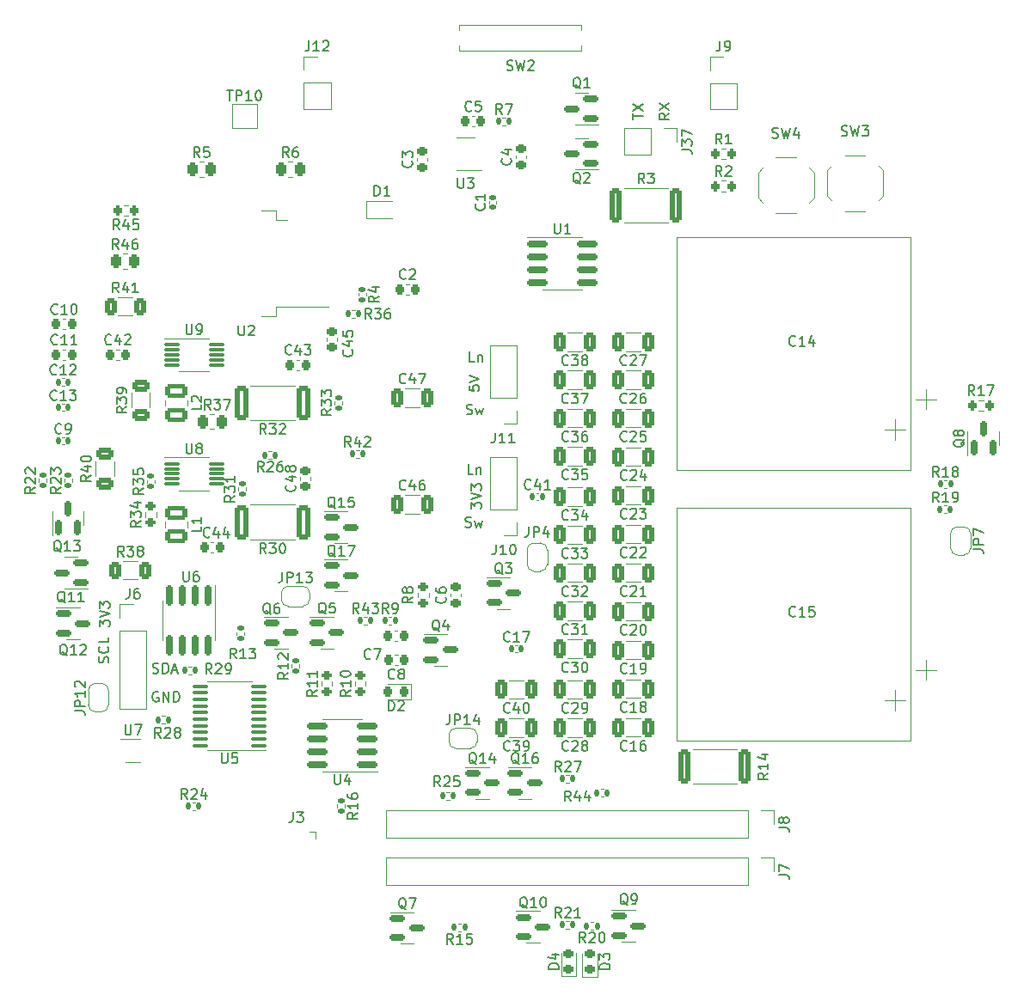
<source format=gbr>
%TF.GenerationSoftware,KiCad,Pcbnew,(6.0.7-1)-1*%
%TF.CreationDate,2022-10-12T21:51:45+02:00*%
%TF.ProjectId,Power_Management_Module,506f7765-725f-44d6-916e-6167656d656e,rev?*%
%TF.SameCoordinates,Original*%
%TF.FileFunction,Legend,Top*%
%TF.FilePolarity,Positive*%
%FSLAX46Y46*%
G04 Gerber Fmt 4.6, Leading zero omitted, Abs format (unit mm)*
G04 Created by KiCad (PCBNEW (6.0.7-1)-1) date 2022-10-12 21:51:45*
%MOMM*%
%LPD*%
G01*
G04 APERTURE LIST*
G04 Aperture macros list*
%AMRoundRect*
0 Rectangle with rounded corners*
0 $1 Rounding radius*
0 $2 $3 $4 $5 $6 $7 $8 $9 X,Y pos of 4 corners*
0 Add a 4 corners polygon primitive as box body*
4,1,4,$2,$3,$4,$5,$6,$7,$8,$9,$2,$3,0*
0 Add four circle primitives for the rounded corners*
1,1,$1+$1,$2,$3*
1,1,$1+$1,$4,$5*
1,1,$1+$1,$6,$7*
1,1,$1+$1,$8,$9*
0 Add four rect primitives between the rounded corners*
20,1,$1+$1,$2,$3,$4,$5,0*
20,1,$1+$1,$4,$5,$6,$7,0*
20,1,$1+$1,$6,$7,$8,$9,0*
20,1,$1+$1,$8,$9,$2,$3,0*%
%AMFreePoly0*
4,1,22,0.500000,-0.750000,0.000000,-0.750000,0.000000,-0.745033,-0.079941,-0.743568,-0.215256,-0.701293,-0.333266,-0.622738,-0.424486,-0.514219,-0.481581,-0.384460,-0.499164,-0.250000,-0.500000,-0.250000,-0.500000,0.250000,-0.499164,0.250000,-0.499963,0.256109,-0.478152,0.396186,-0.417904,0.524511,-0.324060,0.630769,-0.204165,0.706417,-0.067858,0.745374,0.000000,0.744959,0.000000,0.750000,
0.500000,0.750000,0.500000,-0.750000,0.500000,-0.750000,$1*%
%AMFreePoly1*
4,1,20,0.000000,0.744959,0.073905,0.744508,0.209726,0.703889,0.328688,0.626782,0.421226,0.519385,0.479903,0.390333,0.500000,0.250000,0.500000,-0.250000,0.499851,-0.262216,0.476331,-0.402017,0.414519,-0.529596,0.319384,-0.634700,0.198574,-0.708877,0.061801,-0.746166,0.000000,-0.745033,0.000000,-0.750000,-0.500000,-0.750000,-0.500000,0.750000,0.000000,0.750000,0.000000,0.744959,
0.000000,0.744959,$1*%
G04 Aperture macros list end*
%ADD10C,0.150000*%
%ADD11C,0.120000*%
%ADD12RoundRect,0.250000X0.325000X0.650000X-0.325000X0.650000X-0.325000X-0.650000X0.325000X-0.650000X0*%
%ADD13RoundRect,0.250000X-0.262500X-0.450000X0.262500X-0.450000X0.262500X0.450000X-0.262500X0.450000X0*%
%ADD14RoundRect,0.135000X0.135000X0.185000X-0.135000X0.185000X-0.135000X-0.185000X0.135000X-0.185000X0*%
%ADD15C,0.990600*%
%ADD16C,0.787400*%
%ADD17R,1.700000X1.700000*%
%ADD18O,1.700000X1.700000*%
%ADD19RoundRect,0.250001X-0.849999X0.462499X-0.849999X-0.462499X0.849999X-0.462499X0.849999X0.462499X0*%
%ADD20RoundRect,0.225000X0.250000X-0.225000X0.250000X0.225000X-0.250000X0.225000X-0.250000X-0.225000X0*%
%ADD21RoundRect,0.225000X-0.225000X-0.250000X0.225000X-0.250000X0.225000X0.250000X-0.225000X0.250000X0*%
%ADD22RoundRect,0.135000X0.185000X-0.135000X0.185000X0.135000X-0.185000X0.135000X-0.185000X-0.135000X0*%
%ADD23RoundRect,0.135000X-0.135000X-0.185000X0.135000X-0.185000X0.135000X0.185000X-0.135000X0.185000X0*%
%ADD24R,1.500000X2.500000*%
%ADD25RoundRect,0.135000X-0.185000X0.135000X-0.185000X-0.135000X0.185000X-0.135000X0.185000X0.135000X0*%
%ADD26RoundRect,0.250000X-0.312500X-0.625000X0.312500X-0.625000X0.312500X0.625000X-0.312500X0.625000X0*%
%ADD27RoundRect,0.150000X-0.825000X-0.150000X0.825000X-0.150000X0.825000X0.150000X-0.825000X0.150000X0*%
%ADD28RoundRect,0.200000X-0.275000X0.200000X-0.275000X-0.200000X0.275000X-0.200000X0.275000X0.200000X0*%
%ADD29RoundRect,0.150000X-0.150000X0.825000X-0.150000X-0.825000X0.150000X-0.825000X0.150000X0.825000X0*%
%ADD30RoundRect,0.225000X0.225000X0.250000X-0.225000X0.250000X-0.225000X-0.250000X0.225000X-0.250000X0*%
%ADD31R,1.000000X1.700000*%
%ADD32R,1.560000X0.650000*%
%ADD33RoundRect,0.100000X0.637500X0.100000X-0.637500X0.100000X-0.637500X-0.100000X0.637500X-0.100000X0*%
%ADD34RoundRect,0.150000X0.150000X-0.587500X0.150000X0.587500X-0.150000X0.587500X-0.150000X-0.587500X0*%
%ADD35RoundRect,0.150000X-0.587500X-0.150000X0.587500X-0.150000X0.587500X0.150000X-0.587500X0.150000X0*%
%ADD36RoundRect,0.075000X-0.650000X-0.075000X0.650000X-0.075000X0.650000X0.075000X-0.650000X0.075000X0*%
%ADD37R,0.650000X0.400000*%
%ADD38RoundRect,0.218750X0.218750X0.256250X-0.218750X0.256250X-0.218750X-0.256250X0.218750X-0.256250X0*%
%ADD39RoundRect,0.250000X-0.325000X-0.650000X0.325000X-0.650000X0.325000X0.650000X-0.325000X0.650000X0*%
%ADD40RoundRect,0.200000X-0.200000X-0.275000X0.200000X-0.275000X0.200000X0.275000X-0.200000X0.275000X0*%
%ADD41RoundRect,0.250000X-0.362500X-1.425000X0.362500X-1.425000X0.362500X1.425000X-0.362500X1.425000X0*%
%ADD42RoundRect,0.200000X0.275000X-0.200000X0.275000X0.200000X-0.275000X0.200000X-0.275000X-0.200000X0*%
%ADD43RoundRect,0.150000X0.825000X0.150000X-0.825000X0.150000X-0.825000X-0.150000X0.825000X-0.150000X0*%
%ADD44R,0.600000X0.450000*%
%ADD45RoundRect,0.218750X0.256250X-0.218750X0.256250X0.218750X-0.256250X0.218750X-0.256250X-0.218750X0*%
%ADD46FreePoly0,270.000000*%
%ADD47FreePoly1,270.000000*%
%ADD48R,2.000000X2.000000*%
%ADD49RoundRect,0.140000X-0.140000X-0.170000X0.140000X-0.170000X0.140000X0.170000X-0.140000X0.170000X0*%
%ADD50RoundRect,0.150000X0.587500X0.150000X-0.587500X0.150000X-0.587500X-0.150000X0.587500X-0.150000X0*%
%ADD51C,1.524000*%
%ADD52FreePoly0,90.000000*%
%ADD53FreePoly1,90.000000*%
%ADD54RoundRect,0.140000X0.170000X-0.140000X0.170000X0.140000X-0.170000X0.140000X-0.170000X-0.140000X0*%
%ADD55FreePoly0,0.000000*%
%ADD56FreePoly1,0.000000*%
%ADD57R,4.600000X1.100000*%
%ADD58R,9.400000X10.800000*%
%ADD59RoundRect,0.249999X0.450001X1.425001X-0.450001X1.425001X-0.450001X-1.425001X0.450001X-1.425001X0*%
%ADD60RoundRect,0.250000X0.625000X-0.312500X0.625000X0.312500X-0.625000X0.312500X-0.625000X-0.312500X0*%
%ADD61RoundRect,0.200000X0.200000X0.275000X-0.200000X0.275000X-0.200000X-0.275000X0.200000X-0.275000X0*%
G04 APERTURE END LIST*
D10*
X143352380Y-94738095D02*
X143352380Y-94119047D01*
X143733333Y-94452380D01*
X143733333Y-94309523D01*
X143780952Y-94214285D01*
X143828571Y-94166666D01*
X143923809Y-94119047D01*
X144161904Y-94119047D01*
X144257142Y-94166666D01*
X144304761Y-94214285D01*
X144352380Y-94309523D01*
X144352380Y-94595238D01*
X144304761Y-94690476D01*
X144257142Y-94738095D01*
X143352380Y-93833333D02*
X144352380Y-93500000D01*
X143352380Y-93166666D01*
X143352380Y-92928571D02*
X143352380Y-92309523D01*
X143733333Y-92642857D01*
X143733333Y-92500000D01*
X143780952Y-92404761D01*
X143828571Y-92357142D01*
X143923809Y-92309523D01*
X144161904Y-92309523D01*
X144257142Y-92357142D01*
X144304761Y-92404761D01*
X144352380Y-92500000D01*
X144352380Y-92785714D01*
X144304761Y-92880952D01*
X144257142Y-92928571D01*
X106752380Y-106338095D02*
X106752380Y-105719047D01*
X107133333Y-106052380D01*
X107133333Y-105909523D01*
X107180952Y-105814285D01*
X107228571Y-105766666D01*
X107323809Y-105719047D01*
X107561904Y-105719047D01*
X107657142Y-105766666D01*
X107704761Y-105814285D01*
X107752380Y-105909523D01*
X107752380Y-106195238D01*
X107704761Y-106290476D01*
X107657142Y-106338095D01*
X106752380Y-105433333D02*
X107752380Y-105100000D01*
X106752380Y-104766666D01*
X106752380Y-104528571D02*
X106752380Y-103909523D01*
X107133333Y-104242857D01*
X107133333Y-104100000D01*
X107180952Y-104004761D01*
X107228571Y-103957142D01*
X107323809Y-103909523D01*
X107561904Y-103909523D01*
X107657142Y-103957142D01*
X107704761Y-104004761D01*
X107752380Y-104100000D01*
X107752380Y-104385714D01*
X107704761Y-104480952D01*
X107657142Y-104528571D01*
X159252380Y-56361904D02*
X159252380Y-55790476D01*
X160252380Y-56076190D02*
X159252380Y-56076190D01*
X159252380Y-55552380D02*
X160252380Y-54885714D01*
X159252380Y-54885714D02*
X160252380Y-55552380D01*
X111985714Y-110904761D02*
X112128571Y-110952380D01*
X112366666Y-110952380D01*
X112461904Y-110904761D01*
X112509523Y-110857142D01*
X112557142Y-110761904D01*
X112557142Y-110666666D01*
X112509523Y-110571428D01*
X112461904Y-110523809D01*
X112366666Y-110476190D01*
X112176190Y-110428571D01*
X112080952Y-110380952D01*
X112033333Y-110333333D01*
X111985714Y-110238095D01*
X111985714Y-110142857D01*
X112033333Y-110047619D01*
X112080952Y-110000000D01*
X112176190Y-109952380D01*
X112414285Y-109952380D01*
X112557142Y-110000000D01*
X112985714Y-110952380D02*
X112985714Y-109952380D01*
X113223809Y-109952380D01*
X113366666Y-110000000D01*
X113461904Y-110095238D01*
X113509523Y-110190476D01*
X113557142Y-110380952D01*
X113557142Y-110523809D01*
X113509523Y-110714285D01*
X113461904Y-110809523D01*
X113366666Y-110904761D01*
X113223809Y-110952380D01*
X112985714Y-110952380D01*
X113938095Y-110666666D02*
X114414285Y-110666666D01*
X113842857Y-110952380D02*
X114176190Y-109952380D01*
X114509523Y-110952380D01*
X143557142Y-91352380D02*
X143080952Y-91352380D01*
X143080952Y-90352380D01*
X143890476Y-90685714D02*
X143890476Y-91352380D01*
X143890476Y-90780952D02*
X143938095Y-90733333D01*
X144033333Y-90685714D01*
X144176190Y-90685714D01*
X144271428Y-90733333D01*
X144319047Y-90828571D01*
X144319047Y-91352380D01*
X107604761Y-109890476D02*
X107652380Y-109747619D01*
X107652380Y-109509523D01*
X107604761Y-109414285D01*
X107557142Y-109366666D01*
X107461904Y-109319047D01*
X107366666Y-109319047D01*
X107271428Y-109366666D01*
X107223809Y-109414285D01*
X107176190Y-109509523D01*
X107128571Y-109700000D01*
X107080952Y-109795238D01*
X107033333Y-109842857D01*
X106938095Y-109890476D01*
X106842857Y-109890476D01*
X106747619Y-109842857D01*
X106700000Y-109795238D01*
X106652380Y-109700000D01*
X106652380Y-109461904D01*
X106700000Y-109319047D01*
X107557142Y-108319047D02*
X107604761Y-108366666D01*
X107652380Y-108509523D01*
X107652380Y-108604761D01*
X107604761Y-108747619D01*
X107509523Y-108842857D01*
X107414285Y-108890476D01*
X107223809Y-108938095D01*
X107080952Y-108938095D01*
X106890476Y-108890476D01*
X106795238Y-108842857D01*
X106700000Y-108747619D01*
X106652380Y-108604761D01*
X106652380Y-108509523D01*
X106700000Y-108366666D01*
X106747619Y-108319047D01*
X107652380Y-107414285D02*
X107652380Y-107890476D01*
X106652380Y-107890476D01*
X143152380Y-82590476D02*
X143152380Y-83066666D01*
X143628571Y-83114285D01*
X143580952Y-83066666D01*
X143533333Y-82971428D01*
X143533333Y-82733333D01*
X143580952Y-82638095D01*
X143628571Y-82590476D01*
X143723809Y-82542857D01*
X143961904Y-82542857D01*
X144057142Y-82590476D01*
X144104761Y-82638095D01*
X144152380Y-82733333D01*
X144152380Y-82971428D01*
X144104761Y-83066666D01*
X144057142Y-83114285D01*
X143152380Y-82257142D02*
X144152380Y-81923809D01*
X143152380Y-81590476D01*
X142790476Y-96504761D02*
X142933333Y-96552380D01*
X143171428Y-96552380D01*
X143266666Y-96504761D01*
X143314285Y-96457142D01*
X143361904Y-96361904D01*
X143361904Y-96266666D01*
X143314285Y-96171428D01*
X143266666Y-96123809D01*
X143171428Y-96076190D01*
X142980952Y-96028571D01*
X142885714Y-95980952D01*
X142838095Y-95933333D01*
X142790476Y-95838095D01*
X142790476Y-95742857D01*
X142838095Y-95647619D01*
X142885714Y-95600000D01*
X142980952Y-95552380D01*
X143219047Y-95552380D01*
X143361904Y-95600000D01*
X143695238Y-95885714D02*
X143885714Y-96552380D01*
X144076190Y-96076190D01*
X144266666Y-96552380D01*
X144457142Y-95885714D01*
X142890476Y-85404761D02*
X143033333Y-85452380D01*
X143271428Y-85452380D01*
X143366666Y-85404761D01*
X143414285Y-85357142D01*
X143461904Y-85261904D01*
X143461904Y-85166666D01*
X143414285Y-85071428D01*
X143366666Y-85023809D01*
X143271428Y-84976190D01*
X143080952Y-84928571D01*
X142985714Y-84880952D01*
X142938095Y-84833333D01*
X142890476Y-84738095D01*
X142890476Y-84642857D01*
X142938095Y-84547619D01*
X142985714Y-84500000D01*
X143080952Y-84452380D01*
X143319047Y-84452380D01*
X143461904Y-84500000D01*
X143795238Y-84785714D02*
X143985714Y-85452380D01*
X144176190Y-84976190D01*
X144366666Y-85452380D01*
X144557142Y-84785714D01*
X162852380Y-55766666D02*
X162376190Y-56100000D01*
X162852380Y-56338095D02*
X161852380Y-56338095D01*
X161852380Y-55957142D01*
X161900000Y-55861904D01*
X161947619Y-55814285D01*
X162042857Y-55766666D01*
X162185714Y-55766666D01*
X162280952Y-55814285D01*
X162328571Y-55861904D01*
X162376190Y-55957142D01*
X162376190Y-56338095D01*
X161852380Y-55433333D02*
X162852380Y-54766666D01*
X161852380Y-54766666D02*
X162852380Y-55433333D01*
X143657142Y-80252380D02*
X143180952Y-80252380D01*
X143180952Y-79252380D01*
X143990476Y-79585714D02*
X143990476Y-80252380D01*
X143990476Y-79680952D02*
X144038095Y-79633333D01*
X144133333Y-79585714D01*
X144276190Y-79585714D01*
X144371428Y-79633333D01*
X144419047Y-79728571D01*
X144419047Y-80252380D01*
X112538095Y-112800000D02*
X112442857Y-112752380D01*
X112300000Y-112752380D01*
X112157142Y-112800000D01*
X112061904Y-112895238D01*
X112014285Y-112990476D01*
X111966666Y-113180952D01*
X111966666Y-113323809D01*
X112014285Y-113514285D01*
X112061904Y-113609523D01*
X112157142Y-113704761D01*
X112300000Y-113752380D01*
X112395238Y-113752380D01*
X112538095Y-113704761D01*
X112585714Y-113657142D01*
X112585714Y-113323809D01*
X112395238Y-113323809D01*
X113014285Y-113752380D02*
X113014285Y-112752380D01*
X113585714Y-113752380D01*
X113585714Y-112752380D01*
X114061904Y-113752380D02*
X114061904Y-112752380D01*
X114300000Y-112752380D01*
X114442857Y-112800000D01*
X114538095Y-112895238D01*
X114585714Y-112990476D01*
X114633333Y-113180952D01*
X114633333Y-113323809D01*
X114585714Y-113514285D01*
X114538095Y-113609523D01*
X114442857Y-113704761D01*
X114300000Y-113752380D01*
X114061904Y-113752380D01*
%TO.C,C18*%
X158662142Y-114677142D02*
X158614523Y-114724761D01*
X158471666Y-114772380D01*
X158376428Y-114772380D01*
X158233571Y-114724761D01*
X158138333Y-114629523D01*
X158090714Y-114534285D01*
X158043095Y-114343809D01*
X158043095Y-114200952D01*
X158090714Y-114010476D01*
X158138333Y-113915238D01*
X158233571Y-113820000D01*
X158376428Y-113772380D01*
X158471666Y-113772380D01*
X158614523Y-113820000D01*
X158662142Y-113867619D01*
X159614523Y-114772380D02*
X159043095Y-114772380D01*
X159328809Y-114772380D02*
X159328809Y-113772380D01*
X159233571Y-113915238D01*
X159138333Y-114010476D01*
X159043095Y-114058095D01*
X160185952Y-114200952D02*
X160090714Y-114153333D01*
X160043095Y-114105714D01*
X159995476Y-114010476D01*
X159995476Y-113962857D01*
X160043095Y-113867619D01*
X160090714Y-113820000D01*
X160185952Y-113772380D01*
X160376428Y-113772380D01*
X160471666Y-113820000D01*
X160519285Y-113867619D01*
X160566904Y-113962857D01*
X160566904Y-114010476D01*
X160519285Y-114105714D01*
X160471666Y-114153333D01*
X160376428Y-114200952D01*
X160185952Y-114200952D01*
X160090714Y-114248571D01*
X160043095Y-114296190D01*
X159995476Y-114391428D01*
X159995476Y-114581904D01*
X160043095Y-114677142D01*
X160090714Y-114724761D01*
X160185952Y-114772380D01*
X160376428Y-114772380D01*
X160471666Y-114724761D01*
X160519285Y-114677142D01*
X160566904Y-114581904D01*
X160566904Y-114391428D01*
X160519285Y-114296190D01*
X160471666Y-114248571D01*
X160376428Y-114200952D01*
%TO.C,R46*%
X108632142Y-69152380D02*
X108298809Y-68676190D01*
X108060714Y-69152380D02*
X108060714Y-68152380D01*
X108441666Y-68152380D01*
X108536904Y-68200000D01*
X108584523Y-68247619D01*
X108632142Y-68342857D01*
X108632142Y-68485714D01*
X108584523Y-68580952D01*
X108536904Y-68628571D01*
X108441666Y-68676190D01*
X108060714Y-68676190D01*
X109489285Y-68485714D02*
X109489285Y-69152380D01*
X109251190Y-68104761D02*
X109013095Y-68819047D01*
X109632142Y-68819047D01*
X110441666Y-68152380D02*
X110251190Y-68152380D01*
X110155952Y-68200000D01*
X110108333Y-68247619D01*
X110013095Y-68390476D01*
X109965476Y-68580952D01*
X109965476Y-68961904D01*
X110013095Y-69057142D01*
X110060714Y-69104761D01*
X110155952Y-69152380D01*
X110346428Y-69152380D01*
X110441666Y-69104761D01*
X110489285Y-69057142D01*
X110536904Y-68961904D01*
X110536904Y-68723809D01*
X110489285Y-68628571D01*
X110441666Y-68580952D01*
X110346428Y-68533333D01*
X110155952Y-68533333D01*
X110060714Y-68580952D01*
X110013095Y-68628571D01*
X109965476Y-68723809D01*
%TO.C,R26*%
X122907142Y-91072380D02*
X122573809Y-90596190D01*
X122335714Y-91072380D02*
X122335714Y-90072380D01*
X122716666Y-90072380D01*
X122811904Y-90120000D01*
X122859523Y-90167619D01*
X122907142Y-90262857D01*
X122907142Y-90405714D01*
X122859523Y-90500952D01*
X122811904Y-90548571D01*
X122716666Y-90596190D01*
X122335714Y-90596190D01*
X123288095Y-90167619D02*
X123335714Y-90120000D01*
X123430952Y-90072380D01*
X123669047Y-90072380D01*
X123764285Y-90120000D01*
X123811904Y-90167619D01*
X123859523Y-90262857D01*
X123859523Y-90358095D01*
X123811904Y-90500952D01*
X123240476Y-91072380D01*
X123859523Y-91072380D01*
X124716666Y-90072380D02*
X124526190Y-90072380D01*
X124430952Y-90120000D01*
X124383333Y-90167619D01*
X124288095Y-90310476D01*
X124240476Y-90500952D01*
X124240476Y-90881904D01*
X124288095Y-90977142D01*
X124335714Y-91024761D01*
X124430952Y-91072380D01*
X124621428Y-91072380D01*
X124716666Y-91024761D01*
X124764285Y-90977142D01*
X124811904Y-90881904D01*
X124811904Y-90643809D01*
X124764285Y-90548571D01*
X124716666Y-90500952D01*
X124621428Y-90453333D01*
X124430952Y-90453333D01*
X124335714Y-90500952D01*
X124288095Y-90548571D01*
X124240476Y-90643809D01*
%TO.C,J3*%
X125816666Y-124602380D02*
X125816666Y-125316666D01*
X125769047Y-125459523D01*
X125673809Y-125554761D01*
X125530952Y-125602380D01*
X125435714Y-125602380D01*
X126197619Y-124602380D02*
X126816666Y-124602380D01*
X126483333Y-124983333D01*
X126626190Y-124983333D01*
X126721428Y-125030952D01*
X126769047Y-125078571D01*
X126816666Y-125173809D01*
X126816666Y-125411904D01*
X126769047Y-125507142D01*
X126721428Y-125554761D01*
X126626190Y-125602380D01*
X126340476Y-125602380D01*
X126245238Y-125554761D01*
X126197619Y-125507142D01*
%TO.C,J8*%
X173639880Y-126150833D02*
X174354166Y-126150833D01*
X174497023Y-126198452D01*
X174592261Y-126293690D01*
X174639880Y-126436547D01*
X174639880Y-126531785D01*
X174068452Y-125531785D02*
X174020833Y-125627023D01*
X173973214Y-125674642D01*
X173877976Y-125722261D01*
X173830357Y-125722261D01*
X173735119Y-125674642D01*
X173687500Y-125627023D01*
X173639880Y-125531785D01*
X173639880Y-125341309D01*
X173687500Y-125246071D01*
X173735119Y-125198452D01*
X173830357Y-125150833D01*
X173877976Y-125150833D01*
X173973214Y-125198452D01*
X174020833Y-125246071D01*
X174068452Y-125341309D01*
X174068452Y-125531785D01*
X174116071Y-125627023D01*
X174163690Y-125674642D01*
X174258928Y-125722261D01*
X174449404Y-125722261D01*
X174544642Y-125674642D01*
X174592261Y-125627023D01*
X174639880Y-125531785D01*
X174639880Y-125341309D01*
X174592261Y-125246071D01*
X174544642Y-125198452D01*
X174449404Y-125150833D01*
X174258928Y-125150833D01*
X174163690Y-125198452D01*
X174116071Y-125246071D01*
X174068452Y-125341309D01*
%TO.C,C26*%
X158657142Y-84257142D02*
X158609523Y-84304761D01*
X158466666Y-84352380D01*
X158371428Y-84352380D01*
X158228571Y-84304761D01*
X158133333Y-84209523D01*
X158085714Y-84114285D01*
X158038095Y-83923809D01*
X158038095Y-83780952D01*
X158085714Y-83590476D01*
X158133333Y-83495238D01*
X158228571Y-83400000D01*
X158371428Y-83352380D01*
X158466666Y-83352380D01*
X158609523Y-83400000D01*
X158657142Y-83447619D01*
X159038095Y-83447619D02*
X159085714Y-83400000D01*
X159180952Y-83352380D01*
X159419047Y-83352380D01*
X159514285Y-83400000D01*
X159561904Y-83447619D01*
X159609523Y-83542857D01*
X159609523Y-83638095D01*
X159561904Y-83780952D01*
X158990476Y-84352380D01*
X159609523Y-84352380D01*
X160466666Y-83352380D02*
X160276190Y-83352380D01*
X160180952Y-83400000D01*
X160133333Y-83447619D01*
X160038095Y-83590476D01*
X159990476Y-83780952D01*
X159990476Y-84161904D01*
X160038095Y-84257142D01*
X160085714Y-84304761D01*
X160180952Y-84352380D01*
X160371428Y-84352380D01*
X160466666Y-84304761D01*
X160514285Y-84257142D01*
X160561904Y-84161904D01*
X160561904Y-83923809D01*
X160514285Y-83828571D01*
X160466666Y-83780952D01*
X160371428Y-83733333D01*
X160180952Y-83733333D01*
X160085714Y-83780952D01*
X160038095Y-83828571D01*
X159990476Y-83923809D01*
%TO.C,L2*%
X116802380Y-84466666D02*
X116802380Y-84942857D01*
X115802380Y-84942857D01*
X115897619Y-84180952D02*
X115850000Y-84133333D01*
X115802380Y-84038095D01*
X115802380Y-83800000D01*
X115850000Y-83704761D01*
X115897619Y-83657142D01*
X115992857Y-83609523D01*
X116088095Y-83609523D01*
X116230952Y-83657142D01*
X116802380Y-84228571D01*
X116802380Y-83609523D01*
%TO.C,C3*%
X137477142Y-60466666D02*
X137524761Y-60514285D01*
X137572380Y-60657142D01*
X137572380Y-60752380D01*
X137524761Y-60895238D01*
X137429523Y-60990476D01*
X137334285Y-61038095D01*
X137143809Y-61085714D01*
X137000952Y-61085714D01*
X136810476Y-61038095D01*
X136715238Y-60990476D01*
X136620000Y-60895238D01*
X136572380Y-60752380D01*
X136572380Y-60657142D01*
X136620000Y-60514285D01*
X136667619Y-60466666D01*
X136572380Y-60133333D02*
X136572380Y-59514285D01*
X136953333Y-59847619D01*
X136953333Y-59704761D01*
X137000952Y-59609523D01*
X137048571Y-59561904D01*
X137143809Y-59514285D01*
X137381904Y-59514285D01*
X137477142Y-59561904D01*
X137524761Y-59609523D01*
X137572380Y-59704761D01*
X137572380Y-59990476D01*
X137524761Y-60085714D01*
X137477142Y-60133333D01*
%TO.C,C2*%
X136913333Y-72027142D02*
X136865714Y-72074761D01*
X136722857Y-72122380D01*
X136627619Y-72122380D01*
X136484761Y-72074761D01*
X136389523Y-71979523D01*
X136341904Y-71884285D01*
X136294285Y-71693809D01*
X136294285Y-71550952D01*
X136341904Y-71360476D01*
X136389523Y-71265238D01*
X136484761Y-71170000D01*
X136627619Y-71122380D01*
X136722857Y-71122380D01*
X136865714Y-71170000D01*
X136913333Y-71217619D01*
X137294285Y-71217619D02*
X137341904Y-71170000D01*
X137437142Y-71122380D01*
X137675238Y-71122380D01*
X137770476Y-71170000D01*
X137818095Y-71217619D01*
X137865714Y-71312857D01*
X137865714Y-71408095D01*
X137818095Y-71550952D01*
X137246666Y-72122380D01*
X137865714Y-72122380D01*
%TO.C,C34*%
X152907142Y-95757142D02*
X152859523Y-95804761D01*
X152716666Y-95852380D01*
X152621428Y-95852380D01*
X152478571Y-95804761D01*
X152383333Y-95709523D01*
X152335714Y-95614285D01*
X152288095Y-95423809D01*
X152288095Y-95280952D01*
X152335714Y-95090476D01*
X152383333Y-94995238D01*
X152478571Y-94900000D01*
X152621428Y-94852380D01*
X152716666Y-94852380D01*
X152859523Y-94900000D01*
X152907142Y-94947619D01*
X153240476Y-94852380D02*
X153859523Y-94852380D01*
X153526190Y-95233333D01*
X153669047Y-95233333D01*
X153764285Y-95280952D01*
X153811904Y-95328571D01*
X153859523Y-95423809D01*
X153859523Y-95661904D01*
X153811904Y-95757142D01*
X153764285Y-95804761D01*
X153669047Y-95852380D01*
X153383333Y-95852380D01*
X153288095Y-95804761D01*
X153240476Y-95757142D01*
X154716666Y-95185714D02*
X154716666Y-95852380D01*
X154478571Y-94804761D02*
X154240476Y-95519047D01*
X154859523Y-95519047D01*
%TO.C,R35*%
X111082380Y-92692857D02*
X110606190Y-93026190D01*
X111082380Y-93264285D02*
X110082380Y-93264285D01*
X110082380Y-92883333D01*
X110130000Y-92788095D01*
X110177619Y-92740476D01*
X110272857Y-92692857D01*
X110415714Y-92692857D01*
X110510952Y-92740476D01*
X110558571Y-92788095D01*
X110606190Y-92883333D01*
X110606190Y-93264285D01*
X110082380Y-92359523D02*
X110082380Y-91740476D01*
X110463333Y-92073809D01*
X110463333Y-91930952D01*
X110510952Y-91835714D01*
X110558571Y-91788095D01*
X110653809Y-91740476D01*
X110891904Y-91740476D01*
X110987142Y-91788095D01*
X111034761Y-91835714D01*
X111082380Y-91930952D01*
X111082380Y-92216666D01*
X111034761Y-92311904D01*
X110987142Y-92359523D01*
X110082380Y-90835714D02*
X110082380Y-91311904D01*
X110558571Y-91359523D01*
X110510952Y-91311904D01*
X110463333Y-91216666D01*
X110463333Y-90978571D01*
X110510952Y-90883333D01*
X110558571Y-90835714D01*
X110653809Y-90788095D01*
X110891904Y-90788095D01*
X110987142Y-90835714D01*
X111034761Y-90883333D01*
X111082380Y-90978571D01*
X111082380Y-91216666D01*
X111034761Y-91311904D01*
X110987142Y-91359523D01*
%TO.C,R15*%
X141567142Y-137622380D02*
X141233809Y-137146190D01*
X140995714Y-137622380D02*
X140995714Y-136622380D01*
X141376666Y-136622380D01*
X141471904Y-136670000D01*
X141519523Y-136717619D01*
X141567142Y-136812857D01*
X141567142Y-136955714D01*
X141519523Y-137050952D01*
X141471904Y-137098571D01*
X141376666Y-137146190D01*
X140995714Y-137146190D01*
X142519523Y-137622380D02*
X141948095Y-137622380D01*
X142233809Y-137622380D02*
X142233809Y-136622380D01*
X142138571Y-136765238D01*
X142043333Y-136860476D01*
X141948095Y-136908095D01*
X143424285Y-136622380D02*
X142948095Y-136622380D01*
X142900476Y-137098571D01*
X142948095Y-137050952D01*
X143043333Y-137003333D01*
X143281428Y-137003333D01*
X143376666Y-137050952D01*
X143424285Y-137098571D01*
X143471904Y-137193809D01*
X143471904Y-137431904D01*
X143424285Y-137527142D01*
X143376666Y-137574761D01*
X143281428Y-137622380D01*
X143043333Y-137622380D01*
X142948095Y-137574761D01*
X142900476Y-137527142D01*
%TO.C,R21*%
X152207142Y-135032380D02*
X151873809Y-134556190D01*
X151635714Y-135032380D02*
X151635714Y-134032380D01*
X152016666Y-134032380D01*
X152111904Y-134080000D01*
X152159523Y-134127619D01*
X152207142Y-134222857D01*
X152207142Y-134365714D01*
X152159523Y-134460952D01*
X152111904Y-134508571D01*
X152016666Y-134556190D01*
X151635714Y-134556190D01*
X152588095Y-134127619D02*
X152635714Y-134080000D01*
X152730952Y-134032380D01*
X152969047Y-134032380D01*
X153064285Y-134080000D01*
X153111904Y-134127619D01*
X153159523Y-134222857D01*
X153159523Y-134318095D01*
X153111904Y-134460952D01*
X152540476Y-135032380D01*
X153159523Y-135032380D01*
X154111904Y-135032380D02*
X153540476Y-135032380D01*
X153826190Y-135032380D02*
X153826190Y-134032380D01*
X153730952Y-134175238D01*
X153635714Y-134270476D01*
X153540476Y-134318095D01*
%TO.C,J10*%
X145790476Y-98252380D02*
X145790476Y-98966666D01*
X145742857Y-99109523D01*
X145647619Y-99204761D01*
X145504761Y-99252380D01*
X145409523Y-99252380D01*
X146790476Y-99252380D02*
X146219047Y-99252380D01*
X146504761Y-99252380D02*
X146504761Y-98252380D01*
X146409523Y-98395238D01*
X146314285Y-98490476D01*
X146219047Y-98538095D01*
X147409523Y-98252380D02*
X147504761Y-98252380D01*
X147600000Y-98300000D01*
X147647619Y-98347619D01*
X147695238Y-98442857D01*
X147742857Y-98633333D01*
X147742857Y-98871428D01*
X147695238Y-99061904D01*
X147647619Y-99157142D01*
X147600000Y-99204761D01*
X147504761Y-99252380D01*
X147409523Y-99252380D01*
X147314285Y-99204761D01*
X147266666Y-99157142D01*
X147219047Y-99061904D01*
X147171428Y-98871428D01*
X147171428Y-98633333D01*
X147219047Y-98442857D01*
X147266666Y-98347619D01*
X147314285Y-98300000D01*
X147409523Y-98252380D01*
%TO.C,SW2*%
X146866666Y-51489761D02*
X147009523Y-51537380D01*
X147247619Y-51537380D01*
X147342857Y-51489761D01*
X147390476Y-51442142D01*
X147438095Y-51346904D01*
X147438095Y-51251666D01*
X147390476Y-51156428D01*
X147342857Y-51108809D01*
X147247619Y-51061190D01*
X147057142Y-51013571D01*
X146961904Y-50965952D01*
X146914285Y-50918333D01*
X146866666Y-50823095D01*
X146866666Y-50727857D01*
X146914285Y-50632619D01*
X146961904Y-50585000D01*
X147057142Y-50537380D01*
X147295238Y-50537380D01*
X147438095Y-50585000D01*
X147771428Y-50537380D02*
X148009523Y-51537380D01*
X148200000Y-50823095D01*
X148390476Y-51537380D01*
X148628571Y-50537380D01*
X148961904Y-50632619D02*
X149009523Y-50585000D01*
X149104761Y-50537380D01*
X149342857Y-50537380D01*
X149438095Y-50585000D01*
X149485714Y-50632619D01*
X149533333Y-50727857D01*
X149533333Y-50823095D01*
X149485714Y-50965952D01*
X148914285Y-51537380D01*
X149533333Y-51537380D01*
%TO.C,R33*%
X129582380Y-84942857D02*
X129106190Y-85276190D01*
X129582380Y-85514285D02*
X128582380Y-85514285D01*
X128582380Y-85133333D01*
X128630000Y-85038095D01*
X128677619Y-84990476D01*
X128772857Y-84942857D01*
X128915714Y-84942857D01*
X129010952Y-84990476D01*
X129058571Y-85038095D01*
X129106190Y-85133333D01*
X129106190Y-85514285D01*
X128582380Y-84609523D02*
X128582380Y-83990476D01*
X128963333Y-84323809D01*
X128963333Y-84180952D01*
X129010952Y-84085714D01*
X129058571Y-84038095D01*
X129153809Y-83990476D01*
X129391904Y-83990476D01*
X129487142Y-84038095D01*
X129534761Y-84085714D01*
X129582380Y-84180952D01*
X129582380Y-84466666D01*
X129534761Y-84561904D01*
X129487142Y-84609523D01*
X128582380Y-83657142D02*
X128582380Y-83038095D01*
X128963333Y-83371428D01*
X128963333Y-83228571D01*
X129010952Y-83133333D01*
X129058571Y-83085714D01*
X129153809Y-83038095D01*
X129391904Y-83038095D01*
X129487142Y-83085714D01*
X129534761Y-83133333D01*
X129582380Y-83228571D01*
X129582380Y-83514285D01*
X129534761Y-83609523D01*
X129487142Y-83657142D01*
%TO.C,R13*%
X120207142Y-109502380D02*
X119873809Y-109026190D01*
X119635714Y-109502380D02*
X119635714Y-108502380D01*
X120016666Y-108502380D01*
X120111904Y-108550000D01*
X120159523Y-108597619D01*
X120207142Y-108692857D01*
X120207142Y-108835714D01*
X120159523Y-108930952D01*
X120111904Y-108978571D01*
X120016666Y-109026190D01*
X119635714Y-109026190D01*
X121159523Y-109502380D02*
X120588095Y-109502380D01*
X120873809Y-109502380D02*
X120873809Y-108502380D01*
X120778571Y-108645238D01*
X120683333Y-108740476D01*
X120588095Y-108788095D01*
X121492857Y-108502380D02*
X122111904Y-108502380D01*
X121778571Y-108883333D01*
X121921428Y-108883333D01*
X122016666Y-108930952D01*
X122064285Y-108978571D01*
X122111904Y-109073809D01*
X122111904Y-109311904D01*
X122064285Y-109407142D01*
X122016666Y-109454761D01*
X121921428Y-109502380D01*
X121635714Y-109502380D01*
X121540476Y-109454761D01*
X121492857Y-109407142D01*
%TO.C,J37*%
X164082380Y-59359523D02*
X164796666Y-59359523D01*
X164939523Y-59407142D01*
X165034761Y-59502380D01*
X165082380Y-59645238D01*
X165082380Y-59740476D01*
X164082380Y-58978571D02*
X164082380Y-58359523D01*
X164463333Y-58692857D01*
X164463333Y-58550000D01*
X164510952Y-58454761D01*
X164558571Y-58407142D01*
X164653809Y-58359523D01*
X164891904Y-58359523D01*
X164987142Y-58407142D01*
X165034761Y-58454761D01*
X165082380Y-58550000D01*
X165082380Y-58835714D01*
X165034761Y-58930952D01*
X164987142Y-58978571D01*
X164082380Y-58026190D02*
X164082380Y-57359523D01*
X165082380Y-57788095D01*
%TO.C,C27*%
X158657142Y-80507142D02*
X158609523Y-80554761D01*
X158466666Y-80602380D01*
X158371428Y-80602380D01*
X158228571Y-80554761D01*
X158133333Y-80459523D01*
X158085714Y-80364285D01*
X158038095Y-80173809D01*
X158038095Y-80030952D01*
X158085714Y-79840476D01*
X158133333Y-79745238D01*
X158228571Y-79650000D01*
X158371428Y-79602380D01*
X158466666Y-79602380D01*
X158609523Y-79650000D01*
X158657142Y-79697619D01*
X159038095Y-79697619D02*
X159085714Y-79650000D01*
X159180952Y-79602380D01*
X159419047Y-79602380D01*
X159514285Y-79650000D01*
X159561904Y-79697619D01*
X159609523Y-79792857D01*
X159609523Y-79888095D01*
X159561904Y-80030952D01*
X158990476Y-80602380D01*
X159609523Y-80602380D01*
X159942857Y-79602380D02*
X160609523Y-79602380D01*
X160180952Y-80602380D01*
%TO.C,R41*%
X108657142Y-73432380D02*
X108323809Y-72956190D01*
X108085714Y-73432380D02*
X108085714Y-72432380D01*
X108466666Y-72432380D01*
X108561904Y-72480000D01*
X108609523Y-72527619D01*
X108657142Y-72622857D01*
X108657142Y-72765714D01*
X108609523Y-72860952D01*
X108561904Y-72908571D01*
X108466666Y-72956190D01*
X108085714Y-72956190D01*
X109514285Y-72765714D02*
X109514285Y-73432380D01*
X109276190Y-72384761D02*
X109038095Y-73099047D01*
X109657142Y-73099047D01*
X110561904Y-73432380D02*
X109990476Y-73432380D01*
X110276190Y-73432380D02*
X110276190Y-72432380D01*
X110180952Y-72575238D01*
X110085714Y-72670476D01*
X109990476Y-72718095D01*
%TO.C,U1*%
X151558095Y-66612380D02*
X151558095Y-67421904D01*
X151605714Y-67517142D01*
X151653333Y-67564761D01*
X151748571Y-67612380D01*
X151939047Y-67612380D01*
X152034285Y-67564761D01*
X152081904Y-67517142D01*
X152129523Y-67421904D01*
X152129523Y-66612380D01*
X153129523Y-67612380D02*
X152558095Y-67612380D01*
X152843809Y-67612380D02*
X152843809Y-66612380D01*
X152748571Y-66755238D01*
X152653333Y-66850476D01*
X152558095Y-66898095D01*
%TO.C,R12*%
X125332380Y-110892857D02*
X124856190Y-111226190D01*
X125332380Y-111464285D02*
X124332380Y-111464285D01*
X124332380Y-111083333D01*
X124380000Y-110988095D01*
X124427619Y-110940476D01*
X124522857Y-110892857D01*
X124665714Y-110892857D01*
X124760952Y-110940476D01*
X124808571Y-110988095D01*
X124856190Y-111083333D01*
X124856190Y-111464285D01*
X125332380Y-109940476D02*
X125332380Y-110511904D01*
X125332380Y-110226190D02*
X124332380Y-110226190D01*
X124475238Y-110321428D01*
X124570476Y-110416666D01*
X124618095Y-110511904D01*
X124427619Y-109559523D02*
X124380000Y-109511904D01*
X124332380Y-109416666D01*
X124332380Y-109178571D01*
X124380000Y-109083333D01*
X124427619Y-109035714D01*
X124522857Y-108988095D01*
X124618095Y-108988095D01*
X124760952Y-109035714D01*
X125332380Y-109607142D01*
X125332380Y-108988095D01*
%TO.C,C44*%
X117607142Y-97477142D02*
X117559523Y-97524761D01*
X117416666Y-97572380D01*
X117321428Y-97572380D01*
X117178571Y-97524761D01*
X117083333Y-97429523D01*
X117035714Y-97334285D01*
X116988095Y-97143809D01*
X116988095Y-97000952D01*
X117035714Y-96810476D01*
X117083333Y-96715238D01*
X117178571Y-96620000D01*
X117321428Y-96572380D01*
X117416666Y-96572380D01*
X117559523Y-96620000D01*
X117607142Y-96667619D01*
X118464285Y-96905714D02*
X118464285Y-97572380D01*
X118226190Y-96524761D02*
X117988095Y-97239047D01*
X118607142Y-97239047D01*
X119416666Y-96905714D02*
X119416666Y-97572380D01*
X119178571Y-96524761D02*
X118940476Y-97239047D01*
X119559523Y-97239047D01*
%TO.C,R5*%
X116633333Y-60102380D02*
X116300000Y-59626190D01*
X116061904Y-60102380D02*
X116061904Y-59102380D01*
X116442857Y-59102380D01*
X116538095Y-59150000D01*
X116585714Y-59197619D01*
X116633333Y-59292857D01*
X116633333Y-59435714D01*
X116585714Y-59530952D01*
X116538095Y-59578571D01*
X116442857Y-59626190D01*
X116061904Y-59626190D01*
X117538095Y-59102380D02*
X117061904Y-59102380D01*
X117014285Y-59578571D01*
X117061904Y-59530952D01*
X117157142Y-59483333D01*
X117395238Y-59483333D01*
X117490476Y-59530952D01*
X117538095Y-59578571D01*
X117585714Y-59673809D01*
X117585714Y-59911904D01*
X117538095Y-60007142D01*
X117490476Y-60054761D01*
X117395238Y-60102380D01*
X117157142Y-60102380D01*
X117061904Y-60054761D01*
X117014285Y-60007142D01*
%TO.C,R8*%
X137602380Y-103416666D02*
X137126190Y-103750000D01*
X137602380Y-103988095D02*
X136602380Y-103988095D01*
X136602380Y-103607142D01*
X136650000Y-103511904D01*
X136697619Y-103464285D01*
X136792857Y-103416666D01*
X136935714Y-103416666D01*
X137030952Y-103464285D01*
X137078571Y-103511904D01*
X137126190Y-103607142D01*
X137126190Y-103988095D01*
X137030952Y-102845238D02*
X136983333Y-102940476D01*
X136935714Y-102988095D01*
X136840476Y-103035714D01*
X136792857Y-103035714D01*
X136697619Y-102988095D01*
X136650000Y-102940476D01*
X136602380Y-102845238D01*
X136602380Y-102654761D01*
X136650000Y-102559523D01*
X136697619Y-102511904D01*
X136792857Y-102464285D01*
X136840476Y-102464285D01*
X136935714Y-102511904D01*
X136983333Y-102559523D01*
X137030952Y-102654761D01*
X137030952Y-102845238D01*
X137078571Y-102940476D01*
X137126190Y-102988095D01*
X137221428Y-103035714D01*
X137411904Y-103035714D01*
X137507142Y-102988095D01*
X137554761Y-102940476D01*
X137602380Y-102845238D01*
X137602380Y-102654761D01*
X137554761Y-102559523D01*
X137507142Y-102511904D01*
X137411904Y-102464285D01*
X137221428Y-102464285D01*
X137126190Y-102511904D01*
X137078571Y-102559523D01*
X137030952Y-102654761D01*
%TO.C,U6*%
X114988095Y-100902380D02*
X114988095Y-101711904D01*
X115035714Y-101807142D01*
X115083333Y-101854761D01*
X115178571Y-101902380D01*
X115369047Y-101902380D01*
X115464285Y-101854761D01*
X115511904Y-101807142D01*
X115559523Y-101711904D01*
X115559523Y-100902380D01*
X116464285Y-100902380D02*
X116273809Y-100902380D01*
X116178571Y-100950000D01*
X116130952Y-100997619D01*
X116035714Y-101140476D01*
X115988095Y-101330952D01*
X115988095Y-101711904D01*
X116035714Y-101807142D01*
X116083333Y-101854761D01*
X116178571Y-101902380D01*
X116369047Y-101902380D01*
X116464285Y-101854761D01*
X116511904Y-101807142D01*
X116559523Y-101711904D01*
X116559523Y-101473809D01*
X116511904Y-101378571D01*
X116464285Y-101330952D01*
X116369047Y-101283333D01*
X116178571Y-101283333D01*
X116083333Y-101330952D01*
X116035714Y-101378571D01*
X115988095Y-101473809D01*
%TO.C,C8*%
X135808333Y-111437142D02*
X135760714Y-111484761D01*
X135617857Y-111532380D01*
X135522619Y-111532380D01*
X135379761Y-111484761D01*
X135284523Y-111389523D01*
X135236904Y-111294285D01*
X135189285Y-111103809D01*
X135189285Y-110960952D01*
X135236904Y-110770476D01*
X135284523Y-110675238D01*
X135379761Y-110580000D01*
X135522619Y-110532380D01*
X135617857Y-110532380D01*
X135760714Y-110580000D01*
X135808333Y-110627619D01*
X136379761Y-110960952D02*
X136284523Y-110913333D01*
X136236904Y-110865714D01*
X136189285Y-110770476D01*
X136189285Y-110722857D01*
X136236904Y-110627619D01*
X136284523Y-110580000D01*
X136379761Y-110532380D01*
X136570238Y-110532380D01*
X136665476Y-110580000D01*
X136713095Y-110627619D01*
X136760714Y-110722857D01*
X136760714Y-110770476D01*
X136713095Y-110865714D01*
X136665476Y-110913333D01*
X136570238Y-110960952D01*
X136379761Y-110960952D01*
X136284523Y-111008571D01*
X136236904Y-111056190D01*
X136189285Y-111151428D01*
X136189285Y-111341904D01*
X136236904Y-111437142D01*
X136284523Y-111484761D01*
X136379761Y-111532380D01*
X136570238Y-111532380D01*
X136665476Y-111484761D01*
X136713095Y-111437142D01*
X136760714Y-111341904D01*
X136760714Y-111151428D01*
X136713095Y-111056190D01*
X136665476Y-111008571D01*
X136570238Y-110960952D01*
%TO.C,SW3*%
X179816666Y-57954761D02*
X179959523Y-58002380D01*
X180197619Y-58002380D01*
X180292857Y-57954761D01*
X180340476Y-57907142D01*
X180388095Y-57811904D01*
X180388095Y-57716666D01*
X180340476Y-57621428D01*
X180292857Y-57573809D01*
X180197619Y-57526190D01*
X180007142Y-57478571D01*
X179911904Y-57430952D01*
X179864285Y-57383333D01*
X179816666Y-57288095D01*
X179816666Y-57192857D01*
X179864285Y-57097619D01*
X179911904Y-57050000D01*
X180007142Y-57002380D01*
X180245238Y-57002380D01*
X180388095Y-57050000D01*
X180721428Y-57002380D02*
X180959523Y-58002380D01*
X181150000Y-57288095D01*
X181340476Y-58002380D01*
X181578571Y-57002380D01*
X181864285Y-57002380D02*
X182483333Y-57002380D01*
X182150000Y-57383333D01*
X182292857Y-57383333D01*
X182388095Y-57430952D01*
X182435714Y-57478571D01*
X182483333Y-57573809D01*
X182483333Y-57811904D01*
X182435714Y-57907142D01*
X182388095Y-57954761D01*
X182292857Y-58002380D01*
X182007142Y-58002380D01*
X181911904Y-57954761D01*
X181864285Y-57907142D01*
%TO.C,C36*%
X152907142Y-88007142D02*
X152859523Y-88054761D01*
X152716666Y-88102380D01*
X152621428Y-88102380D01*
X152478571Y-88054761D01*
X152383333Y-87959523D01*
X152335714Y-87864285D01*
X152288095Y-87673809D01*
X152288095Y-87530952D01*
X152335714Y-87340476D01*
X152383333Y-87245238D01*
X152478571Y-87150000D01*
X152621428Y-87102380D01*
X152716666Y-87102380D01*
X152859523Y-87150000D01*
X152907142Y-87197619D01*
X153240476Y-87102380D02*
X153859523Y-87102380D01*
X153526190Y-87483333D01*
X153669047Y-87483333D01*
X153764285Y-87530952D01*
X153811904Y-87578571D01*
X153859523Y-87673809D01*
X153859523Y-87911904D01*
X153811904Y-88007142D01*
X153764285Y-88054761D01*
X153669047Y-88102380D01*
X153383333Y-88102380D01*
X153288095Y-88054761D01*
X153240476Y-88007142D01*
X154716666Y-87102380D02*
X154526190Y-87102380D01*
X154430952Y-87150000D01*
X154383333Y-87197619D01*
X154288095Y-87340476D01*
X154240476Y-87530952D01*
X154240476Y-87911904D01*
X154288095Y-88007142D01*
X154335714Y-88054761D01*
X154430952Y-88102380D01*
X154621428Y-88102380D01*
X154716666Y-88054761D01*
X154764285Y-88007142D01*
X154811904Y-87911904D01*
X154811904Y-87673809D01*
X154764285Y-87578571D01*
X154716666Y-87530952D01*
X154621428Y-87483333D01*
X154430952Y-87483333D01*
X154335714Y-87530952D01*
X154288095Y-87578571D01*
X154240476Y-87673809D01*
%TO.C,C10*%
X102607142Y-75477142D02*
X102559523Y-75524761D01*
X102416666Y-75572380D01*
X102321428Y-75572380D01*
X102178571Y-75524761D01*
X102083333Y-75429523D01*
X102035714Y-75334285D01*
X101988095Y-75143809D01*
X101988095Y-75000952D01*
X102035714Y-74810476D01*
X102083333Y-74715238D01*
X102178571Y-74620000D01*
X102321428Y-74572380D01*
X102416666Y-74572380D01*
X102559523Y-74620000D01*
X102607142Y-74667619D01*
X103559523Y-75572380D02*
X102988095Y-75572380D01*
X103273809Y-75572380D02*
X103273809Y-74572380D01*
X103178571Y-74715238D01*
X103083333Y-74810476D01*
X102988095Y-74858095D01*
X104178571Y-74572380D02*
X104273809Y-74572380D01*
X104369047Y-74620000D01*
X104416666Y-74667619D01*
X104464285Y-74762857D01*
X104511904Y-74953333D01*
X104511904Y-75191428D01*
X104464285Y-75381904D01*
X104416666Y-75477142D01*
X104369047Y-75524761D01*
X104273809Y-75572380D01*
X104178571Y-75572380D01*
X104083333Y-75524761D01*
X104035714Y-75477142D01*
X103988095Y-75381904D01*
X103940476Y-75191428D01*
X103940476Y-74953333D01*
X103988095Y-74762857D01*
X104035714Y-74667619D01*
X104083333Y-74620000D01*
X104178571Y-74572380D01*
%TO.C,U3*%
X142038095Y-62152380D02*
X142038095Y-62961904D01*
X142085714Y-63057142D01*
X142133333Y-63104761D01*
X142228571Y-63152380D01*
X142419047Y-63152380D01*
X142514285Y-63104761D01*
X142561904Y-63057142D01*
X142609523Y-62961904D01*
X142609523Y-62152380D01*
X142990476Y-62152380D02*
X143609523Y-62152380D01*
X143276190Y-62533333D01*
X143419047Y-62533333D01*
X143514285Y-62580952D01*
X143561904Y-62628571D01*
X143609523Y-62723809D01*
X143609523Y-62961904D01*
X143561904Y-63057142D01*
X143514285Y-63104761D01*
X143419047Y-63152380D01*
X143133333Y-63152380D01*
X143038095Y-63104761D01*
X142990476Y-63057142D01*
%TO.C,U5*%
X118788095Y-118802380D02*
X118788095Y-119611904D01*
X118835714Y-119707142D01*
X118883333Y-119754761D01*
X118978571Y-119802380D01*
X119169047Y-119802380D01*
X119264285Y-119754761D01*
X119311904Y-119707142D01*
X119359523Y-119611904D01*
X119359523Y-118802380D01*
X120311904Y-118802380D02*
X119835714Y-118802380D01*
X119788095Y-119278571D01*
X119835714Y-119230952D01*
X119930952Y-119183333D01*
X120169047Y-119183333D01*
X120264285Y-119230952D01*
X120311904Y-119278571D01*
X120359523Y-119373809D01*
X120359523Y-119611904D01*
X120311904Y-119707142D01*
X120264285Y-119754761D01*
X120169047Y-119802380D01*
X119930952Y-119802380D01*
X119835714Y-119754761D01*
X119788095Y-119707142D01*
%TO.C,R28*%
X112807142Y-117302380D02*
X112473809Y-116826190D01*
X112235714Y-117302380D02*
X112235714Y-116302380D01*
X112616666Y-116302380D01*
X112711904Y-116350000D01*
X112759523Y-116397619D01*
X112807142Y-116492857D01*
X112807142Y-116635714D01*
X112759523Y-116730952D01*
X112711904Y-116778571D01*
X112616666Y-116826190D01*
X112235714Y-116826190D01*
X113188095Y-116397619D02*
X113235714Y-116350000D01*
X113330952Y-116302380D01*
X113569047Y-116302380D01*
X113664285Y-116350000D01*
X113711904Y-116397619D01*
X113759523Y-116492857D01*
X113759523Y-116588095D01*
X113711904Y-116730952D01*
X113140476Y-117302380D01*
X113759523Y-117302380D01*
X114330952Y-116730952D02*
X114235714Y-116683333D01*
X114188095Y-116635714D01*
X114140476Y-116540476D01*
X114140476Y-116492857D01*
X114188095Y-116397619D01*
X114235714Y-116350000D01*
X114330952Y-116302380D01*
X114521428Y-116302380D01*
X114616666Y-116350000D01*
X114664285Y-116397619D01*
X114711904Y-116492857D01*
X114711904Y-116540476D01*
X114664285Y-116635714D01*
X114616666Y-116683333D01*
X114521428Y-116730952D01*
X114330952Y-116730952D01*
X114235714Y-116778571D01*
X114188095Y-116826190D01*
X114140476Y-116921428D01*
X114140476Y-117111904D01*
X114188095Y-117207142D01*
X114235714Y-117254761D01*
X114330952Y-117302380D01*
X114521428Y-117302380D01*
X114616666Y-117254761D01*
X114664285Y-117207142D01*
X114711904Y-117111904D01*
X114711904Y-116921428D01*
X114664285Y-116826190D01*
X114616666Y-116778571D01*
X114521428Y-116730952D01*
%TO.C,Q13*%
X102978571Y-98997619D02*
X102883333Y-98950000D01*
X102788095Y-98854761D01*
X102645238Y-98711904D01*
X102550000Y-98664285D01*
X102454761Y-98664285D01*
X102502380Y-98902380D02*
X102407142Y-98854761D01*
X102311904Y-98759523D01*
X102264285Y-98569047D01*
X102264285Y-98235714D01*
X102311904Y-98045238D01*
X102407142Y-97950000D01*
X102502380Y-97902380D01*
X102692857Y-97902380D01*
X102788095Y-97950000D01*
X102883333Y-98045238D01*
X102930952Y-98235714D01*
X102930952Y-98569047D01*
X102883333Y-98759523D01*
X102788095Y-98854761D01*
X102692857Y-98902380D01*
X102502380Y-98902380D01*
X103883333Y-98902380D02*
X103311904Y-98902380D01*
X103597619Y-98902380D02*
X103597619Y-97902380D01*
X103502380Y-98045238D01*
X103407142Y-98140476D01*
X103311904Y-98188095D01*
X104216666Y-97902380D02*
X104835714Y-97902380D01*
X104502380Y-98283333D01*
X104645238Y-98283333D01*
X104740476Y-98330952D01*
X104788095Y-98378571D01*
X104835714Y-98473809D01*
X104835714Y-98711904D01*
X104788095Y-98807142D01*
X104740476Y-98854761D01*
X104645238Y-98902380D01*
X104359523Y-98902380D01*
X104264285Y-98854761D01*
X104216666Y-98807142D01*
%TO.C,L1*%
X116802380Y-96466666D02*
X116802380Y-96942857D01*
X115802380Y-96942857D01*
X116802380Y-95609523D02*
X116802380Y-96180952D01*
X116802380Y-95895238D02*
X115802380Y-95895238D01*
X115945238Y-95990476D01*
X116040476Y-96085714D01*
X116088095Y-96180952D01*
%TO.C,R27*%
X152207142Y-120632380D02*
X151873809Y-120156190D01*
X151635714Y-120632380D02*
X151635714Y-119632380D01*
X152016666Y-119632380D01*
X152111904Y-119680000D01*
X152159523Y-119727619D01*
X152207142Y-119822857D01*
X152207142Y-119965714D01*
X152159523Y-120060952D01*
X152111904Y-120108571D01*
X152016666Y-120156190D01*
X151635714Y-120156190D01*
X152588095Y-119727619D02*
X152635714Y-119680000D01*
X152730952Y-119632380D01*
X152969047Y-119632380D01*
X153064285Y-119680000D01*
X153111904Y-119727619D01*
X153159523Y-119822857D01*
X153159523Y-119918095D01*
X153111904Y-120060952D01*
X152540476Y-120632380D01*
X153159523Y-120632380D01*
X153492857Y-119632380D02*
X154159523Y-119632380D01*
X153730952Y-120632380D01*
%TO.C,C35*%
X152907142Y-91757142D02*
X152859523Y-91804761D01*
X152716666Y-91852380D01*
X152621428Y-91852380D01*
X152478571Y-91804761D01*
X152383333Y-91709523D01*
X152335714Y-91614285D01*
X152288095Y-91423809D01*
X152288095Y-91280952D01*
X152335714Y-91090476D01*
X152383333Y-90995238D01*
X152478571Y-90900000D01*
X152621428Y-90852380D01*
X152716666Y-90852380D01*
X152859523Y-90900000D01*
X152907142Y-90947619D01*
X153240476Y-90852380D02*
X153859523Y-90852380D01*
X153526190Y-91233333D01*
X153669047Y-91233333D01*
X153764285Y-91280952D01*
X153811904Y-91328571D01*
X153859523Y-91423809D01*
X153859523Y-91661904D01*
X153811904Y-91757142D01*
X153764285Y-91804761D01*
X153669047Y-91852380D01*
X153383333Y-91852380D01*
X153288095Y-91804761D01*
X153240476Y-91757142D01*
X154764285Y-90852380D02*
X154288095Y-90852380D01*
X154240476Y-91328571D01*
X154288095Y-91280952D01*
X154383333Y-91233333D01*
X154621428Y-91233333D01*
X154716666Y-91280952D01*
X154764285Y-91328571D01*
X154811904Y-91423809D01*
X154811904Y-91661904D01*
X154764285Y-91757142D01*
X154716666Y-91804761D01*
X154621428Y-91852380D01*
X154383333Y-91852380D01*
X154288095Y-91804761D01*
X154240476Y-91757142D01*
%TO.C,J12*%
X127380476Y-48627380D02*
X127380476Y-49341666D01*
X127332857Y-49484523D01*
X127237619Y-49579761D01*
X127094761Y-49627380D01*
X126999523Y-49627380D01*
X128380476Y-49627380D02*
X127809047Y-49627380D01*
X128094761Y-49627380D02*
X128094761Y-48627380D01*
X127999523Y-48770238D01*
X127904285Y-48865476D01*
X127809047Y-48913095D01*
X128761428Y-48722619D02*
X128809047Y-48675000D01*
X128904285Y-48627380D01*
X129142380Y-48627380D01*
X129237619Y-48675000D01*
X129285238Y-48722619D01*
X129332857Y-48817857D01*
X129332857Y-48913095D01*
X129285238Y-49055952D01*
X128713809Y-49627380D01*
X129332857Y-49627380D01*
%TO.C,Q5*%
X129054761Y-105097619D02*
X128959523Y-105050000D01*
X128864285Y-104954761D01*
X128721428Y-104811904D01*
X128626190Y-104764285D01*
X128530952Y-104764285D01*
X128578571Y-105002380D02*
X128483333Y-104954761D01*
X128388095Y-104859523D01*
X128340476Y-104669047D01*
X128340476Y-104335714D01*
X128388095Y-104145238D01*
X128483333Y-104050000D01*
X128578571Y-104002380D01*
X128769047Y-104002380D01*
X128864285Y-104050000D01*
X128959523Y-104145238D01*
X129007142Y-104335714D01*
X129007142Y-104669047D01*
X128959523Y-104859523D01*
X128864285Y-104954761D01*
X128769047Y-105002380D01*
X128578571Y-105002380D01*
X129911904Y-104002380D02*
X129435714Y-104002380D01*
X129388095Y-104478571D01*
X129435714Y-104430952D01*
X129530952Y-104383333D01*
X129769047Y-104383333D01*
X129864285Y-104430952D01*
X129911904Y-104478571D01*
X129959523Y-104573809D01*
X129959523Y-104811904D01*
X129911904Y-104907142D01*
X129864285Y-104954761D01*
X129769047Y-105002380D01*
X129530952Y-105002380D01*
X129435714Y-104954761D01*
X129388095Y-104907142D01*
%TO.C,C45*%
X131607142Y-79092857D02*
X131654761Y-79140476D01*
X131702380Y-79283333D01*
X131702380Y-79378571D01*
X131654761Y-79521428D01*
X131559523Y-79616666D01*
X131464285Y-79664285D01*
X131273809Y-79711904D01*
X131130952Y-79711904D01*
X130940476Y-79664285D01*
X130845238Y-79616666D01*
X130750000Y-79521428D01*
X130702380Y-79378571D01*
X130702380Y-79283333D01*
X130750000Y-79140476D01*
X130797619Y-79092857D01*
X131035714Y-78235714D02*
X131702380Y-78235714D01*
X130654761Y-78473809D02*
X131369047Y-78711904D01*
X131369047Y-78092857D01*
X130702380Y-77235714D02*
X130702380Y-77711904D01*
X131178571Y-77759523D01*
X131130952Y-77711904D01*
X131083333Y-77616666D01*
X131083333Y-77378571D01*
X131130952Y-77283333D01*
X131178571Y-77235714D01*
X131273809Y-77188095D01*
X131511904Y-77188095D01*
X131607142Y-77235714D01*
X131654761Y-77283333D01*
X131702380Y-77378571D01*
X131702380Y-77616666D01*
X131654761Y-77711904D01*
X131607142Y-77759523D01*
%TO.C,C32*%
X152907142Y-103257142D02*
X152859523Y-103304761D01*
X152716666Y-103352380D01*
X152621428Y-103352380D01*
X152478571Y-103304761D01*
X152383333Y-103209523D01*
X152335714Y-103114285D01*
X152288095Y-102923809D01*
X152288095Y-102780952D01*
X152335714Y-102590476D01*
X152383333Y-102495238D01*
X152478571Y-102400000D01*
X152621428Y-102352380D01*
X152716666Y-102352380D01*
X152859523Y-102400000D01*
X152907142Y-102447619D01*
X153240476Y-102352380D02*
X153859523Y-102352380D01*
X153526190Y-102733333D01*
X153669047Y-102733333D01*
X153764285Y-102780952D01*
X153811904Y-102828571D01*
X153859523Y-102923809D01*
X153859523Y-103161904D01*
X153811904Y-103257142D01*
X153764285Y-103304761D01*
X153669047Y-103352380D01*
X153383333Y-103352380D01*
X153288095Y-103304761D01*
X153240476Y-103257142D01*
X154240476Y-102447619D02*
X154288095Y-102400000D01*
X154383333Y-102352380D01*
X154621428Y-102352380D01*
X154716666Y-102400000D01*
X154764285Y-102447619D01*
X154811904Y-102542857D01*
X154811904Y-102638095D01*
X154764285Y-102780952D01*
X154192857Y-103352380D01*
X154811904Y-103352380D01*
%TO.C,R36*%
X133507142Y-76002380D02*
X133173809Y-75526190D01*
X132935714Y-76002380D02*
X132935714Y-75002380D01*
X133316666Y-75002380D01*
X133411904Y-75050000D01*
X133459523Y-75097619D01*
X133507142Y-75192857D01*
X133507142Y-75335714D01*
X133459523Y-75430952D01*
X133411904Y-75478571D01*
X133316666Y-75526190D01*
X132935714Y-75526190D01*
X133840476Y-75002380D02*
X134459523Y-75002380D01*
X134126190Y-75383333D01*
X134269047Y-75383333D01*
X134364285Y-75430952D01*
X134411904Y-75478571D01*
X134459523Y-75573809D01*
X134459523Y-75811904D01*
X134411904Y-75907142D01*
X134364285Y-75954761D01*
X134269047Y-76002380D01*
X133983333Y-76002380D01*
X133888095Y-75954761D01*
X133840476Y-75907142D01*
X135316666Y-75002380D02*
X135126190Y-75002380D01*
X135030952Y-75050000D01*
X134983333Y-75097619D01*
X134888095Y-75240476D01*
X134840476Y-75430952D01*
X134840476Y-75811904D01*
X134888095Y-75907142D01*
X134935714Y-75954761D01*
X135030952Y-76002380D01*
X135221428Y-76002380D01*
X135316666Y-75954761D01*
X135364285Y-75907142D01*
X135411904Y-75811904D01*
X135411904Y-75573809D01*
X135364285Y-75478571D01*
X135316666Y-75430952D01*
X135221428Y-75383333D01*
X135030952Y-75383333D01*
X134935714Y-75430952D01*
X134888095Y-75478571D01*
X134840476Y-75573809D01*
%TO.C,U8*%
X115288095Y-88302380D02*
X115288095Y-89111904D01*
X115335714Y-89207142D01*
X115383333Y-89254761D01*
X115478571Y-89302380D01*
X115669047Y-89302380D01*
X115764285Y-89254761D01*
X115811904Y-89207142D01*
X115859523Y-89111904D01*
X115859523Y-88302380D01*
X116478571Y-88730952D02*
X116383333Y-88683333D01*
X116335714Y-88635714D01*
X116288095Y-88540476D01*
X116288095Y-88492857D01*
X116335714Y-88397619D01*
X116383333Y-88350000D01*
X116478571Y-88302380D01*
X116669047Y-88302380D01*
X116764285Y-88350000D01*
X116811904Y-88397619D01*
X116859523Y-88492857D01*
X116859523Y-88540476D01*
X116811904Y-88635714D01*
X116764285Y-88683333D01*
X116669047Y-88730952D01*
X116478571Y-88730952D01*
X116383333Y-88778571D01*
X116335714Y-88826190D01*
X116288095Y-88921428D01*
X116288095Y-89111904D01*
X116335714Y-89207142D01*
X116383333Y-89254761D01*
X116478571Y-89302380D01*
X116669047Y-89302380D01*
X116764285Y-89254761D01*
X116811904Y-89207142D01*
X116859523Y-89111904D01*
X116859523Y-88921428D01*
X116811904Y-88826190D01*
X116764285Y-88778571D01*
X116669047Y-88730952D01*
%TO.C,C20*%
X158662142Y-107057142D02*
X158614523Y-107104761D01*
X158471666Y-107152380D01*
X158376428Y-107152380D01*
X158233571Y-107104761D01*
X158138333Y-107009523D01*
X158090714Y-106914285D01*
X158043095Y-106723809D01*
X158043095Y-106580952D01*
X158090714Y-106390476D01*
X158138333Y-106295238D01*
X158233571Y-106200000D01*
X158376428Y-106152380D01*
X158471666Y-106152380D01*
X158614523Y-106200000D01*
X158662142Y-106247619D01*
X159043095Y-106247619D02*
X159090714Y-106200000D01*
X159185952Y-106152380D01*
X159424047Y-106152380D01*
X159519285Y-106200000D01*
X159566904Y-106247619D01*
X159614523Y-106342857D01*
X159614523Y-106438095D01*
X159566904Y-106580952D01*
X158995476Y-107152380D01*
X159614523Y-107152380D01*
X160233571Y-106152380D02*
X160328809Y-106152380D01*
X160424047Y-106200000D01*
X160471666Y-106247619D01*
X160519285Y-106342857D01*
X160566904Y-106533333D01*
X160566904Y-106771428D01*
X160519285Y-106961904D01*
X160471666Y-107057142D01*
X160424047Y-107104761D01*
X160328809Y-107152380D01*
X160233571Y-107152380D01*
X160138333Y-107104761D01*
X160090714Y-107057142D01*
X160043095Y-106961904D01*
X159995476Y-106771428D01*
X159995476Y-106533333D01*
X160043095Y-106342857D01*
X160090714Y-106247619D01*
X160138333Y-106200000D01*
X160233571Y-106152380D01*
%TO.C,R7*%
X146383333Y-55832380D02*
X146050000Y-55356190D01*
X145811904Y-55832380D02*
X145811904Y-54832380D01*
X146192857Y-54832380D01*
X146288095Y-54880000D01*
X146335714Y-54927619D01*
X146383333Y-55022857D01*
X146383333Y-55165714D01*
X146335714Y-55260952D01*
X146288095Y-55308571D01*
X146192857Y-55356190D01*
X145811904Y-55356190D01*
X146716666Y-54832380D02*
X147383333Y-54832380D01*
X146954761Y-55832380D01*
%TO.C,C21*%
X158662142Y-103247142D02*
X158614523Y-103294761D01*
X158471666Y-103342380D01*
X158376428Y-103342380D01*
X158233571Y-103294761D01*
X158138333Y-103199523D01*
X158090714Y-103104285D01*
X158043095Y-102913809D01*
X158043095Y-102770952D01*
X158090714Y-102580476D01*
X158138333Y-102485238D01*
X158233571Y-102390000D01*
X158376428Y-102342380D01*
X158471666Y-102342380D01*
X158614523Y-102390000D01*
X158662142Y-102437619D01*
X159043095Y-102437619D02*
X159090714Y-102390000D01*
X159185952Y-102342380D01*
X159424047Y-102342380D01*
X159519285Y-102390000D01*
X159566904Y-102437619D01*
X159614523Y-102532857D01*
X159614523Y-102628095D01*
X159566904Y-102770952D01*
X158995476Y-103342380D01*
X159614523Y-103342380D01*
X160566904Y-103342380D02*
X159995476Y-103342380D01*
X160281190Y-103342380D02*
X160281190Y-102342380D01*
X160185952Y-102485238D01*
X160090714Y-102580476D01*
X159995476Y-102628095D01*
%TO.C,U7*%
X109288095Y-116002380D02*
X109288095Y-116811904D01*
X109335714Y-116907142D01*
X109383333Y-116954761D01*
X109478571Y-117002380D01*
X109669047Y-117002380D01*
X109764285Y-116954761D01*
X109811904Y-116907142D01*
X109859523Y-116811904D01*
X109859523Y-116002380D01*
X110240476Y-116002380D02*
X110907142Y-116002380D01*
X110478571Y-117002380D01*
%TO.C,Q8*%
X191947619Y-87895238D02*
X191900000Y-87990476D01*
X191804761Y-88085714D01*
X191661904Y-88228571D01*
X191614285Y-88323809D01*
X191614285Y-88419047D01*
X191852380Y-88371428D02*
X191804761Y-88466666D01*
X191709523Y-88561904D01*
X191519047Y-88609523D01*
X191185714Y-88609523D01*
X190995238Y-88561904D01*
X190900000Y-88466666D01*
X190852380Y-88371428D01*
X190852380Y-88180952D01*
X190900000Y-88085714D01*
X190995238Y-87990476D01*
X191185714Y-87942857D01*
X191519047Y-87942857D01*
X191709523Y-87990476D01*
X191804761Y-88085714D01*
X191852380Y-88180952D01*
X191852380Y-88371428D01*
X191280952Y-87371428D02*
X191233333Y-87466666D01*
X191185714Y-87514285D01*
X191090476Y-87561904D01*
X191042857Y-87561904D01*
X190947619Y-87514285D01*
X190900000Y-87466666D01*
X190852380Y-87371428D01*
X190852380Y-87180952D01*
X190900000Y-87085714D01*
X190947619Y-87038095D01*
X191042857Y-86990476D01*
X191090476Y-86990476D01*
X191185714Y-87038095D01*
X191233333Y-87085714D01*
X191280952Y-87180952D01*
X191280952Y-87371428D01*
X191328571Y-87466666D01*
X191376190Y-87514285D01*
X191471428Y-87561904D01*
X191661904Y-87561904D01*
X191757142Y-87514285D01*
X191804761Y-87466666D01*
X191852380Y-87371428D01*
X191852380Y-87180952D01*
X191804761Y-87085714D01*
X191757142Y-87038095D01*
X191661904Y-86990476D01*
X191471428Y-86990476D01*
X191376190Y-87038095D01*
X191328571Y-87085714D01*
X191280952Y-87180952D01*
%TO.C,C23*%
X158662142Y-95627142D02*
X158614523Y-95674761D01*
X158471666Y-95722380D01*
X158376428Y-95722380D01*
X158233571Y-95674761D01*
X158138333Y-95579523D01*
X158090714Y-95484285D01*
X158043095Y-95293809D01*
X158043095Y-95150952D01*
X158090714Y-94960476D01*
X158138333Y-94865238D01*
X158233571Y-94770000D01*
X158376428Y-94722380D01*
X158471666Y-94722380D01*
X158614523Y-94770000D01*
X158662142Y-94817619D01*
X159043095Y-94817619D02*
X159090714Y-94770000D01*
X159185952Y-94722380D01*
X159424047Y-94722380D01*
X159519285Y-94770000D01*
X159566904Y-94817619D01*
X159614523Y-94912857D01*
X159614523Y-95008095D01*
X159566904Y-95150952D01*
X158995476Y-95722380D01*
X159614523Y-95722380D01*
X159947857Y-94722380D02*
X160566904Y-94722380D01*
X160233571Y-95103333D01*
X160376428Y-95103333D01*
X160471666Y-95150952D01*
X160519285Y-95198571D01*
X160566904Y-95293809D01*
X160566904Y-95531904D01*
X160519285Y-95627142D01*
X160471666Y-95674761D01*
X160376428Y-95722380D01*
X160090714Y-95722380D01*
X159995476Y-95674761D01*
X159947857Y-95627142D01*
%TO.C,D2*%
X135224404Y-114632380D02*
X135224404Y-113632380D01*
X135462500Y-113632380D01*
X135605357Y-113680000D01*
X135700595Y-113775238D01*
X135748214Y-113870476D01*
X135795833Y-114060952D01*
X135795833Y-114203809D01*
X135748214Y-114394285D01*
X135700595Y-114489523D01*
X135605357Y-114584761D01*
X135462500Y-114632380D01*
X135224404Y-114632380D01*
X136176785Y-113727619D02*
X136224404Y-113680000D01*
X136319642Y-113632380D01*
X136557738Y-113632380D01*
X136652976Y-113680000D01*
X136700595Y-113727619D01*
X136748214Y-113822857D01*
X136748214Y-113918095D01*
X136700595Y-114060952D01*
X136129166Y-114632380D01*
X136748214Y-114632380D01*
%TO.C,C7*%
X133433333Y-109457142D02*
X133385714Y-109504761D01*
X133242857Y-109552380D01*
X133147619Y-109552380D01*
X133004761Y-109504761D01*
X132909523Y-109409523D01*
X132861904Y-109314285D01*
X132814285Y-109123809D01*
X132814285Y-108980952D01*
X132861904Y-108790476D01*
X132909523Y-108695238D01*
X133004761Y-108600000D01*
X133147619Y-108552380D01*
X133242857Y-108552380D01*
X133385714Y-108600000D01*
X133433333Y-108647619D01*
X133766666Y-108552380D02*
X134433333Y-108552380D01*
X134004761Y-109552380D01*
%TO.C,C16*%
X158662142Y-118487142D02*
X158614523Y-118534761D01*
X158471666Y-118582380D01*
X158376428Y-118582380D01*
X158233571Y-118534761D01*
X158138333Y-118439523D01*
X158090714Y-118344285D01*
X158043095Y-118153809D01*
X158043095Y-118010952D01*
X158090714Y-117820476D01*
X158138333Y-117725238D01*
X158233571Y-117630000D01*
X158376428Y-117582380D01*
X158471666Y-117582380D01*
X158614523Y-117630000D01*
X158662142Y-117677619D01*
X159614523Y-118582380D02*
X159043095Y-118582380D01*
X159328809Y-118582380D02*
X159328809Y-117582380D01*
X159233571Y-117725238D01*
X159138333Y-117820476D01*
X159043095Y-117868095D01*
X160471666Y-117582380D02*
X160281190Y-117582380D01*
X160185952Y-117630000D01*
X160138333Y-117677619D01*
X160043095Y-117820476D01*
X159995476Y-118010952D01*
X159995476Y-118391904D01*
X160043095Y-118487142D01*
X160090714Y-118534761D01*
X160185952Y-118582380D01*
X160376428Y-118582380D01*
X160471666Y-118534761D01*
X160519285Y-118487142D01*
X160566904Y-118391904D01*
X160566904Y-118153809D01*
X160519285Y-118058571D01*
X160471666Y-118010952D01*
X160376428Y-117963333D01*
X160185952Y-117963333D01*
X160090714Y-118010952D01*
X160043095Y-118058571D01*
X159995476Y-118153809D01*
%TO.C,C47*%
X136907142Y-82307142D02*
X136859523Y-82354761D01*
X136716666Y-82402380D01*
X136621428Y-82402380D01*
X136478571Y-82354761D01*
X136383333Y-82259523D01*
X136335714Y-82164285D01*
X136288095Y-81973809D01*
X136288095Y-81830952D01*
X136335714Y-81640476D01*
X136383333Y-81545238D01*
X136478571Y-81450000D01*
X136621428Y-81402380D01*
X136716666Y-81402380D01*
X136859523Y-81450000D01*
X136907142Y-81497619D01*
X137764285Y-81735714D02*
X137764285Y-82402380D01*
X137526190Y-81354761D02*
X137288095Y-82069047D01*
X137907142Y-82069047D01*
X138192857Y-81402380D02*
X138859523Y-81402380D01*
X138430952Y-82402380D01*
%TO.C,R17*%
X192907142Y-83572380D02*
X192573809Y-83096190D01*
X192335714Y-83572380D02*
X192335714Y-82572380D01*
X192716666Y-82572380D01*
X192811904Y-82620000D01*
X192859523Y-82667619D01*
X192907142Y-82762857D01*
X192907142Y-82905714D01*
X192859523Y-83000952D01*
X192811904Y-83048571D01*
X192716666Y-83096190D01*
X192335714Y-83096190D01*
X193859523Y-83572380D02*
X193288095Y-83572380D01*
X193573809Y-83572380D02*
X193573809Y-82572380D01*
X193478571Y-82715238D01*
X193383333Y-82810476D01*
X193288095Y-82858095D01*
X194192857Y-82572380D02*
X194859523Y-82572380D01*
X194430952Y-83572380D01*
%TO.C,R3*%
X160408333Y-62677380D02*
X160075000Y-62201190D01*
X159836904Y-62677380D02*
X159836904Y-61677380D01*
X160217857Y-61677380D01*
X160313095Y-61725000D01*
X160360714Y-61772619D01*
X160408333Y-61867857D01*
X160408333Y-62010714D01*
X160360714Y-62105952D01*
X160313095Y-62153571D01*
X160217857Y-62201190D01*
X159836904Y-62201190D01*
X160741666Y-61677380D02*
X161360714Y-61677380D01*
X161027380Y-62058333D01*
X161170238Y-62058333D01*
X161265476Y-62105952D01*
X161313095Y-62153571D01*
X161360714Y-62248809D01*
X161360714Y-62486904D01*
X161313095Y-62582142D01*
X161265476Y-62629761D01*
X161170238Y-62677380D01*
X160884523Y-62677380D01*
X160789285Y-62629761D01*
X160741666Y-62582142D01*
%TO.C,R18*%
X189407142Y-91582380D02*
X189073809Y-91106190D01*
X188835714Y-91582380D02*
X188835714Y-90582380D01*
X189216666Y-90582380D01*
X189311904Y-90630000D01*
X189359523Y-90677619D01*
X189407142Y-90772857D01*
X189407142Y-90915714D01*
X189359523Y-91010952D01*
X189311904Y-91058571D01*
X189216666Y-91106190D01*
X188835714Y-91106190D01*
X190359523Y-91582380D02*
X189788095Y-91582380D01*
X190073809Y-91582380D02*
X190073809Y-90582380D01*
X189978571Y-90725238D01*
X189883333Y-90820476D01*
X189788095Y-90868095D01*
X190930952Y-91010952D02*
X190835714Y-90963333D01*
X190788095Y-90915714D01*
X190740476Y-90820476D01*
X190740476Y-90772857D01*
X190788095Y-90677619D01*
X190835714Y-90630000D01*
X190930952Y-90582380D01*
X191121428Y-90582380D01*
X191216666Y-90630000D01*
X191264285Y-90677619D01*
X191311904Y-90772857D01*
X191311904Y-90820476D01*
X191264285Y-90915714D01*
X191216666Y-90963333D01*
X191121428Y-91010952D01*
X190930952Y-91010952D01*
X190835714Y-91058571D01*
X190788095Y-91106190D01*
X190740476Y-91201428D01*
X190740476Y-91391904D01*
X190788095Y-91487142D01*
X190835714Y-91534761D01*
X190930952Y-91582380D01*
X191121428Y-91582380D01*
X191216666Y-91534761D01*
X191264285Y-91487142D01*
X191311904Y-91391904D01*
X191311904Y-91201428D01*
X191264285Y-91106190D01*
X191216666Y-91058571D01*
X191121428Y-91010952D01*
%TO.C,R24*%
X115397142Y-123332380D02*
X115063809Y-122856190D01*
X114825714Y-123332380D02*
X114825714Y-122332380D01*
X115206666Y-122332380D01*
X115301904Y-122380000D01*
X115349523Y-122427619D01*
X115397142Y-122522857D01*
X115397142Y-122665714D01*
X115349523Y-122760952D01*
X115301904Y-122808571D01*
X115206666Y-122856190D01*
X114825714Y-122856190D01*
X115778095Y-122427619D02*
X115825714Y-122380000D01*
X115920952Y-122332380D01*
X116159047Y-122332380D01*
X116254285Y-122380000D01*
X116301904Y-122427619D01*
X116349523Y-122522857D01*
X116349523Y-122618095D01*
X116301904Y-122760952D01*
X115730476Y-123332380D01*
X116349523Y-123332380D01*
X117206666Y-122665714D02*
X117206666Y-123332380D01*
X116968571Y-122284761D02*
X116730476Y-122999047D01*
X117349523Y-122999047D01*
%TO.C,R11*%
X128172380Y-112617857D02*
X127696190Y-112951190D01*
X128172380Y-113189285D02*
X127172380Y-113189285D01*
X127172380Y-112808333D01*
X127220000Y-112713095D01*
X127267619Y-112665476D01*
X127362857Y-112617857D01*
X127505714Y-112617857D01*
X127600952Y-112665476D01*
X127648571Y-112713095D01*
X127696190Y-112808333D01*
X127696190Y-113189285D01*
X128172380Y-111665476D02*
X128172380Y-112236904D01*
X128172380Y-111951190D02*
X127172380Y-111951190D01*
X127315238Y-112046428D01*
X127410476Y-112141666D01*
X127458095Y-112236904D01*
X128172380Y-110713095D02*
X128172380Y-111284523D01*
X128172380Y-110998809D02*
X127172380Y-110998809D01*
X127315238Y-111094047D01*
X127410476Y-111189285D01*
X127458095Y-111284523D01*
%TO.C,R6*%
X125383333Y-60102380D02*
X125050000Y-59626190D01*
X124811904Y-60102380D02*
X124811904Y-59102380D01*
X125192857Y-59102380D01*
X125288095Y-59150000D01*
X125335714Y-59197619D01*
X125383333Y-59292857D01*
X125383333Y-59435714D01*
X125335714Y-59530952D01*
X125288095Y-59578571D01*
X125192857Y-59626190D01*
X124811904Y-59626190D01*
X126240476Y-59102380D02*
X126050000Y-59102380D01*
X125954761Y-59150000D01*
X125907142Y-59197619D01*
X125811904Y-59340476D01*
X125764285Y-59530952D01*
X125764285Y-59911904D01*
X125811904Y-60007142D01*
X125859523Y-60054761D01*
X125954761Y-60102380D01*
X126145238Y-60102380D01*
X126240476Y-60054761D01*
X126288095Y-60007142D01*
X126335714Y-59911904D01*
X126335714Y-59673809D01*
X126288095Y-59578571D01*
X126240476Y-59530952D01*
X126145238Y-59483333D01*
X125954761Y-59483333D01*
X125859523Y-59530952D01*
X125811904Y-59578571D01*
X125764285Y-59673809D01*
%TO.C,U4*%
X129888095Y-120902380D02*
X129888095Y-121711904D01*
X129935714Y-121807142D01*
X129983333Y-121854761D01*
X130078571Y-121902380D01*
X130269047Y-121902380D01*
X130364285Y-121854761D01*
X130411904Y-121807142D01*
X130459523Y-121711904D01*
X130459523Y-120902380D01*
X131364285Y-121235714D02*
X131364285Y-121902380D01*
X131126190Y-120854761D02*
X130888095Y-121569047D01*
X131507142Y-121569047D01*
%TO.C,R29*%
X117807142Y-111002380D02*
X117473809Y-110526190D01*
X117235714Y-111002380D02*
X117235714Y-110002380D01*
X117616666Y-110002380D01*
X117711904Y-110050000D01*
X117759523Y-110097619D01*
X117807142Y-110192857D01*
X117807142Y-110335714D01*
X117759523Y-110430952D01*
X117711904Y-110478571D01*
X117616666Y-110526190D01*
X117235714Y-110526190D01*
X118188095Y-110097619D02*
X118235714Y-110050000D01*
X118330952Y-110002380D01*
X118569047Y-110002380D01*
X118664285Y-110050000D01*
X118711904Y-110097619D01*
X118759523Y-110192857D01*
X118759523Y-110288095D01*
X118711904Y-110430952D01*
X118140476Y-111002380D01*
X118759523Y-111002380D01*
X119235714Y-111002380D02*
X119426190Y-111002380D01*
X119521428Y-110954761D01*
X119569047Y-110907142D01*
X119664285Y-110764285D01*
X119711904Y-110573809D01*
X119711904Y-110192857D01*
X119664285Y-110097619D01*
X119616666Y-110050000D01*
X119521428Y-110002380D01*
X119330952Y-110002380D01*
X119235714Y-110050000D01*
X119188095Y-110097619D01*
X119140476Y-110192857D01*
X119140476Y-110430952D01*
X119188095Y-110526190D01*
X119235714Y-110573809D01*
X119330952Y-110621428D01*
X119521428Y-110621428D01*
X119616666Y-110573809D01*
X119664285Y-110526190D01*
X119711904Y-110430952D01*
%TO.C,D1*%
X133811904Y-63902380D02*
X133811904Y-62902380D01*
X134050000Y-62902380D01*
X134192857Y-62950000D01*
X134288095Y-63045238D01*
X134335714Y-63140476D01*
X134383333Y-63330952D01*
X134383333Y-63473809D01*
X134335714Y-63664285D01*
X134288095Y-63759523D01*
X134192857Y-63854761D01*
X134050000Y-63902380D01*
X133811904Y-63902380D01*
X135335714Y-63902380D02*
X134764285Y-63902380D01*
X135050000Y-63902380D02*
X135050000Y-62902380D01*
X134954761Y-63045238D01*
X134859523Y-63140476D01*
X134764285Y-63188095D01*
%TO.C,D3*%
X157002380Y-140088095D02*
X156002380Y-140088095D01*
X156002380Y-139850000D01*
X156050000Y-139707142D01*
X156145238Y-139611904D01*
X156240476Y-139564285D01*
X156430952Y-139516666D01*
X156573809Y-139516666D01*
X156764285Y-139564285D01*
X156859523Y-139611904D01*
X156954761Y-139707142D01*
X157002380Y-139850000D01*
X157002380Y-140088095D01*
X156002380Y-139183333D02*
X156002380Y-138564285D01*
X156383333Y-138897619D01*
X156383333Y-138754761D01*
X156430952Y-138659523D01*
X156478571Y-138611904D01*
X156573809Y-138564285D01*
X156811904Y-138564285D01*
X156907142Y-138611904D01*
X156954761Y-138659523D01*
X157002380Y-138754761D01*
X157002380Y-139040476D01*
X156954761Y-139135714D01*
X156907142Y-139183333D01*
%TO.C,C42*%
X107907142Y-78477142D02*
X107859523Y-78524761D01*
X107716666Y-78572380D01*
X107621428Y-78572380D01*
X107478571Y-78524761D01*
X107383333Y-78429523D01*
X107335714Y-78334285D01*
X107288095Y-78143809D01*
X107288095Y-78000952D01*
X107335714Y-77810476D01*
X107383333Y-77715238D01*
X107478571Y-77620000D01*
X107621428Y-77572380D01*
X107716666Y-77572380D01*
X107859523Y-77620000D01*
X107907142Y-77667619D01*
X108764285Y-77905714D02*
X108764285Y-78572380D01*
X108526190Y-77524761D02*
X108288095Y-78239047D01*
X108907142Y-78239047D01*
X109240476Y-77667619D02*
X109288095Y-77620000D01*
X109383333Y-77572380D01*
X109621428Y-77572380D01*
X109716666Y-77620000D01*
X109764285Y-77667619D01*
X109811904Y-77762857D01*
X109811904Y-77858095D01*
X109764285Y-78000952D01*
X109192857Y-78572380D01*
X109811904Y-78572380D01*
%TO.C,R19*%
X189397142Y-94082380D02*
X189063809Y-93606190D01*
X188825714Y-94082380D02*
X188825714Y-93082380D01*
X189206666Y-93082380D01*
X189301904Y-93130000D01*
X189349523Y-93177619D01*
X189397142Y-93272857D01*
X189397142Y-93415714D01*
X189349523Y-93510952D01*
X189301904Y-93558571D01*
X189206666Y-93606190D01*
X188825714Y-93606190D01*
X190349523Y-94082380D02*
X189778095Y-94082380D01*
X190063809Y-94082380D02*
X190063809Y-93082380D01*
X189968571Y-93225238D01*
X189873333Y-93320476D01*
X189778095Y-93368095D01*
X190825714Y-94082380D02*
X191016190Y-94082380D01*
X191111428Y-94034761D01*
X191159047Y-93987142D01*
X191254285Y-93844285D01*
X191301904Y-93653809D01*
X191301904Y-93272857D01*
X191254285Y-93177619D01*
X191206666Y-93130000D01*
X191111428Y-93082380D01*
X190920952Y-93082380D01*
X190825714Y-93130000D01*
X190778095Y-93177619D01*
X190730476Y-93272857D01*
X190730476Y-93510952D01*
X190778095Y-93606190D01*
X190825714Y-93653809D01*
X190920952Y-93701428D01*
X191111428Y-93701428D01*
X191206666Y-93653809D01*
X191254285Y-93606190D01*
X191301904Y-93510952D01*
%TO.C,C31*%
X152907142Y-107007142D02*
X152859523Y-107054761D01*
X152716666Y-107102380D01*
X152621428Y-107102380D01*
X152478571Y-107054761D01*
X152383333Y-106959523D01*
X152335714Y-106864285D01*
X152288095Y-106673809D01*
X152288095Y-106530952D01*
X152335714Y-106340476D01*
X152383333Y-106245238D01*
X152478571Y-106150000D01*
X152621428Y-106102380D01*
X152716666Y-106102380D01*
X152859523Y-106150000D01*
X152907142Y-106197619D01*
X153240476Y-106102380D02*
X153859523Y-106102380D01*
X153526190Y-106483333D01*
X153669047Y-106483333D01*
X153764285Y-106530952D01*
X153811904Y-106578571D01*
X153859523Y-106673809D01*
X153859523Y-106911904D01*
X153811904Y-107007142D01*
X153764285Y-107054761D01*
X153669047Y-107102380D01*
X153383333Y-107102380D01*
X153288095Y-107054761D01*
X153240476Y-107007142D01*
X154811904Y-107102380D02*
X154240476Y-107102380D01*
X154526190Y-107102380D02*
X154526190Y-106102380D01*
X154430952Y-106245238D01*
X154335714Y-106340476D01*
X154240476Y-106388095D01*
%TO.C,R43*%
X132297142Y-105032380D02*
X131963809Y-104556190D01*
X131725714Y-105032380D02*
X131725714Y-104032380D01*
X132106666Y-104032380D01*
X132201904Y-104080000D01*
X132249523Y-104127619D01*
X132297142Y-104222857D01*
X132297142Y-104365714D01*
X132249523Y-104460952D01*
X132201904Y-104508571D01*
X132106666Y-104556190D01*
X131725714Y-104556190D01*
X133154285Y-104365714D02*
X133154285Y-105032380D01*
X132916190Y-103984761D02*
X132678095Y-104699047D01*
X133297142Y-104699047D01*
X133582857Y-104032380D02*
X134201904Y-104032380D01*
X133868571Y-104413333D01*
X134011428Y-104413333D01*
X134106666Y-104460952D01*
X134154285Y-104508571D01*
X134201904Y-104603809D01*
X134201904Y-104841904D01*
X134154285Y-104937142D01*
X134106666Y-104984761D01*
X134011428Y-105032380D01*
X133725714Y-105032380D01*
X133630476Y-104984761D01*
X133582857Y-104937142D01*
%TO.C,Q9*%
X158774761Y-133797619D02*
X158679523Y-133750000D01*
X158584285Y-133654761D01*
X158441428Y-133511904D01*
X158346190Y-133464285D01*
X158250952Y-133464285D01*
X158298571Y-133702380D02*
X158203333Y-133654761D01*
X158108095Y-133559523D01*
X158060476Y-133369047D01*
X158060476Y-133035714D01*
X158108095Y-132845238D01*
X158203333Y-132750000D01*
X158298571Y-132702380D01*
X158489047Y-132702380D01*
X158584285Y-132750000D01*
X158679523Y-132845238D01*
X158727142Y-133035714D01*
X158727142Y-133369047D01*
X158679523Y-133559523D01*
X158584285Y-133654761D01*
X158489047Y-133702380D01*
X158298571Y-133702380D01*
X159203333Y-133702380D02*
X159393809Y-133702380D01*
X159489047Y-133654761D01*
X159536666Y-133607142D01*
X159631904Y-133464285D01*
X159679523Y-133273809D01*
X159679523Y-132892857D01*
X159631904Y-132797619D01*
X159584285Y-132750000D01*
X159489047Y-132702380D01*
X159298571Y-132702380D01*
X159203333Y-132750000D01*
X159155714Y-132797619D01*
X159108095Y-132892857D01*
X159108095Y-133130952D01*
X159155714Y-133226190D01*
X159203333Y-133273809D01*
X159298571Y-133321428D01*
X159489047Y-133321428D01*
X159584285Y-133273809D01*
X159631904Y-133226190D01*
X159679523Y-133130952D01*
%TO.C,JP7*%
X192802380Y-98733333D02*
X193516666Y-98733333D01*
X193659523Y-98780952D01*
X193754761Y-98876190D01*
X193802380Y-99019047D01*
X193802380Y-99114285D01*
X193802380Y-98257142D02*
X192802380Y-98257142D01*
X192802380Y-97876190D01*
X192850000Y-97780952D01*
X192897619Y-97733333D01*
X192992857Y-97685714D01*
X193135714Y-97685714D01*
X193230952Y-97733333D01*
X193278571Y-97780952D01*
X193326190Y-97876190D01*
X193326190Y-98257142D01*
X192802380Y-97352380D02*
X192802380Y-96685714D01*
X193802380Y-97114285D01*
%TO.C,Q7*%
X136954761Y-134197619D02*
X136859523Y-134150000D01*
X136764285Y-134054761D01*
X136621428Y-133911904D01*
X136526190Y-133864285D01*
X136430952Y-133864285D01*
X136478571Y-134102380D02*
X136383333Y-134054761D01*
X136288095Y-133959523D01*
X136240476Y-133769047D01*
X136240476Y-133435714D01*
X136288095Y-133245238D01*
X136383333Y-133150000D01*
X136478571Y-133102380D01*
X136669047Y-133102380D01*
X136764285Y-133150000D01*
X136859523Y-133245238D01*
X136907142Y-133435714D01*
X136907142Y-133769047D01*
X136859523Y-133959523D01*
X136764285Y-134054761D01*
X136669047Y-134102380D01*
X136478571Y-134102380D01*
X137240476Y-133102380D02*
X137907142Y-133102380D01*
X137478571Y-134102380D01*
%TO.C,TP10*%
X119311904Y-53504380D02*
X119883333Y-53504380D01*
X119597619Y-54504380D02*
X119597619Y-53504380D01*
X120216666Y-54504380D02*
X120216666Y-53504380D01*
X120597619Y-53504380D01*
X120692857Y-53552000D01*
X120740476Y-53599619D01*
X120788095Y-53694857D01*
X120788095Y-53837714D01*
X120740476Y-53932952D01*
X120692857Y-53980571D01*
X120597619Y-54028190D01*
X120216666Y-54028190D01*
X121740476Y-54504380D02*
X121169047Y-54504380D01*
X121454761Y-54504380D02*
X121454761Y-53504380D01*
X121359523Y-53647238D01*
X121264285Y-53742476D01*
X121169047Y-53790095D01*
X122359523Y-53504380D02*
X122454761Y-53504380D01*
X122550000Y-53552000D01*
X122597619Y-53599619D01*
X122645238Y-53694857D01*
X122692857Y-53885333D01*
X122692857Y-54123428D01*
X122645238Y-54313904D01*
X122597619Y-54409142D01*
X122550000Y-54456761D01*
X122454761Y-54504380D01*
X122359523Y-54504380D01*
X122264285Y-54456761D01*
X122216666Y-54409142D01*
X122169047Y-54313904D01*
X122121428Y-54123428D01*
X122121428Y-53885333D01*
X122169047Y-53694857D01*
X122216666Y-53599619D01*
X122264285Y-53552000D01*
X122359523Y-53504380D01*
%TO.C,C17*%
X147157142Y-107747142D02*
X147109523Y-107794761D01*
X146966666Y-107842380D01*
X146871428Y-107842380D01*
X146728571Y-107794761D01*
X146633333Y-107699523D01*
X146585714Y-107604285D01*
X146538095Y-107413809D01*
X146538095Y-107270952D01*
X146585714Y-107080476D01*
X146633333Y-106985238D01*
X146728571Y-106890000D01*
X146871428Y-106842380D01*
X146966666Y-106842380D01*
X147109523Y-106890000D01*
X147157142Y-106937619D01*
X148109523Y-107842380D02*
X147538095Y-107842380D01*
X147823809Y-107842380D02*
X147823809Y-106842380D01*
X147728571Y-106985238D01*
X147633333Y-107080476D01*
X147538095Y-107128095D01*
X148442857Y-106842380D02*
X149109523Y-106842380D01*
X148680952Y-107842380D01*
%TO.C,C43*%
X125657142Y-79477142D02*
X125609523Y-79524761D01*
X125466666Y-79572380D01*
X125371428Y-79572380D01*
X125228571Y-79524761D01*
X125133333Y-79429523D01*
X125085714Y-79334285D01*
X125038095Y-79143809D01*
X125038095Y-79000952D01*
X125085714Y-78810476D01*
X125133333Y-78715238D01*
X125228571Y-78620000D01*
X125371428Y-78572380D01*
X125466666Y-78572380D01*
X125609523Y-78620000D01*
X125657142Y-78667619D01*
X126514285Y-78905714D02*
X126514285Y-79572380D01*
X126276190Y-78524761D02*
X126038095Y-79239047D01*
X126657142Y-79239047D01*
X126942857Y-78572380D02*
X127561904Y-78572380D01*
X127228571Y-78953333D01*
X127371428Y-78953333D01*
X127466666Y-79000952D01*
X127514285Y-79048571D01*
X127561904Y-79143809D01*
X127561904Y-79381904D01*
X127514285Y-79477142D01*
X127466666Y-79524761D01*
X127371428Y-79572380D01*
X127085714Y-79572380D01*
X126990476Y-79524761D01*
X126942857Y-79477142D01*
%TO.C,C37*%
X152907142Y-84257142D02*
X152859523Y-84304761D01*
X152716666Y-84352380D01*
X152621428Y-84352380D01*
X152478571Y-84304761D01*
X152383333Y-84209523D01*
X152335714Y-84114285D01*
X152288095Y-83923809D01*
X152288095Y-83780952D01*
X152335714Y-83590476D01*
X152383333Y-83495238D01*
X152478571Y-83400000D01*
X152621428Y-83352380D01*
X152716666Y-83352380D01*
X152859523Y-83400000D01*
X152907142Y-83447619D01*
X153240476Y-83352380D02*
X153859523Y-83352380D01*
X153526190Y-83733333D01*
X153669047Y-83733333D01*
X153764285Y-83780952D01*
X153811904Y-83828571D01*
X153859523Y-83923809D01*
X153859523Y-84161904D01*
X153811904Y-84257142D01*
X153764285Y-84304761D01*
X153669047Y-84352380D01*
X153383333Y-84352380D01*
X153288095Y-84304761D01*
X153240476Y-84257142D01*
X154192857Y-83352380D02*
X154859523Y-83352380D01*
X154430952Y-84352380D01*
%TO.C,C12*%
X102527142Y-81447142D02*
X102479523Y-81494761D01*
X102336666Y-81542380D01*
X102241428Y-81542380D01*
X102098571Y-81494761D01*
X102003333Y-81399523D01*
X101955714Y-81304285D01*
X101908095Y-81113809D01*
X101908095Y-80970952D01*
X101955714Y-80780476D01*
X102003333Y-80685238D01*
X102098571Y-80590000D01*
X102241428Y-80542380D01*
X102336666Y-80542380D01*
X102479523Y-80590000D01*
X102527142Y-80637619D01*
X103479523Y-81542380D02*
X102908095Y-81542380D01*
X103193809Y-81542380D02*
X103193809Y-80542380D01*
X103098571Y-80685238D01*
X103003333Y-80780476D01*
X102908095Y-80828095D01*
X103860476Y-80637619D02*
X103908095Y-80590000D01*
X104003333Y-80542380D01*
X104241428Y-80542380D01*
X104336666Y-80590000D01*
X104384285Y-80637619D01*
X104431904Y-80732857D01*
X104431904Y-80828095D01*
X104384285Y-80970952D01*
X103812857Y-81542380D01*
X104431904Y-81542380D01*
%TO.C,C5*%
X143383333Y-55477142D02*
X143335714Y-55524761D01*
X143192857Y-55572380D01*
X143097619Y-55572380D01*
X142954761Y-55524761D01*
X142859523Y-55429523D01*
X142811904Y-55334285D01*
X142764285Y-55143809D01*
X142764285Y-55000952D01*
X142811904Y-54810476D01*
X142859523Y-54715238D01*
X142954761Y-54620000D01*
X143097619Y-54572380D01*
X143192857Y-54572380D01*
X143335714Y-54620000D01*
X143383333Y-54667619D01*
X144288095Y-54572380D02*
X143811904Y-54572380D01*
X143764285Y-55048571D01*
X143811904Y-55000952D01*
X143907142Y-54953333D01*
X144145238Y-54953333D01*
X144240476Y-55000952D01*
X144288095Y-55048571D01*
X144335714Y-55143809D01*
X144335714Y-55381904D01*
X144288095Y-55477142D01*
X144240476Y-55524761D01*
X144145238Y-55572380D01*
X143907142Y-55572380D01*
X143811904Y-55524761D01*
X143764285Y-55477142D01*
%TO.C,Q11*%
X103378571Y-103997619D02*
X103283333Y-103950000D01*
X103188095Y-103854761D01*
X103045238Y-103711904D01*
X102950000Y-103664285D01*
X102854761Y-103664285D01*
X102902380Y-103902380D02*
X102807142Y-103854761D01*
X102711904Y-103759523D01*
X102664285Y-103569047D01*
X102664285Y-103235714D01*
X102711904Y-103045238D01*
X102807142Y-102950000D01*
X102902380Y-102902380D01*
X103092857Y-102902380D01*
X103188095Y-102950000D01*
X103283333Y-103045238D01*
X103330952Y-103235714D01*
X103330952Y-103569047D01*
X103283333Y-103759523D01*
X103188095Y-103854761D01*
X103092857Y-103902380D01*
X102902380Y-103902380D01*
X104283333Y-103902380D02*
X103711904Y-103902380D01*
X103997619Y-103902380D02*
X103997619Y-102902380D01*
X103902380Y-103045238D01*
X103807142Y-103140476D01*
X103711904Y-103188095D01*
X105235714Y-103902380D02*
X104664285Y-103902380D01*
X104950000Y-103902380D02*
X104950000Y-102902380D01*
X104854761Y-103045238D01*
X104759523Y-103140476D01*
X104664285Y-103188095D01*
%TO.C,R22*%
X100432380Y-92602857D02*
X99956190Y-92936190D01*
X100432380Y-93174285D02*
X99432380Y-93174285D01*
X99432380Y-92793333D01*
X99480000Y-92698095D01*
X99527619Y-92650476D01*
X99622857Y-92602857D01*
X99765714Y-92602857D01*
X99860952Y-92650476D01*
X99908571Y-92698095D01*
X99956190Y-92793333D01*
X99956190Y-93174285D01*
X99527619Y-92221904D02*
X99480000Y-92174285D01*
X99432380Y-92079047D01*
X99432380Y-91840952D01*
X99480000Y-91745714D01*
X99527619Y-91698095D01*
X99622857Y-91650476D01*
X99718095Y-91650476D01*
X99860952Y-91698095D01*
X100432380Y-92269523D01*
X100432380Y-91650476D01*
X99527619Y-91269523D02*
X99480000Y-91221904D01*
X99432380Y-91126666D01*
X99432380Y-90888571D01*
X99480000Y-90793333D01*
X99527619Y-90745714D01*
X99622857Y-90698095D01*
X99718095Y-90698095D01*
X99860952Y-90745714D01*
X100432380Y-91317142D01*
X100432380Y-90698095D01*
%TO.C,R37*%
X117707142Y-84952380D02*
X117373809Y-84476190D01*
X117135714Y-84952380D02*
X117135714Y-83952380D01*
X117516666Y-83952380D01*
X117611904Y-84000000D01*
X117659523Y-84047619D01*
X117707142Y-84142857D01*
X117707142Y-84285714D01*
X117659523Y-84380952D01*
X117611904Y-84428571D01*
X117516666Y-84476190D01*
X117135714Y-84476190D01*
X118040476Y-83952380D02*
X118659523Y-83952380D01*
X118326190Y-84333333D01*
X118469047Y-84333333D01*
X118564285Y-84380952D01*
X118611904Y-84428571D01*
X118659523Y-84523809D01*
X118659523Y-84761904D01*
X118611904Y-84857142D01*
X118564285Y-84904761D01*
X118469047Y-84952380D01*
X118183333Y-84952380D01*
X118088095Y-84904761D01*
X118040476Y-84857142D01*
X118992857Y-83952380D02*
X119659523Y-83952380D01*
X119230952Y-84952380D01*
%TO.C,R42*%
X131507142Y-88632380D02*
X131173809Y-88156190D01*
X130935714Y-88632380D02*
X130935714Y-87632380D01*
X131316666Y-87632380D01*
X131411904Y-87680000D01*
X131459523Y-87727619D01*
X131507142Y-87822857D01*
X131507142Y-87965714D01*
X131459523Y-88060952D01*
X131411904Y-88108571D01*
X131316666Y-88156190D01*
X130935714Y-88156190D01*
X132364285Y-87965714D02*
X132364285Y-88632380D01*
X132126190Y-87584761D02*
X131888095Y-88299047D01*
X132507142Y-88299047D01*
X132840476Y-87727619D02*
X132888095Y-87680000D01*
X132983333Y-87632380D01*
X133221428Y-87632380D01*
X133316666Y-87680000D01*
X133364285Y-87727619D01*
X133411904Y-87822857D01*
X133411904Y-87918095D01*
X133364285Y-88060952D01*
X132792857Y-88632380D01*
X133411904Y-88632380D01*
%TO.C,C15*%
X175272142Y-105277142D02*
X175224523Y-105324761D01*
X175081666Y-105372380D01*
X174986428Y-105372380D01*
X174843571Y-105324761D01*
X174748333Y-105229523D01*
X174700714Y-105134285D01*
X174653095Y-104943809D01*
X174653095Y-104800952D01*
X174700714Y-104610476D01*
X174748333Y-104515238D01*
X174843571Y-104420000D01*
X174986428Y-104372380D01*
X175081666Y-104372380D01*
X175224523Y-104420000D01*
X175272142Y-104467619D01*
X176224523Y-105372380D02*
X175653095Y-105372380D01*
X175938809Y-105372380D02*
X175938809Y-104372380D01*
X175843571Y-104515238D01*
X175748333Y-104610476D01*
X175653095Y-104658095D01*
X177129285Y-104372380D02*
X176653095Y-104372380D01*
X176605476Y-104848571D01*
X176653095Y-104800952D01*
X176748333Y-104753333D01*
X176986428Y-104753333D01*
X177081666Y-104800952D01*
X177129285Y-104848571D01*
X177176904Y-104943809D01*
X177176904Y-105181904D01*
X177129285Y-105277142D01*
X177081666Y-105324761D01*
X176986428Y-105372380D01*
X176748333Y-105372380D01*
X176653095Y-105324761D01*
X176605476Y-105277142D01*
%TO.C,R20*%
X154607142Y-137472380D02*
X154273809Y-136996190D01*
X154035714Y-137472380D02*
X154035714Y-136472380D01*
X154416666Y-136472380D01*
X154511904Y-136520000D01*
X154559523Y-136567619D01*
X154607142Y-136662857D01*
X154607142Y-136805714D01*
X154559523Y-136900952D01*
X154511904Y-136948571D01*
X154416666Y-136996190D01*
X154035714Y-136996190D01*
X154988095Y-136567619D02*
X155035714Y-136520000D01*
X155130952Y-136472380D01*
X155369047Y-136472380D01*
X155464285Y-136520000D01*
X155511904Y-136567619D01*
X155559523Y-136662857D01*
X155559523Y-136758095D01*
X155511904Y-136900952D01*
X154940476Y-137472380D01*
X155559523Y-137472380D01*
X156178571Y-136472380D02*
X156273809Y-136472380D01*
X156369047Y-136520000D01*
X156416666Y-136567619D01*
X156464285Y-136662857D01*
X156511904Y-136853333D01*
X156511904Y-137091428D01*
X156464285Y-137281904D01*
X156416666Y-137377142D01*
X156369047Y-137424761D01*
X156273809Y-137472380D01*
X156178571Y-137472380D01*
X156083333Y-137424761D01*
X156035714Y-137377142D01*
X155988095Y-137281904D01*
X155940476Y-137091428D01*
X155940476Y-136853333D01*
X155988095Y-136662857D01*
X156035714Y-136567619D01*
X156083333Y-136520000D01*
X156178571Y-136472380D01*
%TO.C,D4*%
X151972380Y-140075595D02*
X150972380Y-140075595D01*
X150972380Y-139837500D01*
X151020000Y-139694642D01*
X151115238Y-139599404D01*
X151210476Y-139551785D01*
X151400952Y-139504166D01*
X151543809Y-139504166D01*
X151734285Y-139551785D01*
X151829523Y-139599404D01*
X151924761Y-139694642D01*
X151972380Y-139837500D01*
X151972380Y-140075595D01*
X151305714Y-138647023D02*
X151972380Y-138647023D01*
X150924761Y-138885119D02*
X151639047Y-139123214D01*
X151639047Y-138504166D01*
%TO.C,JP4*%
X149016666Y-96502380D02*
X149016666Y-97216666D01*
X148969047Y-97359523D01*
X148873809Y-97454761D01*
X148730952Y-97502380D01*
X148635714Y-97502380D01*
X149492857Y-97502380D02*
X149492857Y-96502380D01*
X149873809Y-96502380D01*
X149969047Y-96550000D01*
X150016666Y-96597619D01*
X150064285Y-96692857D01*
X150064285Y-96835714D01*
X150016666Y-96930952D01*
X149969047Y-96978571D01*
X149873809Y-97026190D01*
X149492857Y-97026190D01*
X150921428Y-96835714D02*
X150921428Y-97502380D01*
X150683333Y-96454761D02*
X150445238Y-97169047D01*
X151064285Y-97169047D01*
%TO.C,Q14*%
X143878571Y-119897619D02*
X143783333Y-119850000D01*
X143688095Y-119754761D01*
X143545238Y-119611904D01*
X143450000Y-119564285D01*
X143354761Y-119564285D01*
X143402380Y-119802380D02*
X143307142Y-119754761D01*
X143211904Y-119659523D01*
X143164285Y-119469047D01*
X143164285Y-119135714D01*
X143211904Y-118945238D01*
X143307142Y-118850000D01*
X143402380Y-118802380D01*
X143592857Y-118802380D01*
X143688095Y-118850000D01*
X143783333Y-118945238D01*
X143830952Y-119135714D01*
X143830952Y-119469047D01*
X143783333Y-119659523D01*
X143688095Y-119754761D01*
X143592857Y-119802380D01*
X143402380Y-119802380D01*
X144783333Y-119802380D02*
X144211904Y-119802380D01*
X144497619Y-119802380D02*
X144497619Y-118802380D01*
X144402380Y-118945238D01*
X144307142Y-119040476D01*
X144211904Y-119088095D01*
X145640476Y-119135714D02*
X145640476Y-119802380D01*
X145402380Y-118754761D02*
X145164285Y-119469047D01*
X145783333Y-119469047D01*
%TO.C,Q4*%
X140254761Y-106797619D02*
X140159523Y-106750000D01*
X140064285Y-106654761D01*
X139921428Y-106511904D01*
X139826190Y-106464285D01*
X139730952Y-106464285D01*
X139778571Y-106702380D02*
X139683333Y-106654761D01*
X139588095Y-106559523D01*
X139540476Y-106369047D01*
X139540476Y-106035714D01*
X139588095Y-105845238D01*
X139683333Y-105750000D01*
X139778571Y-105702380D01*
X139969047Y-105702380D01*
X140064285Y-105750000D01*
X140159523Y-105845238D01*
X140207142Y-106035714D01*
X140207142Y-106369047D01*
X140159523Y-106559523D01*
X140064285Y-106654761D01*
X139969047Y-106702380D01*
X139778571Y-106702380D01*
X141064285Y-106035714D02*
X141064285Y-106702380D01*
X140826190Y-105654761D02*
X140588095Y-106369047D01*
X141207142Y-106369047D01*
%TO.C,C11*%
X102607142Y-78477142D02*
X102559523Y-78524761D01*
X102416666Y-78572380D01*
X102321428Y-78572380D01*
X102178571Y-78524761D01*
X102083333Y-78429523D01*
X102035714Y-78334285D01*
X101988095Y-78143809D01*
X101988095Y-78000952D01*
X102035714Y-77810476D01*
X102083333Y-77715238D01*
X102178571Y-77620000D01*
X102321428Y-77572380D01*
X102416666Y-77572380D01*
X102559523Y-77620000D01*
X102607142Y-77667619D01*
X103559523Y-78572380D02*
X102988095Y-78572380D01*
X103273809Y-78572380D02*
X103273809Y-77572380D01*
X103178571Y-77715238D01*
X103083333Y-77810476D01*
X102988095Y-77858095D01*
X104511904Y-78572380D02*
X103940476Y-78572380D01*
X104226190Y-78572380D02*
X104226190Y-77572380D01*
X104130952Y-77715238D01*
X104035714Y-77810476D01*
X103940476Y-77858095D01*
%TO.C,Q16*%
X148078571Y-119897619D02*
X147983333Y-119850000D01*
X147888095Y-119754761D01*
X147745238Y-119611904D01*
X147650000Y-119564285D01*
X147554761Y-119564285D01*
X147602380Y-119802380D02*
X147507142Y-119754761D01*
X147411904Y-119659523D01*
X147364285Y-119469047D01*
X147364285Y-119135714D01*
X147411904Y-118945238D01*
X147507142Y-118850000D01*
X147602380Y-118802380D01*
X147792857Y-118802380D01*
X147888095Y-118850000D01*
X147983333Y-118945238D01*
X148030952Y-119135714D01*
X148030952Y-119469047D01*
X147983333Y-119659523D01*
X147888095Y-119754761D01*
X147792857Y-119802380D01*
X147602380Y-119802380D01*
X148983333Y-119802380D02*
X148411904Y-119802380D01*
X148697619Y-119802380D02*
X148697619Y-118802380D01*
X148602380Y-118945238D01*
X148507142Y-119040476D01*
X148411904Y-119088095D01*
X149840476Y-118802380D02*
X149650000Y-118802380D01*
X149554761Y-118850000D01*
X149507142Y-118897619D01*
X149411904Y-119040476D01*
X149364285Y-119230952D01*
X149364285Y-119611904D01*
X149411904Y-119707142D01*
X149459523Y-119754761D01*
X149554761Y-119802380D01*
X149745238Y-119802380D01*
X149840476Y-119754761D01*
X149888095Y-119707142D01*
X149935714Y-119611904D01*
X149935714Y-119373809D01*
X149888095Y-119278571D01*
X149840476Y-119230952D01*
X149745238Y-119183333D01*
X149554761Y-119183333D01*
X149459523Y-119230952D01*
X149411904Y-119278571D01*
X149364285Y-119373809D01*
%TO.C,R2*%
X168028333Y-61962380D02*
X167695000Y-61486190D01*
X167456904Y-61962380D02*
X167456904Y-60962380D01*
X167837857Y-60962380D01*
X167933095Y-61010000D01*
X167980714Y-61057619D01*
X168028333Y-61152857D01*
X168028333Y-61295714D01*
X167980714Y-61390952D01*
X167933095Y-61438571D01*
X167837857Y-61486190D01*
X167456904Y-61486190D01*
X168409285Y-61057619D02*
X168456904Y-61010000D01*
X168552142Y-60962380D01*
X168790238Y-60962380D01*
X168885476Y-61010000D01*
X168933095Y-61057619D01*
X168980714Y-61152857D01*
X168980714Y-61248095D01*
X168933095Y-61390952D01*
X168361666Y-61962380D01*
X168980714Y-61962380D01*
%TO.C,C1*%
X144647142Y-64696666D02*
X144694761Y-64744285D01*
X144742380Y-64887142D01*
X144742380Y-64982380D01*
X144694761Y-65125238D01*
X144599523Y-65220476D01*
X144504285Y-65268095D01*
X144313809Y-65315714D01*
X144170952Y-65315714D01*
X143980476Y-65268095D01*
X143885238Y-65220476D01*
X143790000Y-65125238D01*
X143742380Y-64982380D01*
X143742380Y-64887142D01*
X143790000Y-64744285D01*
X143837619Y-64696666D01*
X144742380Y-63744285D02*
X144742380Y-64315714D01*
X144742380Y-64030000D02*
X143742380Y-64030000D01*
X143885238Y-64125238D01*
X143980476Y-64220476D01*
X144028095Y-64315714D01*
%TO.C,C13*%
X102527142Y-83947142D02*
X102479523Y-83994761D01*
X102336666Y-84042380D01*
X102241428Y-84042380D01*
X102098571Y-83994761D01*
X102003333Y-83899523D01*
X101955714Y-83804285D01*
X101908095Y-83613809D01*
X101908095Y-83470952D01*
X101955714Y-83280476D01*
X102003333Y-83185238D01*
X102098571Y-83090000D01*
X102241428Y-83042380D01*
X102336666Y-83042380D01*
X102479523Y-83090000D01*
X102527142Y-83137619D01*
X103479523Y-84042380D02*
X102908095Y-84042380D01*
X103193809Y-84042380D02*
X103193809Y-83042380D01*
X103098571Y-83185238D01*
X103003333Y-83280476D01*
X102908095Y-83328095D01*
X103812857Y-83042380D02*
X104431904Y-83042380D01*
X104098571Y-83423333D01*
X104241428Y-83423333D01*
X104336666Y-83470952D01*
X104384285Y-83518571D01*
X104431904Y-83613809D01*
X104431904Y-83851904D01*
X104384285Y-83947142D01*
X104336666Y-83994761D01*
X104241428Y-84042380D01*
X103955714Y-84042380D01*
X103860476Y-83994761D01*
X103812857Y-83947142D01*
%TO.C,C22*%
X158662142Y-99437142D02*
X158614523Y-99484761D01*
X158471666Y-99532380D01*
X158376428Y-99532380D01*
X158233571Y-99484761D01*
X158138333Y-99389523D01*
X158090714Y-99294285D01*
X158043095Y-99103809D01*
X158043095Y-98960952D01*
X158090714Y-98770476D01*
X158138333Y-98675238D01*
X158233571Y-98580000D01*
X158376428Y-98532380D01*
X158471666Y-98532380D01*
X158614523Y-98580000D01*
X158662142Y-98627619D01*
X159043095Y-98627619D02*
X159090714Y-98580000D01*
X159185952Y-98532380D01*
X159424047Y-98532380D01*
X159519285Y-98580000D01*
X159566904Y-98627619D01*
X159614523Y-98722857D01*
X159614523Y-98818095D01*
X159566904Y-98960952D01*
X158995476Y-99532380D01*
X159614523Y-99532380D01*
X159995476Y-98627619D02*
X160043095Y-98580000D01*
X160138333Y-98532380D01*
X160376428Y-98532380D01*
X160471666Y-98580000D01*
X160519285Y-98627619D01*
X160566904Y-98722857D01*
X160566904Y-98818095D01*
X160519285Y-98960952D01*
X159947857Y-99532380D01*
X160566904Y-99532380D01*
%TO.C,R10*%
X131472380Y-112617857D02*
X130996190Y-112951190D01*
X131472380Y-113189285D02*
X130472380Y-113189285D01*
X130472380Y-112808333D01*
X130520000Y-112713095D01*
X130567619Y-112665476D01*
X130662857Y-112617857D01*
X130805714Y-112617857D01*
X130900952Y-112665476D01*
X130948571Y-112713095D01*
X130996190Y-112808333D01*
X130996190Y-113189285D01*
X131472380Y-111665476D02*
X131472380Y-112236904D01*
X131472380Y-111951190D02*
X130472380Y-111951190D01*
X130615238Y-112046428D01*
X130710476Y-112141666D01*
X130758095Y-112236904D01*
X130472380Y-111046428D02*
X130472380Y-110951190D01*
X130520000Y-110855952D01*
X130567619Y-110808333D01*
X130662857Y-110760714D01*
X130853333Y-110713095D01*
X131091428Y-110713095D01*
X131281904Y-110760714D01*
X131377142Y-110808333D01*
X131424761Y-110855952D01*
X131472380Y-110951190D01*
X131472380Y-111046428D01*
X131424761Y-111141666D01*
X131377142Y-111189285D01*
X131281904Y-111236904D01*
X131091428Y-111284523D01*
X130853333Y-111284523D01*
X130662857Y-111236904D01*
X130567619Y-111189285D01*
X130520000Y-111141666D01*
X130472380Y-111046428D01*
%TO.C,R44*%
X153157142Y-123552380D02*
X152823809Y-123076190D01*
X152585714Y-123552380D02*
X152585714Y-122552380D01*
X152966666Y-122552380D01*
X153061904Y-122600000D01*
X153109523Y-122647619D01*
X153157142Y-122742857D01*
X153157142Y-122885714D01*
X153109523Y-122980952D01*
X153061904Y-123028571D01*
X152966666Y-123076190D01*
X152585714Y-123076190D01*
X154014285Y-122885714D02*
X154014285Y-123552380D01*
X153776190Y-122504761D02*
X153538095Y-123219047D01*
X154157142Y-123219047D01*
X154966666Y-122885714D02*
X154966666Y-123552380D01*
X154728571Y-122504761D02*
X154490476Y-123219047D01*
X155109523Y-123219047D01*
%TO.C,C30*%
X152907142Y-110757142D02*
X152859523Y-110804761D01*
X152716666Y-110852380D01*
X152621428Y-110852380D01*
X152478571Y-110804761D01*
X152383333Y-110709523D01*
X152335714Y-110614285D01*
X152288095Y-110423809D01*
X152288095Y-110280952D01*
X152335714Y-110090476D01*
X152383333Y-109995238D01*
X152478571Y-109900000D01*
X152621428Y-109852380D01*
X152716666Y-109852380D01*
X152859523Y-109900000D01*
X152907142Y-109947619D01*
X153240476Y-109852380D02*
X153859523Y-109852380D01*
X153526190Y-110233333D01*
X153669047Y-110233333D01*
X153764285Y-110280952D01*
X153811904Y-110328571D01*
X153859523Y-110423809D01*
X153859523Y-110661904D01*
X153811904Y-110757142D01*
X153764285Y-110804761D01*
X153669047Y-110852380D01*
X153383333Y-110852380D01*
X153288095Y-110804761D01*
X153240476Y-110757142D01*
X154478571Y-109852380D02*
X154573809Y-109852380D01*
X154669047Y-109900000D01*
X154716666Y-109947619D01*
X154764285Y-110042857D01*
X154811904Y-110233333D01*
X154811904Y-110471428D01*
X154764285Y-110661904D01*
X154716666Y-110757142D01*
X154669047Y-110804761D01*
X154573809Y-110852380D01*
X154478571Y-110852380D01*
X154383333Y-110804761D01*
X154335714Y-110757142D01*
X154288095Y-110661904D01*
X154240476Y-110471428D01*
X154240476Y-110233333D01*
X154288095Y-110042857D01*
X154335714Y-109947619D01*
X154383333Y-109900000D01*
X154478571Y-109852380D01*
%TO.C,R34*%
X110822380Y-95942857D02*
X110346190Y-96276190D01*
X110822380Y-96514285D02*
X109822380Y-96514285D01*
X109822380Y-96133333D01*
X109870000Y-96038095D01*
X109917619Y-95990476D01*
X110012857Y-95942857D01*
X110155714Y-95942857D01*
X110250952Y-95990476D01*
X110298571Y-96038095D01*
X110346190Y-96133333D01*
X110346190Y-96514285D01*
X109822380Y-95609523D02*
X109822380Y-94990476D01*
X110203333Y-95323809D01*
X110203333Y-95180952D01*
X110250952Y-95085714D01*
X110298571Y-95038095D01*
X110393809Y-94990476D01*
X110631904Y-94990476D01*
X110727142Y-95038095D01*
X110774761Y-95085714D01*
X110822380Y-95180952D01*
X110822380Y-95466666D01*
X110774761Y-95561904D01*
X110727142Y-95609523D01*
X110155714Y-94133333D02*
X110822380Y-94133333D01*
X109774761Y-94371428D02*
X110489047Y-94609523D01*
X110489047Y-93990476D01*
%TO.C,JP13*%
X124740476Y-101002380D02*
X124740476Y-101716666D01*
X124692857Y-101859523D01*
X124597619Y-101954761D01*
X124454761Y-102002380D01*
X124359523Y-102002380D01*
X125216666Y-102002380D02*
X125216666Y-101002380D01*
X125597619Y-101002380D01*
X125692857Y-101050000D01*
X125740476Y-101097619D01*
X125788095Y-101192857D01*
X125788095Y-101335714D01*
X125740476Y-101430952D01*
X125692857Y-101478571D01*
X125597619Y-101526190D01*
X125216666Y-101526190D01*
X126740476Y-102002380D02*
X126169047Y-102002380D01*
X126454761Y-102002380D02*
X126454761Y-101002380D01*
X126359523Y-101145238D01*
X126264285Y-101240476D01*
X126169047Y-101288095D01*
X127073809Y-101002380D02*
X127692857Y-101002380D01*
X127359523Y-101383333D01*
X127502380Y-101383333D01*
X127597619Y-101430952D01*
X127645238Y-101478571D01*
X127692857Y-101573809D01*
X127692857Y-101811904D01*
X127645238Y-101907142D01*
X127597619Y-101954761D01*
X127502380Y-102002380D01*
X127216666Y-102002380D01*
X127121428Y-101954761D01*
X127073809Y-101907142D01*
%TO.C,C24*%
X158662142Y-91817142D02*
X158614523Y-91864761D01*
X158471666Y-91912380D01*
X158376428Y-91912380D01*
X158233571Y-91864761D01*
X158138333Y-91769523D01*
X158090714Y-91674285D01*
X158043095Y-91483809D01*
X158043095Y-91340952D01*
X158090714Y-91150476D01*
X158138333Y-91055238D01*
X158233571Y-90960000D01*
X158376428Y-90912380D01*
X158471666Y-90912380D01*
X158614523Y-90960000D01*
X158662142Y-91007619D01*
X159043095Y-91007619D02*
X159090714Y-90960000D01*
X159185952Y-90912380D01*
X159424047Y-90912380D01*
X159519285Y-90960000D01*
X159566904Y-91007619D01*
X159614523Y-91102857D01*
X159614523Y-91198095D01*
X159566904Y-91340952D01*
X158995476Y-91912380D01*
X159614523Y-91912380D01*
X160471666Y-91245714D02*
X160471666Y-91912380D01*
X160233571Y-90864761D02*
X159995476Y-91579047D01*
X160614523Y-91579047D01*
%TO.C,C25*%
X158657142Y-88007142D02*
X158609523Y-88054761D01*
X158466666Y-88102380D01*
X158371428Y-88102380D01*
X158228571Y-88054761D01*
X158133333Y-87959523D01*
X158085714Y-87864285D01*
X158038095Y-87673809D01*
X158038095Y-87530952D01*
X158085714Y-87340476D01*
X158133333Y-87245238D01*
X158228571Y-87150000D01*
X158371428Y-87102380D01*
X158466666Y-87102380D01*
X158609523Y-87150000D01*
X158657142Y-87197619D01*
X159038095Y-87197619D02*
X159085714Y-87150000D01*
X159180952Y-87102380D01*
X159419047Y-87102380D01*
X159514285Y-87150000D01*
X159561904Y-87197619D01*
X159609523Y-87292857D01*
X159609523Y-87388095D01*
X159561904Y-87530952D01*
X158990476Y-88102380D01*
X159609523Y-88102380D01*
X160514285Y-87102380D02*
X160038095Y-87102380D01*
X159990476Y-87578571D01*
X160038095Y-87530952D01*
X160133333Y-87483333D01*
X160371428Y-87483333D01*
X160466666Y-87530952D01*
X160514285Y-87578571D01*
X160561904Y-87673809D01*
X160561904Y-87911904D01*
X160514285Y-88007142D01*
X160466666Y-88054761D01*
X160371428Y-88102380D01*
X160133333Y-88102380D01*
X160038095Y-88054761D01*
X159990476Y-88007142D01*
%TO.C,J11*%
X145690476Y-87252380D02*
X145690476Y-87966666D01*
X145642857Y-88109523D01*
X145547619Y-88204761D01*
X145404761Y-88252380D01*
X145309523Y-88252380D01*
X146690476Y-88252380D02*
X146119047Y-88252380D01*
X146404761Y-88252380D02*
X146404761Y-87252380D01*
X146309523Y-87395238D01*
X146214285Y-87490476D01*
X146119047Y-87538095D01*
X147642857Y-88252380D02*
X147071428Y-88252380D01*
X147357142Y-88252380D02*
X147357142Y-87252380D01*
X147261904Y-87395238D01*
X147166666Y-87490476D01*
X147071428Y-87538095D01*
%TO.C,C48*%
X125977142Y-92417857D02*
X126024761Y-92465476D01*
X126072380Y-92608333D01*
X126072380Y-92703571D01*
X126024761Y-92846428D01*
X125929523Y-92941666D01*
X125834285Y-92989285D01*
X125643809Y-93036904D01*
X125500952Y-93036904D01*
X125310476Y-92989285D01*
X125215238Y-92941666D01*
X125120000Y-92846428D01*
X125072380Y-92703571D01*
X125072380Y-92608333D01*
X125120000Y-92465476D01*
X125167619Y-92417857D01*
X125405714Y-91560714D02*
X126072380Y-91560714D01*
X125024761Y-91798809D02*
X125739047Y-92036904D01*
X125739047Y-91417857D01*
X125500952Y-90894047D02*
X125453333Y-90989285D01*
X125405714Y-91036904D01*
X125310476Y-91084523D01*
X125262857Y-91084523D01*
X125167619Y-91036904D01*
X125120000Y-90989285D01*
X125072380Y-90894047D01*
X125072380Y-90703571D01*
X125120000Y-90608333D01*
X125167619Y-90560714D01*
X125262857Y-90513095D01*
X125310476Y-90513095D01*
X125405714Y-90560714D01*
X125453333Y-90608333D01*
X125500952Y-90703571D01*
X125500952Y-90894047D01*
X125548571Y-90989285D01*
X125596190Y-91036904D01*
X125691428Y-91084523D01*
X125881904Y-91084523D01*
X125977142Y-91036904D01*
X126024761Y-90989285D01*
X126072380Y-90894047D01*
X126072380Y-90703571D01*
X126024761Y-90608333D01*
X125977142Y-90560714D01*
X125881904Y-90513095D01*
X125691428Y-90513095D01*
X125596190Y-90560714D01*
X125548571Y-90608333D01*
X125500952Y-90703571D01*
%TO.C,R4*%
X134257380Y-73776666D02*
X133781190Y-74110000D01*
X134257380Y-74348095D02*
X133257380Y-74348095D01*
X133257380Y-73967142D01*
X133305000Y-73871904D01*
X133352619Y-73824285D01*
X133447857Y-73776666D01*
X133590714Y-73776666D01*
X133685952Y-73824285D01*
X133733571Y-73871904D01*
X133781190Y-73967142D01*
X133781190Y-74348095D01*
X133590714Y-72919523D02*
X134257380Y-72919523D01*
X133209761Y-73157619D02*
X133924047Y-73395714D01*
X133924047Y-72776666D01*
%TO.C,R14*%
X172602380Y-120792857D02*
X172126190Y-121126190D01*
X172602380Y-121364285D02*
X171602380Y-121364285D01*
X171602380Y-120983333D01*
X171650000Y-120888095D01*
X171697619Y-120840476D01*
X171792857Y-120792857D01*
X171935714Y-120792857D01*
X172030952Y-120840476D01*
X172078571Y-120888095D01*
X172126190Y-120983333D01*
X172126190Y-121364285D01*
X172602380Y-119840476D02*
X172602380Y-120411904D01*
X172602380Y-120126190D02*
X171602380Y-120126190D01*
X171745238Y-120221428D01*
X171840476Y-120316666D01*
X171888095Y-120411904D01*
X171935714Y-118983333D02*
X172602380Y-118983333D01*
X171554761Y-119221428D02*
X172269047Y-119459523D01*
X172269047Y-118840476D01*
%TO.C,C29*%
X152907142Y-114757142D02*
X152859523Y-114804761D01*
X152716666Y-114852380D01*
X152621428Y-114852380D01*
X152478571Y-114804761D01*
X152383333Y-114709523D01*
X152335714Y-114614285D01*
X152288095Y-114423809D01*
X152288095Y-114280952D01*
X152335714Y-114090476D01*
X152383333Y-113995238D01*
X152478571Y-113900000D01*
X152621428Y-113852380D01*
X152716666Y-113852380D01*
X152859523Y-113900000D01*
X152907142Y-113947619D01*
X153288095Y-113947619D02*
X153335714Y-113900000D01*
X153430952Y-113852380D01*
X153669047Y-113852380D01*
X153764285Y-113900000D01*
X153811904Y-113947619D01*
X153859523Y-114042857D01*
X153859523Y-114138095D01*
X153811904Y-114280952D01*
X153240476Y-114852380D01*
X153859523Y-114852380D01*
X154335714Y-114852380D02*
X154526190Y-114852380D01*
X154621428Y-114804761D01*
X154669047Y-114757142D01*
X154764285Y-114614285D01*
X154811904Y-114423809D01*
X154811904Y-114042857D01*
X154764285Y-113947619D01*
X154716666Y-113900000D01*
X154621428Y-113852380D01*
X154430952Y-113852380D01*
X154335714Y-113900000D01*
X154288095Y-113947619D01*
X154240476Y-114042857D01*
X154240476Y-114280952D01*
X154288095Y-114376190D01*
X154335714Y-114423809D01*
X154430952Y-114471428D01*
X154621428Y-114471428D01*
X154716666Y-114423809D01*
X154764285Y-114376190D01*
X154811904Y-114280952D01*
%TO.C,J9*%
X167861666Y-48632380D02*
X167861666Y-49346666D01*
X167814047Y-49489523D01*
X167718809Y-49584761D01*
X167575952Y-49632380D01*
X167480714Y-49632380D01*
X168385476Y-49632380D02*
X168575952Y-49632380D01*
X168671190Y-49584761D01*
X168718809Y-49537142D01*
X168814047Y-49394285D01*
X168861666Y-49203809D01*
X168861666Y-48822857D01*
X168814047Y-48727619D01*
X168766428Y-48680000D01*
X168671190Y-48632380D01*
X168480714Y-48632380D01*
X168385476Y-48680000D01*
X168337857Y-48727619D01*
X168290238Y-48822857D01*
X168290238Y-49060952D01*
X168337857Y-49156190D01*
X168385476Y-49203809D01*
X168480714Y-49251428D01*
X168671190Y-49251428D01*
X168766428Y-49203809D01*
X168814047Y-49156190D01*
X168861666Y-49060952D01*
%TO.C,R1*%
X168028333Y-58787380D02*
X167695000Y-58311190D01*
X167456904Y-58787380D02*
X167456904Y-57787380D01*
X167837857Y-57787380D01*
X167933095Y-57835000D01*
X167980714Y-57882619D01*
X168028333Y-57977857D01*
X168028333Y-58120714D01*
X167980714Y-58215952D01*
X167933095Y-58263571D01*
X167837857Y-58311190D01*
X167456904Y-58311190D01*
X168980714Y-58787380D02*
X168409285Y-58787380D01*
X168695000Y-58787380D02*
X168695000Y-57787380D01*
X168599761Y-57930238D01*
X168504523Y-58025476D01*
X168409285Y-58073095D01*
%TO.C,U2*%
X120443095Y-76662380D02*
X120443095Y-77471904D01*
X120490714Y-77567142D01*
X120538333Y-77614761D01*
X120633571Y-77662380D01*
X120824047Y-77662380D01*
X120919285Y-77614761D01*
X120966904Y-77567142D01*
X121014523Y-77471904D01*
X121014523Y-76662380D01*
X121443095Y-76757619D02*
X121490714Y-76710000D01*
X121585952Y-76662380D01*
X121824047Y-76662380D01*
X121919285Y-76710000D01*
X121966904Y-76757619D01*
X122014523Y-76852857D01*
X122014523Y-76948095D01*
X121966904Y-77090952D01*
X121395476Y-77662380D01*
X122014523Y-77662380D01*
%TO.C,C19*%
X158662142Y-110867142D02*
X158614523Y-110914761D01*
X158471666Y-110962380D01*
X158376428Y-110962380D01*
X158233571Y-110914761D01*
X158138333Y-110819523D01*
X158090714Y-110724285D01*
X158043095Y-110533809D01*
X158043095Y-110390952D01*
X158090714Y-110200476D01*
X158138333Y-110105238D01*
X158233571Y-110010000D01*
X158376428Y-109962380D01*
X158471666Y-109962380D01*
X158614523Y-110010000D01*
X158662142Y-110057619D01*
X159614523Y-110962380D02*
X159043095Y-110962380D01*
X159328809Y-110962380D02*
X159328809Y-109962380D01*
X159233571Y-110105238D01*
X159138333Y-110200476D01*
X159043095Y-110248095D01*
X160090714Y-110962380D02*
X160281190Y-110962380D01*
X160376428Y-110914761D01*
X160424047Y-110867142D01*
X160519285Y-110724285D01*
X160566904Y-110533809D01*
X160566904Y-110152857D01*
X160519285Y-110057619D01*
X160471666Y-110010000D01*
X160376428Y-109962380D01*
X160185952Y-109962380D01*
X160090714Y-110010000D01*
X160043095Y-110057619D01*
X159995476Y-110152857D01*
X159995476Y-110390952D01*
X160043095Y-110486190D01*
X160090714Y-110533809D01*
X160185952Y-110581428D01*
X160376428Y-110581428D01*
X160471666Y-110533809D01*
X160519285Y-110486190D01*
X160566904Y-110390952D01*
%TO.C,Q10*%
X148878571Y-134097619D02*
X148783333Y-134050000D01*
X148688095Y-133954761D01*
X148545238Y-133811904D01*
X148450000Y-133764285D01*
X148354761Y-133764285D01*
X148402380Y-134002380D02*
X148307142Y-133954761D01*
X148211904Y-133859523D01*
X148164285Y-133669047D01*
X148164285Y-133335714D01*
X148211904Y-133145238D01*
X148307142Y-133050000D01*
X148402380Y-133002380D01*
X148592857Y-133002380D01*
X148688095Y-133050000D01*
X148783333Y-133145238D01*
X148830952Y-133335714D01*
X148830952Y-133669047D01*
X148783333Y-133859523D01*
X148688095Y-133954761D01*
X148592857Y-134002380D01*
X148402380Y-134002380D01*
X149783333Y-134002380D02*
X149211904Y-134002380D01*
X149497619Y-134002380D02*
X149497619Y-133002380D01*
X149402380Y-133145238D01*
X149307142Y-133240476D01*
X149211904Y-133288095D01*
X150402380Y-133002380D02*
X150497619Y-133002380D01*
X150592857Y-133050000D01*
X150640476Y-133097619D01*
X150688095Y-133192857D01*
X150735714Y-133383333D01*
X150735714Y-133621428D01*
X150688095Y-133811904D01*
X150640476Y-133907142D01*
X150592857Y-133954761D01*
X150497619Y-134002380D01*
X150402380Y-134002380D01*
X150307142Y-133954761D01*
X150259523Y-133907142D01*
X150211904Y-133811904D01*
X150164285Y-133621428D01*
X150164285Y-133383333D01*
X150211904Y-133192857D01*
X150259523Y-133097619D01*
X150307142Y-133050000D01*
X150402380Y-133002380D01*
%TO.C,R30*%
X123157142Y-99122380D02*
X122823809Y-98646190D01*
X122585714Y-99122380D02*
X122585714Y-98122380D01*
X122966666Y-98122380D01*
X123061904Y-98170000D01*
X123109523Y-98217619D01*
X123157142Y-98312857D01*
X123157142Y-98455714D01*
X123109523Y-98550952D01*
X123061904Y-98598571D01*
X122966666Y-98646190D01*
X122585714Y-98646190D01*
X123490476Y-98122380D02*
X124109523Y-98122380D01*
X123776190Y-98503333D01*
X123919047Y-98503333D01*
X124014285Y-98550952D01*
X124061904Y-98598571D01*
X124109523Y-98693809D01*
X124109523Y-98931904D01*
X124061904Y-99027142D01*
X124014285Y-99074761D01*
X123919047Y-99122380D01*
X123633333Y-99122380D01*
X123538095Y-99074761D01*
X123490476Y-99027142D01*
X124728571Y-98122380D02*
X124823809Y-98122380D01*
X124919047Y-98170000D01*
X124966666Y-98217619D01*
X125014285Y-98312857D01*
X125061904Y-98503333D01*
X125061904Y-98741428D01*
X125014285Y-98931904D01*
X124966666Y-99027142D01*
X124919047Y-99074761D01*
X124823809Y-99122380D01*
X124728571Y-99122380D01*
X124633333Y-99074761D01*
X124585714Y-99027142D01*
X124538095Y-98931904D01*
X124490476Y-98741428D01*
X124490476Y-98503333D01*
X124538095Y-98312857D01*
X124585714Y-98217619D01*
X124633333Y-98170000D01*
X124728571Y-98122380D01*
%TO.C,C38*%
X152907142Y-80507142D02*
X152859523Y-80554761D01*
X152716666Y-80602380D01*
X152621428Y-80602380D01*
X152478571Y-80554761D01*
X152383333Y-80459523D01*
X152335714Y-80364285D01*
X152288095Y-80173809D01*
X152288095Y-80030952D01*
X152335714Y-79840476D01*
X152383333Y-79745238D01*
X152478571Y-79650000D01*
X152621428Y-79602380D01*
X152716666Y-79602380D01*
X152859523Y-79650000D01*
X152907142Y-79697619D01*
X153240476Y-79602380D02*
X153859523Y-79602380D01*
X153526190Y-79983333D01*
X153669047Y-79983333D01*
X153764285Y-80030952D01*
X153811904Y-80078571D01*
X153859523Y-80173809D01*
X153859523Y-80411904D01*
X153811904Y-80507142D01*
X153764285Y-80554761D01*
X153669047Y-80602380D01*
X153383333Y-80602380D01*
X153288095Y-80554761D01*
X153240476Y-80507142D01*
X154430952Y-80030952D02*
X154335714Y-79983333D01*
X154288095Y-79935714D01*
X154240476Y-79840476D01*
X154240476Y-79792857D01*
X154288095Y-79697619D01*
X154335714Y-79650000D01*
X154430952Y-79602380D01*
X154621428Y-79602380D01*
X154716666Y-79650000D01*
X154764285Y-79697619D01*
X154811904Y-79792857D01*
X154811904Y-79840476D01*
X154764285Y-79935714D01*
X154716666Y-79983333D01*
X154621428Y-80030952D01*
X154430952Y-80030952D01*
X154335714Y-80078571D01*
X154288095Y-80126190D01*
X154240476Y-80221428D01*
X154240476Y-80411904D01*
X154288095Y-80507142D01*
X154335714Y-80554761D01*
X154430952Y-80602380D01*
X154621428Y-80602380D01*
X154716666Y-80554761D01*
X154764285Y-80507142D01*
X154811904Y-80411904D01*
X154811904Y-80221428D01*
X154764285Y-80126190D01*
X154716666Y-80078571D01*
X154621428Y-80030952D01*
%TO.C,R38*%
X109157142Y-99432380D02*
X108823809Y-98956190D01*
X108585714Y-99432380D02*
X108585714Y-98432380D01*
X108966666Y-98432380D01*
X109061904Y-98480000D01*
X109109523Y-98527619D01*
X109157142Y-98622857D01*
X109157142Y-98765714D01*
X109109523Y-98860952D01*
X109061904Y-98908571D01*
X108966666Y-98956190D01*
X108585714Y-98956190D01*
X109490476Y-98432380D02*
X110109523Y-98432380D01*
X109776190Y-98813333D01*
X109919047Y-98813333D01*
X110014285Y-98860952D01*
X110061904Y-98908571D01*
X110109523Y-99003809D01*
X110109523Y-99241904D01*
X110061904Y-99337142D01*
X110014285Y-99384761D01*
X109919047Y-99432380D01*
X109633333Y-99432380D01*
X109538095Y-99384761D01*
X109490476Y-99337142D01*
X110680952Y-98860952D02*
X110585714Y-98813333D01*
X110538095Y-98765714D01*
X110490476Y-98670476D01*
X110490476Y-98622857D01*
X110538095Y-98527619D01*
X110585714Y-98480000D01*
X110680952Y-98432380D01*
X110871428Y-98432380D01*
X110966666Y-98480000D01*
X111014285Y-98527619D01*
X111061904Y-98622857D01*
X111061904Y-98670476D01*
X111014285Y-98765714D01*
X110966666Y-98813333D01*
X110871428Y-98860952D01*
X110680952Y-98860952D01*
X110585714Y-98908571D01*
X110538095Y-98956190D01*
X110490476Y-99051428D01*
X110490476Y-99241904D01*
X110538095Y-99337142D01*
X110585714Y-99384761D01*
X110680952Y-99432380D01*
X110871428Y-99432380D01*
X110966666Y-99384761D01*
X111014285Y-99337142D01*
X111061904Y-99241904D01*
X111061904Y-99051428D01*
X111014285Y-98956190D01*
X110966666Y-98908571D01*
X110871428Y-98860952D01*
%TO.C,C14*%
X175272142Y-78607142D02*
X175224523Y-78654761D01*
X175081666Y-78702380D01*
X174986428Y-78702380D01*
X174843571Y-78654761D01*
X174748333Y-78559523D01*
X174700714Y-78464285D01*
X174653095Y-78273809D01*
X174653095Y-78130952D01*
X174700714Y-77940476D01*
X174748333Y-77845238D01*
X174843571Y-77750000D01*
X174986428Y-77702380D01*
X175081666Y-77702380D01*
X175224523Y-77750000D01*
X175272142Y-77797619D01*
X176224523Y-78702380D02*
X175653095Y-78702380D01*
X175938809Y-78702380D02*
X175938809Y-77702380D01*
X175843571Y-77845238D01*
X175748333Y-77940476D01*
X175653095Y-77988095D01*
X177081666Y-78035714D02*
X177081666Y-78702380D01*
X176843571Y-77654761D02*
X176605476Y-78369047D01*
X177224523Y-78369047D01*
%TO.C,C28*%
X152907142Y-118507142D02*
X152859523Y-118554761D01*
X152716666Y-118602380D01*
X152621428Y-118602380D01*
X152478571Y-118554761D01*
X152383333Y-118459523D01*
X152335714Y-118364285D01*
X152288095Y-118173809D01*
X152288095Y-118030952D01*
X152335714Y-117840476D01*
X152383333Y-117745238D01*
X152478571Y-117650000D01*
X152621428Y-117602380D01*
X152716666Y-117602380D01*
X152859523Y-117650000D01*
X152907142Y-117697619D01*
X153288095Y-117697619D02*
X153335714Y-117650000D01*
X153430952Y-117602380D01*
X153669047Y-117602380D01*
X153764285Y-117650000D01*
X153811904Y-117697619D01*
X153859523Y-117792857D01*
X153859523Y-117888095D01*
X153811904Y-118030952D01*
X153240476Y-118602380D01*
X153859523Y-118602380D01*
X154430952Y-118030952D02*
X154335714Y-117983333D01*
X154288095Y-117935714D01*
X154240476Y-117840476D01*
X154240476Y-117792857D01*
X154288095Y-117697619D01*
X154335714Y-117650000D01*
X154430952Y-117602380D01*
X154621428Y-117602380D01*
X154716666Y-117650000D01*
X154764285Y-117697619D01*
X154811904Y-117792857D01*
X154811904Y-117840476D01*
X154764285Y-117935714D01*
X154716666Y-117983333D01*
X154621428Y-118030952D01*
X154430952Y-118030952D01*
X154335714Y-118078571D01*
X154288095Y-118126190D01*
X154240476Y-118221428D01*
X154240476Y-118411904D01*
X154288095Y-118507142D01*
X154335714Y-118554761D01*
X154430952Y-118602380D01*
X154621428Y-118602380D01*
X154716666Y-118554761D01*
X154764285Y-118507142D01*
X154811904Y-118411904D01*
X154811904Y-118221428D01*
X154764285Y-118126190D01*
X154716666Y-118078571D01*
X154621428Y-118030952D01*
%TO.C,J6*%
X109716666Y-102592380D02*
X109716666Y-103306666D01*
X109669047Y-103449523D01*
X109573809Y-103544761D01*
X109430952Y-103592380D01*
X109335714Y-103592380D01*
X110621428Y-102592380D02*
X110430952Y-102592380D01*
X110335714Y-102640000D01*
X110288095Y-102687619D01*
X110192857Y-102830476D01*
X110145238Y-103020952D01*
X110145238Y-103401904D01*
X110192857Y-103497142D01*
X110240476Y-103544761D01*
X110335714Y-103592380D01*
X110526190Y-103592380D01*
X110621428Y-103544761D01*
X110669047Y-103497142D01*
X110716666Y-103401904D01*
X110716666Y-103163809D01*
X110669047Y-103068571D01*
X110621428Y-103020952D01*
X110526190Y-102973333D01*
X110335714Y-102973333D01*
X110240476Y-103020952D01*
X110192857Y-103068571D01*
X110145238Y-103163809D01*
%TO.C,JP14*%
X141240476Y-115002380D02*
X141240476Y-115716666D01*
X141192857Y-115859523D01*
X141097619Y-115954761D01*
X140954761Y-116002380D01*
X140859523Y-116002380D01*
X141716666Y-116002380D02*
X141716666Y-115002380D01*
X142097619Y-115002380D01*
X142192857Y-115050000D01*
X142240476Y-115097619D01*
X142288095Y-115192857D01*
X142288095Y-115335714D01*
X142240476Y-115430952D01*
X142192857Y-115478571D01*
X142097619Y-115526190D01*
X141716666Y-115526190D01*
X143240476Y-116002380D02*
X142669047Y-116002380D01*
X142954761Y-116002380D02*
X142954761Y-115002380D01*
X142859523Y-115145238D01*
X142764285Y-115240476D01*
X142669047Y-115288095D01*
X144097619Y-115335714D02*
X144097619Y-116002380D01*
X143859523Y-114954761D02*
X143621428Y-115669047D01*
X144240476Y-115669047D01*
%TO.C,Q3*%
X146454761Y-101197619D02*
X146359523Y-101150000D01*
X146264285Y-101054761D01*
X146121428Y-100911904D01*
X146026190Y-100864285D01*
X145930952Y-100864285D01*
X145978571Y-101102380D02*
X145883333Y-101054761D01*
X145788095Y-100959523D01*
X145740476Y-100769047D01*
X145740476Y-100435714D01*
X145788095Y-100245238D01*
X145883333Y-100150000D01*
X145978571Y-100102380D01*
X146169047Y-100102380D01*
X146264285Y-100150000D01*
X146359523Y-100245238D01*
X146407142Y-100435714D01*
X146407142Y-100769047D01*
X146359523Y-100959523D01*
X146264285Y-101054761D01*
X146169047Y-101102380D01*
X145978571Y-101102380D01*
X146740476Y-100102380D02*
X147359523Y-100102380D01*
X147026190Y-100483333D01*
X147169047Y-100483333D01*
X147264285Y-100530952D01*
X147311904Y-100578571D01*
X147359523Y-100673809D01*
X147359523Y-100911904D01*
X147311904Y-101007142D01*
X147264285Y-101054761D01*
X147169047Y-101102380D01*
X146883333Y-101102380D01*
X146788095Y-101054761D01*
X146740476Y-101007142D01*
%TO.C,R23*%
X102932380Y-92602857D02*
X102456190Y-92936190D01*
X102932380Y-93174285D02*
X101932380Y-93174285D01*
X101932380Y-92793333D01*
X101980000Y-92698095D01*
X102027619Y-92650476D01*
X102122857Y-92602857D01*
X102265714Y-92602857D01*
X102360952Y-92650476D01*
X102408571Y-92698095D01*
X102456190Y-92793333D01*
X102456190Y-93174285D01*
X102027619Y-92221904D02*
X101980000Y-92174285D01*
X101932380Y-92079047D01*
X101932380Y-91840952D01*
X101980000Y-91745714D01*
X102027619Y-91698095D01*
X102122857Y-91650476D01*
X102218095Y-91650476D01*
X102360952Y-91698095D01*
X102932380Y-92269523D01*
X102932380Y-91650476D01*
X101932380Y-91317142D02*
X101932380Y-90698095D01*
X102313333Y-91031428D01*
X102313333Y-90888571D01*
X102360952Y-90793333D01*
X102408571Y-90745714D01*
X102503809Y-90698095D01*
X102741904Y-90698095D01*
X102837142Y-90745714D01*
X102884761Y-90793333D01*
X102932380Y-90888571D01*
X102932380Y-91174285D01*
X102884761Y-91269523D01*
X102837142Y-91317142D01*
%TO.C,C6*%
X140777142Y-103416666D02*
X140824761Y-103464285D01*
X140872380Y-103607142D01*
X140872380Y-103702380D01*
X140824761Y-103845238D01*
X140729523Y-103940476D01*
X140634285Y-103988095D01*
X140443809Y-104035714D01*
X140300952Y-104035714D01*
X140110476Y-103988095D01*
X140015238Y-103940476D01*
X139920000Y-103845238D01*
X139872380Y-103702380D01*
X139872380Y-103607142D01*
X139920000Y-103464285D01*
X139967619Y-103416666D01*
X139872380Y-102559523D02*
X139872380Y-102750000D01*
X139920000Y-102845238D01*
X139967619Y-102892857D01*
X140110476Y-102988095D01*
X140300952Y-103035714D01*
X140681904Y-103035714D01*
X140777142Y-102988095D01*
X140824761Y-102940476D01*
X140872380Y-102845238D01*
X140872380Y-102654761D01*
X140824761Y-102559523D01*
X140777142Y-102511904D01*
X140681904Y-102464285D01*
X140443809Y-102464285D01*
X140348571Y-102511904D01*
X140300952Y-102559523D01*
X140253333Y-102654761D01*
X140253333Y-102845238D01*
X140300952Y-102940476D01*
X140348571Y-102988095D01*
X140443809Y-103035714D01*
%TO.C,C9*%
X103003333Y-87247142D02*
X102955714Y-87294761D01*
X102812857Y-87342380D01*
X102717619Y-87342380D01*
X102574761Y-87294761D01*
X102479523Y-87199523D01*
X102431904Y-87104285D01*
X102384285Y-86913809D01*
X102384285Y-86770952D01*
X102431904Y-86580476D01*
X102479523Y-86485238D01*
X102574761Y-86390000D01*
X102717619Y-86342380D01*
X102812857Y-86342380D01*
X102955714Y-86390000D01*
X103003333Y-86437619D01*
X103479523Y-87342380D02*
X103670000Y-87342380D01*
X103765238Y-87294761D01*
X103812857Y-87247142D01*
X103908095Y-87104285D01*
X103955714Y-86913809D01*
X103955714Y-86532857D01*
X103908095Y-86437619D01*
X103860476Y-86390000D01*
X103765238Y-86342380D01*
X103574761Y-86342380D01*
X103479523Y-86390000D01*
X103431904Y-86437619D01*
X103384285Y-86532857D01*
X103384285Y-86770952D01*
X103431904Y-86866190D01*
X103479523Y-86913809D01*
X103574761Y-86961428D01*
X103765238Y-86961428D01*
X103860476Y-86913809D01*
X103908095Y-86866190D01*
X103955714Y-86770952D01*
%TO.C,R16*%
X132172380Y-124682857D02*
X131696190Y-125016190D01*
X132172380Y-125254285D02*
X131172380Y-125254285D01*
X131172380Y-124873333D01*
X131220000Y-124778095D01*
X131267619Y-124730476D01*
X131362857Y-124682857D01*
X131505714Y-124682857D01*
X131600952Y-124730476D01*
X131648571Y-124778095D01*
X131696190Y-124873333D01*
X131696190Y-125254285D01*
X132172380Y-123730476D02*
X132172380Y-124301904D01*
X132172380Y-124016190D02*
X131172380Y-124016190D01*
X131315238Y-124111428D01*
X131410476Y-124206666D01*
X131458095Y-124301904D01*
X131172380Y-122873333D02*
X131172380Y-123063809D01*
X131220000Y-123159047D01*
X131267619Y-123206666D01*
X131410476Y-123301904D01*
X131600952Y-123349523D01*
X131981904Y-123349523D01*
X132077142Y-123301904D01*
X132124761Y-123254285D01*
X132172380Y-123159047D01*
X132172380Y-122968571D01*
X132124761Y-122873333D01*
X132077142Y-122825714D01*
X131981904Y-122778095D01*
X131743809Y-122778095D01*
X131648571Y-122825714D01*
X131600952Y-122873333D01*
X131553333Y-122968571D01*
X131553333Y-123159047D01*
X131600952Y-123254285D01*
X131648571Y-123301904D01*
X131743809Y-123349523D01*
%TO.C,Q15*%
X129978571Y-94697619D02*
X129883333Y-94650000D01*
X129788095Y-94554761D01*
X129645238Y-94411904D01*
X129550000Y-94364285D01*
X129454761Y-94364285D01*
X129502380Y-94602380D02*
X129407142Y-94554761D01*
X129311904Y-94459523D01*
X129264285Y-94269047D01*
X129264285Y-93935714D01*
X129311904Y-93745238D01*
X129407142Y-93650000D01*
X129502380Y-93602380D01*
X129692857Y-93602380D01*
X129788095Y-93650000D01*
X129883333Y-93745238D01*
X129930952Y-93935714D01*
X129930952Y-94269047D01*
X129883333Y-94459523D01*
X129788095Y-94554761D01*
X129692857Y-94602380D01*
X129502380Y-94602380D01*
X130883333Y-94602380D02*
X130311904Y-94602380D01*
X130597619Y-94602380D02*
X130597619Y-93602380D01*
X130502380Y-93745238D01*
X130407142Y-93840476D01*
X130311904Y-93888095D01*
X131788095Y-93602380D02*
X131311904Y-93602380D01*
X131264285Y-94078571D01*
X131311904Y-94030952D01*
X131407142Y-93983333D01*
X131645238Y-93983333D01*
X131740476Y-94030952D01*
X131788095Y-94078571D01*
X131835714Y-94173809D01*
X131835714Y-94411904D01*
X131788095Y-94507142D01*
X131740476Y-94554761D01*
X131645238Y-94602380D01*
X131407142Y-94602380D01*
X131311904Y-94554761D01*
X131264285Y-94507142D01*
%TO.C,C41*%
X149227142Y-92747142D02*
X149179523Y-92794761D01*
X149036666Y-92842380D01*
X148941428Y-92842380D01*
X148798571Y-92794761D01*
X148703333Y-92699523D01*
X148655714Y-92604285D01*
X148608095Y-92413809D01*
X148608095Y-92270952D01*
X148655714Y-92080476D01*
X148703333Y-91985238D01*
X148798571Y-91890000D01*
X148941428Y-91842380D01*
X149036666Y-91842380D01*
X149179523Y-91890000D01*
X149227142Y-91937619D01*
X150084285Y-92175714D02*
X150084285Y-92842380D01*
X149846190Y-91794761D02*
X149608095Y-92509047D01*
X150227142Y-92509047D01*
X151131904Y-92842380D02*
X150560476Y-92842380D01*
X150846190Y-92842380D02*
X150846190Y-91842380D01*
X150750952Y-91985238D01*
X150655714Y-92080476D01*
X150560476Y-92128095D01*
%TO.C,Q6*%
X123604761Y-105147619D02*
X123509523Y-105100000D01*
X123414285Y-105004761D01*
X123271428Y-104861904D01*
X123176190Y-104814285D01*
X123080952Y-104814285D01*
X123128571Y-105052380D02*
X123033333Y-105004761D01*
X122938095Y-104909523D01*
X122890476Y-104719047D01*
X122890476Y-104385714D01*
X122938095Y-104195238D01*
X123033333Y-104100000D01*
X123128571Y-104052380D01*
X123319047Y-104052380D01*
X123414285Y-104100000D01*
X123509523Y-104195238D01*
X123557142Y-104385714D01*
X123557142Y-104719047D01*
X123509523Y-104909523D01*
X123414285Y-105004761D01*
X123319047Y-105052380D01*
X123128571Y-105052380D01*
X124414285Y-104052380D02*
X124223809Y-104052380D01*
X124128571Y-104100000D01*
X124080952Y-104147619D01*
X123985714Y-104290476D01*
X123938095Y-104480952D01*
X123938095Y-104861904D01*
X123985714Y-104957142D01*
X124033333Y-105004761D01*
X124128571Y-105052380D01*
X124319047Y-105052380D01*
X124414285Y-105004761D01*
X124461904Y-104957142D01*
X124509523Y-104861904D01*
X124509523Y-104623809D01*
X124461904Y-104528571D01*
X124414285Y-104480952D01*
X124319047Y-104433333D01*
X124128571Y-104433333D01*
X124033333Y-104480952D01*
X123985714Y-104528571D01*
X123938095Y-104623809D01*
%TO.C,R31*%
X120082380Y-93442857D02*
X119606190Y-93776190D01*
X120082380Y-94014285D02*
X119082380Y-94014285D01*
X119082380Y-93633333D01*
X119130000Y-93538095D01*
X119177619Y-93490476D01*
X119272857Y-93442857D01*
X119415714Y-93442857D01*
X119510952Y-93490476D01*
X119558571Y-93538095D01*
X119606190Y-93633333D01*
X119606190Y-94014285D01*
X119082380Y-93109523D02*
X119082380Y-92490476D01*
X119463333Y-92823809D01*
X119463333Y-92680952D01*
X119510952Y-92585714D01*
X119558571Y-92538095D01*
X119653809Y-92490476D01*
X119891904Y-92490476D01*
X119987142Y-92538095D01*
X120034761Y-92585714D01*
X120082380Y-92680952D01*
X120082380Y-92966666D01*
X120034761Y-93061904D01*
X119987142Y-93109523D01*
X120082380Y-91538095D02*
X120082380Y-92109523D01*
X120082380Y-91823809D02*
X119082380Y-91823809D01*
X119225238Y-91919047D01*
X119320476Y-92014285D01*
X119368095Y-92109523D01*
%TO.C,R32*%
X123157142Y-87372380D02*
X122823809Y-86896190D01*
X122585714Y-87372380D02*
X122585714Y-86372380D01*
X122966666Y-86372380D01*
X123061904Y-86420000D01*
X123109523Y-86467619D01*
X123157142Y-86562857D01*
X123157142Y-86705714D01*
X123109523Y-86800952D01*
X123061904Y-86848571D01*
X122966666Y-86896190D01*
X122585714Y-86896190D01*
X123490476Y-86372380D02*
X124109523Y-86372380D01*
X123776190Y-86753333D01*
X123919047Y-86753333D01*
X124014285Y-86800952D01*
X124061904Y-86848571D01*
X124109523Y-86943809D01*
X124109523Y-87181904D01*
X124061904Y-87277142D01*
X124014285Y-87324761D01*
X123919047Y-87372380D01*
X123633333Y-87372380D01*
X123538095Y-87324761D01*
X123490476Y-87277142D01*
X124490476Y-86467619D02*
X124538095Y-86420000D01*
X124633333Y-86372380D01*
X124871428Y-86372380D01*
X124966666Y-86420000D01*
X125014285Y-86467619D01*
X125061904Y-86562857D01*
X125061904Y-86658095D01*
X125014285Y-86800952D01*
X124442857Y-87372380D01*
X125061904Y-87372380D01*
%TO.C,R25*%
X140307142Y-122102380D02*
X139973809Y-121626190D01*
X139735714Y-122102380D02*
X139735714Y-121102380D01*
X140116666Y-121102380D01*
X140211904Y-121150000D01*
X140259523Y-121197619D01*
X140307142Y-121292857D01*
X140307142Y-121435714D01*
X140259523Y-121530952D01*
X140211904Y-121578571D01*
X140116666Y-121626190D01*
X139735714Y-121626190D01*
X140688095Y-121197619D02*
X140735714Y-121150000D01*
X140830952Y-121102380D01*
X141069047Y-121102380D01*
X141164285Y-121150000D01*
X141211904Y-121197619D01*
X141259523Y-121292857D01*
X141259523Y-121388095D01*
X141211904Y-121530952D01*
X140640476Y-122102380D01*
X141259523Y-122102380D01*
X142164285Y-121102380D02*
X141688095Y-121102380D01*
X141640476Y-121578571D01*
X141688095Y-121530952D01*
X141783333Y-121483333D01*
X142021428Y-121483333D01*
X142116666Y-121530952D01*
X142164285Y-121578571D01*
X142211904Y-121673809D01*
X142211904Y-121911904D01*
X142164285Y-122007142D01*
X142116666Y-122054761D01*
X142021428Y-122102380D01*
X141783333Y-122102380D01*
X141688095Y-122054761D01*
X141640476Y-122007142D01*
%TO.C,Q17*%
X129978571Y-99447619D02*
X129883333Y-99400000D01*
X129788095Y-99304761D01*
X129645238Y-99161904D01*
X129550000Y-99114285D01*
X129454761Y-99114285D01*
X129502380Y-99352380D02*
X129407142Y-99304761D01*
X129311904Y-99209523D01*
X129264285Y-99019047D01*
X129264285Y-98685714D01*
X129311904Y-98495238D01*
X129407142Y-98400000D01*
X129502380Y-98352380D01*
X129692857Y-98352380D01*
X129788095Y-98400000D01*
X129883333Y-98495238D01*
X129930952Y-98685714D01*
X129930952Y-99019047D01*
X129883333Y-99209523D01*
X129788095Y-99304761D01*
X129692857Y-99352380D01*
X129502380Y-99352380D01*
X130883333Y-99352380D02*
X130311904Y-99352380D01*
X130597619Y-99352380D02*
X130597619Y-98352380D01*
X130502380Y-98495238D01*
X130407142Y-98590476D01*
X130311904Y-98638095D01*
X131216666Y-98352380D02*
X131883333Y-98352380D01*
X131454761Y-99352380D01*
%TO.C,C46*%
X136907142Y-92807142D02*
X136859523Y-92854761D01*
X136716666Y-92902380D01*
X136621428Y-92902380D01*
X136478571Y-92854761D01*
X136383333Y-92759523D01*
X136335714Y-92664285D01*
X136288095Y-92473809D01*
X136288095Y-92330952D01*
X136335714Y-92140476D01*
X136383333Y-92045238D01*
X136478571Y-91950000D01*
X136621428Y-91902380D01*
X136716666Y-91902380D01*
X136859523Y-91950000D01*
X136907142Y-91997619D01*
X137764285Y-92235714D02*
X137764285Y-92902380D01*
X137526190Y-91854761D02*
X137288095Y-92569047D01*
X137907142Y-92569047D01*
X138716666Y-91902380D02*
X138526190Y-91902380D01*
X138430952Y-91950000D01*
X138383333Y-91997619D01*
X138288095Y-92140476D01*
X138240476Y-92330952D01*
X138240476Y-92711904D01*
X138288095Y-92807142D01*
X138335714Y-92854761D01*
X138430952Y-92902380D01*
X138621428Y-92902380D01*
X138716666Y-92854761D01*
X138764285Y-92807142D01*
X138811904Y-92711904D01*
X138811904Y-92473809D01*
X138764285Y-92378571D01*
X138716666Y-92330952D01*
X138621428Y-92283333D01*
X138430952Y-92283333D01*
X138335714Y-92330952D01*
X138288095Y-92378571D01*
X138240476Y-92473809D01*
%TO.C,C40*%
X147157142Y-114757142D02*
X147109523Y-114804761D01*
X146966666Y-114852380D01*
X146871428Y-114852380D01*
X146728571Y-114804761D01*
X146633333Y-114709523D01*
X146585714Y-114614285D01*
X146538095Y-114423809D01*
X146538095Y-114280952D01*
X146585714Y-114090476D01*
X146633333Y-113995238D01*
X146728571Y-113900000D01*
X146871428Y-113852380D01*
X146966666Y-113852380D01*
X147109523Y-113900000D01*
X147157142Y-113947619D01*
X148014285Y-114185714D02*
X148014285Y-114852380D01*
X147776190Y-113804761D02*
X147538095Y-114519047D01*
X148157142Y-114519047D01*
X148728571Y-113852380D02*
X148823809Y-113852380D01*
X148919047Y-113900000D01*
X148966666Y-113947619D01*
X149014285Y-114042857D01*
X149061904Y-114233333D01*
X149061904Y-114471428D01*
X149014285Y-114661904D01*
X148966666Y-114757142D01*
X148919047Y-114804761D01*
X148823809Y-114852380D01*
X148728571Y-114852380D01*
X148633333Y-114804761D01*
X148585714Y-114757142D01*
X148538095Y-114661904D01*
X148490476Y-114471428D01*
X148490476Y-114233333D01*
X148538095Y-114042857D01*
X148585714Y-113947619D01*
X148633333Y-113900000D01*
X148728571Y-113852380D01*
%TO.C,SW4*%
X173016666Y-58154761D02*
X173159523Y-58202380D01*
X173397619Y-58202380D01*
X173492857Y-58154761D01*
X173540476Y-58107142D01*
X173588095Y-58011904D01*
X173588095Y-57916666D01*
X173540476Y-57821428D01*
X173492857Y-57773809D01*
X173397619Y-57726190D01*
X173207142Y-57678571D01*
X173111904Y-57630952D01*
X173064285Y-57583333D01*
X173016666Y-57488095D01*
X173016666Y-57392857D01*
X173064285Y-57297619D01*
X173111904Y-57250000D01*
X173207142Y-57202380D01*
X173445238Y-57202380D01*
X173588095Y-57250000D01*
X173921428Y-57202380D02*
X174159523Y-58202380D01*
X174350000Y-57488095D01*
X174540476Y-58202380D01*
X174778571Y-57202380D01*
X175588095Y-57535714D02*
X175588095Y-58202380D01*
X175350000Y-57154761D02*
X175111904Y-57869047D01*
X175730952Y-57869047D01*
%TO.C,C39*%
X147157142Y-118507142D02*
X147109523Y-118554761D01*
X146966666Y-118602380D01*
X146871428Y-118602380D01*
X146728571Y-118554761D01*
X146633333Y-118459523D01*
X146585714Y-118364285D01*
X146538095Y-118173809D01*
X146538095Y-118030952D01*
X146585714Y-117840476D01*
X146633333Y-117745238D01*
X146728571Y-117650000D01*
X146871428Y-117602380D01*
X146966666Y-117602380D01*
X147109523Y-117650000D01*
X147157142Y-117697619D01*
X147490476Y-117602380D02*
X148109523Y-117602380D01*
X147776190Y-117983333D01*
X147919047Y-117983333D01*
X148014285Y-118030952D01*
X148061904Y-118078571D01*
X148109523Y-118173809D01*
X148109523Y-118411904D01*
X148061904Y-118507142D01*
X148014285Y-118554761D01*
X147919047Y-118602380D01*
X147633333Y-118602380D01*
X147538095Y-118554761D01*
X147490476Y-118507142D01*
X148585714Y-118602380D02*
X148776190Y-118602380D01*
X148871428Y-118554761D01*
X148919047Y-118507142D01*
X149014285Y-118364285D01*
X149061904Y-118173809D01*
X149061904Y-117792857D01*
X149014285Y-117697619D01*
X148966666Y-117650000D01*
X148871428Y-117602380D01*
X148680952Y-117602380D01*
X148585714Y-117650000D01*
X148538095Y-117697619D01*
X148490476Y-117792857D01*
X148490476Y-118030952D01*
X148538095Y-118126190D01*
X148585714Y-118173809D01*
X148680952Y-118221428D01*
X148871428Y-118221428D01*
X148966666Y-118173809D01*
X149014285Y-118126190D01*
X149061904Y-118030952D01*
%TO.C,Q2*%
X154129761Y-62712619D02*
X154034523Y-62665000D01*
X153939285Y-62569761D01*
X153796428Y-62426904D01*
X153701190Y-62379285D01*
X153605952Y-62379285D01*
X153653571Y-62617380D02*
X153558333Y-62569761D01*
X153463095Y-62474523D01*
X153415476Y-62284047D01*
X153415476Y-61950714D01*
X153463095Y-61760238D01*
X153558333Y-61665000D01*
X153653571Y-61617380D01*
X153844047Y-61617380D01*
X153939285Y-61665000D01*
X154034523Y-61760238D01*
X154082142Y-61950714D01*
X154082142Y-62284047D01*
X154034523Y-62474523D01*
X153939285Y-62569761D01*
X153844047Y-62617380D01*
X153653571Y-62617380D01*
X154463095Y-61712619D02*
X154510714Y-61665000D01*
X154605952Y-61617380D01*
X154844047Y-61617380D01*
X154939285Y-61665000D01*
X154986904Y-61712619D01*
X155034523Y-61807857D01*
X155034523Y-61903095D01*
X154986904Y-62045952D01*
X154415476Y-62617380D01*
X155034523Y-62617380D01*
%TO.C,R39*%
X109432380Y-84692857D02*
X108956190Y-85026190D01*
X109432380Y-85264285D02*
X108432380Y-85264285D01*
X108432380Y-84883333D01*
X108480000Y-84788095D01*
X108527619Y-84740476D01*
X108622857Y-84692857D01*
X108765714Y-84692857D01*
X108860952Y-84740476D01*
X108908571Y-84788095D01*
X108956190Y-84883333D01*
X108956190Y-85264285D01*
X108432380Y-84359523D02*
X108432380Y-83740476D01*
X108813333Y-84073809D01*
X108813333Y-83930952D01*
X108860952Y-83835714D01*
X108908571Y-83788095D01*
X109003809Y-83740476D01*
X109241904Y-83740476D01*
X109337142Y-83788095D01*
X109384761Y-83835714D01*
X109432380Y-83930952D01*
X109432380Y-84216666D01*
X109384761Y-84311904D01*
X109337142Y-84359523D01*
X109432380Y-83264285D02*
X109432380Y-83073809D01*
X109384761Y-82978571D01*
X109337142Y-82930952D01*
X109194285Y-82835714D01*
X109003809Y-82788095D01*
X108622857Y-82788095D01*
X108527619Y-82835714D01*
X108480000Y-82883333D01*
X108432380Y-82978571D01*
X108432380Y-83169047D01*
X108480000Y-83264285D01*
X108527619Y-83311904D01*
X108622857Y-83359523D01*
X108860952Y-83359523D01*
X108956190Y-83311904D01*
X109003809Y-83264285D01*
X109051428Y-83169047D01*
X109051428Y-82978571D01*
X109003809Y-82883333D01*
X108956190Y-82835714D01*
X108860952Y-82788095D01*
%TO.C,R45*%
X108707142Y-67232380D02*
X108373809Y-66756190D01*
X108135714Y-67232380D02*
X108135714Y-66232380D01*
X108516666Y-66232380D01*
X108611904Y-66280000D01*
X108659523Y-66327619D01*
X108707142Y-66422857D01*
X108707142Y-66565714D01*
X108659523Y-66660952D01*
X108611904Y-66708571D01*
X108516666Y-66756190D01*
X108135714Y-66756190D01*
X109564285Y-66565714D02*
X109564285Y-67232380D01*
X109326190Y-66184761D02*
X109088095Y-66899047D01*
X109707142Y-66899047D01*
X110564285Y-66232380D02*
X110088095Y-66232380D01*
X110040476Y-66708571D01*
X110088095Y-66660952D01*
X110183333Y-66613333D01*
X110421428Y-66613333D01*
X110516666Y-66660952D01*
X110564285Y-66708571D01*
X110611904Y-66803809D01*
X110611904Y-67041904D01*
X110564285Y-67137142D01*
X110516666Y-67184761D01*
X110421428Y-67232380D01*
X110183333Y-67232380D01*
X110088095Y-67184761D01*
X110040476Y-67137142D01*
%TO.C,Q12*%
X103578571Y-109197619D02*
X103483333Y-109150000D01*
X103388095Y-109054761D01*
X103245238Y-108911904D01*
X103150000Y-108864285D01*
X103054761Y-108864285D01*
X103102380Y-109102380D02*
X103007142Y-109054761D01*
X102911904Y-108959523D01*
X102864285Y-108769047D01*
X102864285Y-108435714D01*
X102911904Y-108245238D01*
X103007142Y-108150000D01*
X103102380Y-108102380D01*
X103292857Y-108102380D01*
X103388095Y-108150000D01*
X103483333Y-108245238D01*
X103530952Y-108435714D01*
X103530952Y-108769047D01*
X103483333Y-108959523D01*
X103388095Y-109054761D01*
X103292857Y-109102380D01*
X103102380Y-109102380D01*
X104483333Y-109102380D02*
X103911904Y-109102380D01*
X104197619Y-109102380D02*
X104197619Y-108102380D01*
X104102380Y-108245238D01*
X104007142Y-108340476D01*
X103911904Y-108388095D01*
X104864285Y-108197619D02*
X104911904Y-108150000D01*
X105007142Y-108102380D01*
X105245238Y-108102380D01*
X105340476Y-108150000D01*
X105388095Y-108197619D01*
X105435714Y-108292857D01*
X105435714Y-108388095D01*
X105388095Y-108530952D01*
X104816666Y-109102380D01*
X105435714Y-109102380D01*
%TO.C,C33*%
X152907142Y-99507142D02*
X152859523Y-99554761D01*
X152716666Y-99602380D01*
X152621428Y-99602380D01*
X152478571Y-99554761D01*
X152383333Y-99459523D01*
X152335714Y-99364285D01*
X152288095Y-99173809D01*
X152288095Y-99030952D01*
X152335714Y-98840476D01*
X152383333Y-98745238D01*
X152478571Y-98650000D01*
X152621428Y-98602380D01*
X152716666Y-98602380D01*
X152859523Y-98650000D01*
X152907142Y-98697619D01*
X153240476Y-98602380D02*
X153859523Y-98602380D01*
X153526190Y-98983333D01*
X153669047Y-98983333D01*
X153764285Y-99030952D01*
X153811904Y-99078571D01*
X153859523Y-99173809D01*
X153859523Y-99411904D01*
X153811904Y-99507142D01*
X153764285Y-99554761D01*
X153669047Y-99602380D01*
X153383333Y-99602380D01*
X153288095Y-99554761D01*
X153240476Y-99507142D01*
X154192857Y-98602380D02*
X154811904Y-98602380D01*
X154478571Y-98983333D01*
X154621428Y-98983333D01*
X154716666Y-99030952D01*
X154764285Y-99078571D01*
X154811904Y-99173809D01*
X154811904Y-99411904D01*
X154764285Y-99507142D01*
X154716666Y-99554761D01*
X154621428Y-99602380D01*
X154335714Y-99602380D01*
X154240476Y-99554761D01*
X154192857Y-99507142D01*
%TO.C,R9*%
X135193333Y-105032380D02*
X134860000Y-104556190D01*
X134621904Y-105032380D02*
X134621904Y-104032380D01*
X135002857Y-104032380D01*
X135098095Y-104080000D01*
X135145714Y-104127619D01*
X135193333Y-104222857D01*
X135193333Y-104365714D01*
X135145714Y-104460952D01*
X135098095Y-104508571D01*
X135002857Y-104556190D01*
X134621904Y-104556190D01*
X135669523Y-105032380D02*
X135860000Y-105032380D01*
X135955238Y-104984761D01*
X136002857Y-104937142D01*
X136098095Y-104794285D01*
X136145714Y-104603809D01*
X136145714Y-104222857D01*
X136098095Y-104127619D01*
X136050476Y-104080000D01*
X135955238Y-104032380D01*
X135764761Y-104032380D01*
X135669523Y-104080000D01*
X135621904Y-104127619D01*
X135574285Y-104222857D01*
X135574285Y-104460952D01*
X135621904Y-104556190D01*
X135669523Y-104603809D01*
X135764761Y-104651428D01*
X135955238Y-104651428D01*
X136050476Y-104603809D01*
X136098095Y-104556190D01*
X136145714Y-104460952D01*
%TO.C,JP12*%
X104302380Y-114659523D02*
X105016666Y-114659523D01*
X105159523Y-114707142D01*
X105254761Y-114802380D01*
X105302380Y-114945238D01*
X105302380Y-115040476D01*
X105302380Y-114183333D02*
X104302380Y-114183333D01*
X104302380Y-113802380D01*
X104350000Y-113707142D01*
X104397619Y-113659523D01*
X104492857Y-113611904D01*
X104635714Y-113611904D01*
X104730952Y-113659523D01*
X104778571Y-113707142D01*
X104826190Y-113802380D01*
X104826190Y-114183333D01*
X105302380Y-112659523D02*
X105302380Y-113230952D01*
X105302380Y-112945238D02*
X104302380Y-112945238D01*
X104445238Y-113040476D01*
X104540476Y-113135714D01*
X104588095Y-113230952D01*
X104397619Y-112278571D02*
X104350000Y-112230952D01*
X104302380Y-112135714D01*
X104302380Y-111897619D01*
X104350000Y-111802380D01*
X104397619Y-111754761D01*
X104492857Y-111707142D01*
X104588095Y-111707142D01*
X104730952Y-111754761D01*
X105302380Y-112326190D01*
X105302380Y-111707142D01*
%TO.C,J7*%
X173639880Y-130800833D02*
X174354166Y-130800833D01*
X174497023Y-130848452D01*
X174592261Y-130943690D01*
X174639880Y-131086547D01*
X174639880Y-131181785D01*
X173639880Y-130419880D02*
X173639880Y-129753214D01*
X174639880Y-130181785D01*
%TO.C,C4*%
X147227142Y-60216666D02*
X147274761Y-60264285D01*
X147322380Y-60407142D01*
X147322380Y-60502380D01*
X147274761Y-60645238D01*
X147179523Y-60740476D01*
X147084285Y-60788095D01*
X146893809Y-60835714D01*
X146750952Y-60835714D01*
X146560476Y-60788095D01*
X146465238Y-60740476D01*
X146370000Y-60645238D01*
X146322380Y-60502380D01*
X146322380Y-60407142D01*
X146370000Y-60264285D01*
X146417619Y-60216666D01*
X146655714Y-59359523D02*
X147322380Y-59359523D01*
X146274761Y-59597619D02*
X146989047Y-59835714D01*
X146989047Y-59216666D01*
%TO.C,U9*%
X115288095Y-76552380D02*
X115288095Y-77361904D01*
X115335714Y-77457142D01*
X115383333Y-77504761D01*
X115478571Y-77552380D01*
X115669047Y-77552380D01*
X115764285Y-77504761D01*
X115811904Y-77457142D01*
X115859523Y-77361904D01*
X115859523Y-76552380D01*
X116383333Y-77552380D02*
X116573809Y-77552380D01*
X116669047Y-77504761D01*
X116716666Y-77457142D01*
X116811904Y-77314285D01*
X116859523Y-77123809D01*
X116859523Y-76742857D01*
X116811904Y-76647619D01*
X116764285Y-76600000D01*
X116669047Y-76552380D01*
X116478571Y-76552380D01*
X116383333Y-76600000D01*
X116335714Y-76647619D01*
X116288095Y-76742857D01*
X116288095Y-76980952D01*
X116335714Y-77076190D01*
X116383333Y-77123809D01*
X116478571Y-77171428D01*
X116669047Y-77171428D01*
X116764285Y-77123809D01*
X116811904Y-77076190D01*
X116859523Y-76980952D01*
%TO.C,R40*%
X105932380Y-91442857D02*
X105456190Y-91776190D01*
X105932380Y-92014285D02*
X104932380Y-92014285D01*
X104932380Y-91633333D01*
X104980000Y-91538095D01*
X105027619Y-91490476D01*
X105122857Y-91442857D01*
X105265714Y-91442857D01*
X105360952Y-91490476D01*
X105408571Y-91538095D01*
X105456190Y-91633333D01*
X105456190Y-92014285D01*
X105265714Y-90585714D02*
X105932380Y-90585714D01*
X104884761Y-90823809D02*
X105599047Y-91061904D01*
X105599047Y-90442857D01*
X104932380Y-89871428D02*
X104932380Y-89776190D01*
X104980000Y-89680952D01*
X105027619Y-89633333D01*
X105122857Y-89585714D01*
X105313333Y-89538095D01*
X105551428Y-89538095D01*
X105741904Y-89585714D01*
X105837142Y-89633333D01*
X105884761Y-89680952D01*
X105932380Y-89776190D01*
X105932380Y-89871428D01*
X105884761Y-89966666D01*
X105837142Y-90014285D01*
X105741904Y-90061904D01*
X105551428Y-90109523D01*
X105313333Y-90109523D01*
X105122857Y-90061904D01*
X105027619Y-90014285D01*
X104980000Y-89966666D01*
X104932380Y-89871428D01*
%TO.C,Q1*%
X154129761Y-53327619D02*
X154034523Y-53280000D01*
X153939285Y-53184761D01*
X153796428Y-53041904D01*
X153701190Y-52994285D01*
X153605952Y-52994285D01*
X153653571Y-53232380D02*
X153558333Y-53184761D01*
X153463095Y-53089523D01*
X153415476Y-52899047D01*
X153415476Y-52565714D01*
X153463095Y-52375238D01*
X153558333Y-52280000D01*
X153653571Y-52232380D01*
X153844047Y-52232380D01*
X153939285Y-52280000D01*
X154034523Y-52375238D01*
X154082142Y-52565714D01*
X154082142Y-52899047D01*
X154034523Y-53089523D01*
X153939285Y-53184761D01*
X153844047Y-53232380D01*
X153653571Y-53232380D01*
X155034523Y-53232380D02*
X154463095Y-53232380D01*
X154748809Y-53232380D02*
X154748809Y-52232380D01*
X154653571Y-52375238D01*
X154558333Y-52470476D01*
X154463095Y-52518095D01*
D11*
%TO.C,C18*%
X160016252Y-111560000D02*
X158593748Y-111560000D01*
X160016252Y-113380000D02*
X158593748Y-113380000D01*
%TO.C,R46*%
X109047936Y-69615000D02*
X109502064Y-69615000D01*
X109047936Y-71085000D02*
X109502064Y-71085000D01*
%TO.C,R26*%
X123703641Y-89830000D02*
X123396359Y-89830000D01*
X123703641Y-89070000D02*
X123396359Y-89070000D01*
%TO.C,J3*%
X127420000Y-126580000D02*
X128055000Y-126580000D01*
X128055000Y-126580000D02*
X128055000Y-127215000D01*
%TO.C,J8*%
X170587500Y-124487500D02*
X170587500Y-127147500D01*
X171857500Y-124487500D02*
X173187500Y-124487500D01*
X173187500Y-124487500D02*
X173187500Y-125817500D01*
X170587500Y-124487500D02*
X134967500Y-124487500D01*
X134967500Y-124487500D02*
X134967500Y-127147500D01*
X170587500Y-127147500D02*
X134967500Y-127147500D01*
%TO.C,C26*%
X160011252Y-81140000D02*
X158588748Y-81140000D01*
X160011252Y-82960000D02*
X158588748Y-82960000D01*
%TO.C,L2*%
X115410000Y-84038748D02*
X115410000Y-84561252D01*
X113190000Y-84038748D02*
X113190000Y-84561252D01*
%TO.C,C3*%
X139060000Y-60440580D02*
X139060000Y-60159420D01*
X138040000Y-60440580D02*
X138040000Y-60159420D01*
%TO.C,C2*%
X136939420Y-72590000D02*
X137220580Y-72590000D01*
X136939420Y-73610000D02*
X137220580Y-73610000D01*
%TO.C,C34*%
X154261252Y-92640000D02*
X152838748Y-92640000D01*
X154261252Y-94460000D02*
X152838748Y-94460000D01*
%TO.C,R35*%
X111420000Y-92203641D02*
X111420000Y-91896359D01*
X112180000Y-92203641D02*
X112180000Y-91896359D01*
%TO.C,R15*%
X142363641Y-135620000D02*
X142056359Y-135620000D01*
X142363641Y-136380000D02*
X142056359Y-136380000D01*
%TO.C,R21*%
X152696359Y-136130000D02*
X153003641Y-136130000D01*
X152696359Y-135370000D02*
X153003641Y-135370000D01*
%TO.C,J10*%
X147880000Y-94780000D02*
X145220000Y-94780000D01*
X147880000Y-94780000D02*
X147880000Y-89640000D01*
X147880000Y-89640000D02*
X145220000Y-89640000D01*
X145220000Y-94780000D02*
X145220000Y-89640000D01*
X147880000Y-97380000D02*
X146550000Y-97380000D01*
X147880000Y-96050000D02*
X147880000Y-97380000D01*
%TO.C,SW2*%
X142200000Y-49635000D02*
X154200000Y-49635000D01*
X142200000Y-49135000D02*
X142200000Y-49635000D01*
X154200000Y-47035000D02*
X142200000Y-47035000D01*
X154200000Y-49635000D02*
X154200000Y-49135000D01*
X154200000Y-47535000D02*
X154200000Y-47035000D01*
X142200000Y-47035000D02*
X142200000Y-47535000D01*
%TO.C,R33*%
X129920000Y-84453641D02*
X129920000Y-84146359D01*
X130680000Y-84453641D02*
X130680000Y-84146359D01*
%TO.C,R13*%
X121030000Y-106886359D02*
X121030000Y-107193641D01*
X120270000Y-106886359D02*
X120270000Y-107193641D01*
%TO.C,J37*%
X163630000Y-57220000D02*
X163630000Y-58550000D01*
X162300000Y-57220000D02*
X163630000Y-57220000D01*
X161030000Y-57220000D02*
X161030000Y-59880000D01*
X161030000Y-59880000D02*
X158430000Y-59880000D01*
X158430000Y-57220000D02*
X158430000Y-59880000D01*
X161030000Y-57220000D02*
X158430000Y-57220000D01*
%TO.C,C27*%
X160011252Y-79210000D02*
X158588748Y-79210000D01*
X160011252Y-77390000D02*
X158588748Y-77390000D01*
%TO.C,R41*%
X108572936Y-73890000D02*
X110027064Y-73890000D01*
X108572936Y-75710000D02*
X110027064Y-75710000D01*
%TO.C,U1*%
X152320000Y-68000000D02*
X154270000Y-68000000D01*
X152320000Y-68000000D02*
X148870000Y-68000000D01*
X152320000Y-73120000D02*
X150370000Y-73120000D01*
X152320000Y-73120000D02*
X154270000Y-73120000D01*
%TO.C,R12*%
X125670000Y-110403641D02*
X125670000Y-110096359D01*
X126430000Y-110403641D02*
X126430000Y-110096359D01*
%TO.C,C44*%
X117709420Y-98040000D02*
X117990580Y-98040000D01*
X117709420Y-99060000D02*
X117990580Y-99060000D01*
%TO.C,R5*%
X116572936Y-62035000D02*
X117027064Y-62035000D01*
X116572936Y-60565000D02*
X117027064Y-60565000D01*
%TO.C,R8*%
X138127500Y-103012742D02*
X138127500Y-103487258D01*
X139172500Y-103012742D02*
X139172500Y-103487258D01*
%TO.C,U6*%
X118110000Y-105750000D02*
X118110000Y-102300000D01*
X112990000Y-105750000D02*
X112990000Y-103800000D01*
X118110000Y-105750000D02*
X118110000Y-107700000D01*
X112990000Y-105750000D02*
X112990000Y-107700000D01*
%TO.C,C8*%
X136115580Y-110160000D02*
X135834420Y-110160000D01*
X136115580Y-109140000D02*
X135834420Y-109140000D01*
%TO.C,SW3*%
X180150000Y-65400000D02*
X182150000Y-65400000D01*
X178850000Y-64350000D02*
X178400000Y-63900000D01*
X183900000Y-63900000D02*
X183900000Y-61400000D01*
X183450000Y-60950000D02*
X183900000Y-61400000D01*
X178850000Y-60950000D02*
X178400000Y-61400000D01*
X183450000Y-64350000D02*
X183900000Y-63900000D01*
X178400000Y-63900000D02*
X178400000Y-61400000D01*
X180150000Y-59900000D02*
X182150000Y-59900000D01*
%TO.C,C36*%
X154261252Y-84890000D02*
X152838748Y-84890000D01*
X154261252Y-86710000D02*
X152838748Y-86710000D01*
%TO.C,C10*%
X103109420Y-77060000D02*
X103390580Y-77060000D01*
X103109420Y-76040000D02*
X103390580Y-76040000D01*
%TO.C,U3*%
X141900000Y-61410000D02*
X144350000Y-61410000D01*
X143700000Y-58190000D02*
X141900000Y-58190000D01*
%TO.C,U5*%
X119550000Y-111765000D02*
X121750000Y-111765000D01*
X119550000Y-118535000D02*
X117350000Y-118535000D01*
X119550000Y-118535000D02*
X123150000Y-118535000D01*
X119550000Y-111765000D02*
X117350000Y-111765000D01*
%TO.C,R28*%
X112886359Y-115170000D02*
X113193641Y-115170000D01*
X112886359Y-115930000D02*
X113193641Y-115930000D01*
%TO.C,Q13*%
X102090000Y-95650000D02*
X102090000Y-95000000D01*
X105210000Y-95650000D02*
X105210000Y-96300000D01*
X105210000Y-95650000D02*
X105210000Y-95000000D01*
X102090000Y-95650000D02*
X102090000Y-97325000D01*
%TO.C,L1*%
X115410000Y-96038748D02*
X115410000Y-96561252D01*
X113190000Y-96038748D02*
X113190000Y-96561252D01*
%TO.C,R27*%
X152696359Y-120970000D02*
X153003641Y-120970000D01*
X152696359Y-121730000D02*
X153003641Y-121730000D01*
%TO.C,C35*%
X154261252Y-88640000D02*
X152838748Y-88640000D01*
X154261252Y-90460000D02*
X152838748Y-90460000D01*
%TO.C,J12*%
X126860000Y-50175000D02*
X128190000Y-50175000D01*
X129520000Y-52775000D02*
X129520000Y-55375000D01*
X126860000Y-55375000D02*
X129520000Y-55375000D01*
X126860000Y-51505000D02*
X126860000Y-50175000D01*
X126860000Y-52775000D02*
X129520000Y-52775000D01*
X126860000Y-52775000D02*
X126860000Y-55375000D01*
%TO.C,Q5*%
X129150000Y-105390000D02*
X129800000Y-105390000D01*
X129150000Y-108510000D02*
X128500000Y-108510000D01*
X129150000Y-108510000D02*
X129800000Y-108510000D01*
X129150000Y-105390000D02*
X127475000Y-105390000D01*
%TO.C,C45*%
X130160000Y-78190580D02*
X130160000Y-77909420D01*
X129140000Y-78190580D02*
X129140000Y-77909420D01*
%TO.C,C32*%
X154261252Y-100140000D02*
X152838748Y-100140000D01*
X154261252Y-101960000D02*
X152838748Y-101960000D01*
%TO.C,R36*%
X131893641Y-75930000D02*
X131586359Y-75930000D01*
X131893641Y-75170000D02*
X131586359Y-75170000D01*
%TO.C,U8*%
X116050000Y-89690000D02*
X113125000Y-89690000D01*
X116050000Y-89690000D02*
X117550000Y-89690000D01*
X116050000Y-92910000D02*
X117550000Y-92910000D01*
X116050000Y-92910000D02*
X114550000Y-92910000D01*
%TO.C,C20*%
X160016252Y-105760000D02*
X158593748Y-105760000D01*
X160016252Y-103940000D02*
X158593748Y-103940000D01*
%TO.C,R7*%
X146396359Y-56930000D02*
X146703641Y-56930000D01*
X146396359Y-56170000D02*
X146703641Y-56170000D01*
%TO.C,C21*%
X160016252Y-100130000D02*
X158593748Y-100130000D01*
X160016252Y-101950000D02*
X158593748Y-101950000D01*
%TO.C,U7*%
X110750000Y-117390000D02*
X108850000Y-117390000D01*
X109350000Y-119710000D02*
X110750000Y-119710000D01*
%TO.C,Q8*%
X195360000Y-87800000D02*
X195360000Y-87150000D01*
X195360000Y-87800000D02*
X195360000Y-88450000D01*
X192240000Y-87800000D02*
X192240000Y-89475000D01*
X192240000Y-87800000D02*
X192240000Y-87150000D01*
%TO.C,C23*%
X160016252Y-94330000D02*
X158593748Y-94330000D01*
X160016252Y-92510000D02*
X158593748Y-92510000D01*
%TO.C,D2*%
X135162500Y-113485000D02*
X137447500Y-113485000D01*
X137447500Y-112015000D02*
X135162500Y-112015000D01*
X137447500Y-113485000D02*
X137447500Y-112015000D01*
%TO.C,C7*%
X136090580Y-107760000D02*
X135809420Y-107760000D01*
X136090580Y-106740000D02*
X135809420Y-106740000D01*
%TO.C,C16*%
X160016252Y-115370000D02*
X158593748Y-115370000D01*
X160016252Y-117190000D02*
X158593748Y-117190000D01*
%TO.C,C47*%
X136838748Y-84710000D02*
X138261252Y-84710000D01*
X136838748Y-82890000D02*
X138261252Y-82890000D01*
%TO.C,R17*%
X193312742Y-85072500D02*
X193787258Y-85072500D01*
X193312742Y-84027500D02*
X193787258Y-84027500D01*
%TO.C,R3*%
X158397936Y-63135000D02*
X162752064Y-63135000D01*
X158397936Y-66555000D02*
X162752064Y-66555000D01*
%TO.C,R18*%
X189896359Y-91920000D02*
X190203641Y-91920000D01*
X189896359Y-92680000D02*
X190203641Y-92680000D01*
%TO.C,R24*%
X115886359Y-124430000D02*
X116193641Y-124430000D01*
X115886359Y-123670000D02*
X116193641Y-123670000D01*
%TO.C,R11*%
X129672500Y-112212258D02*
X129672500Y-111737742D01*
X128627500Y-112212258D02*
X128627500Y-111737742D01*
%TO.C,R6*%
X125322936Y-60565000D02*
X125777064Y-60565000D01*
X125322936Y-62035000D02*
X125777064Y-62035000D01*
%TO.C,U4*%
X130650000Y-115490000D02*
X128700000Y-115490000D01*
X130650000Y-115490000D02*
X132600000Y-115490000D01*
X130650000Y-120610000D02*
X134100000Y-120610000D01*
X130650000Y-120610000D02*
X128700000Y-120610000D01*
%TO.C,R29*%
X115803641Y-110270000D02*
X115496359Y-110270000D01*
X115803641Y-111030000D02*
X115496359Y-111030000D01*
%TO.C,D1*%
X133050000Y-66150000D02*
X135600000Y-66150000D01*
X133050000Y-64450000D02*
X133050000Y-66150000D01*
X133050000Y-64450000D02*
X135600000Y-64450000D01*
%TO.C,D3*%
X154315000Y-138550000D02*
X154315000Y-140835000D01*
X155785000Y-140835000D02*
X155785000Y-138550000D01*
X154315000Y-140835000D02*
X155785000Y-140835000D01*
%TO.C,C42*%
X108409420Y-80060000D02*
X108690580Y-80060000D01*
X108409420Y-79040000D02*
X108690580Y-79040000D01*
%TO.C,R19*%
X189886359Y-95180000D02*
X190193641Y-95180000D01*
X189886359Y-94420000D02*
X190193641Y-94420000D01*
%TO.C,C31*%
X154261252Y-103890000D02*
X152838748Y-103890000D01*
X154261252Y-105710000D02*
X152838748Y-105710000D01*
%TO.C,R43*%
X132786359Y-105370000D02*
X133093641Y-105370000D01*
X132786359Y-106130000D02*
X133093641Y-106130000D01*
%TO.C,Q9*%
X158850000Y-134290000D02*
X157175000Y-134290000D01*
X158850000Y-137410000D02*
X159500000Y-137410000D01*
X158850000Y-134290000D02*
X159500000Y-134290000D01*
X158850000Y-137410000D02*
X158200000Y-137410000D01*
%TO.C,JP7*%
X191250000Y-96500000D02*
X191850000Y-96500000D01*
X192550000Y-97200000D02*
X192550000Y-98600000D01*
X191850000Y-99300000D02*
X191250000Y-99300000D01*
X190550000Y-98600000D02*
X190550000Y-97200000D01*
X192550000Y-97200000D02*
G75*
G03*
X191850000Y-96500000I-699999J1D01*
G01*
X190550000Y-98600000D02*
G75*
G03*
X191250000Y-99300000I700000J0D01*
G01*
X191850000Y-99300000D02*
G75*
G03*
X192550000Y-98600000I0J700000D01*
G01*
X191250000Y-96500000D02*
G75*
G03*
X190550000Y-97200000I-1J-699999D01*
G01*
%TO.C,Q7*%
X137050000Y-137610000D02*
X136400000Y-137610000D01*
X137050000Y-137610000D02*
X137700000Y-137610000D01*
X137050000Y-134490000D02*
X135375000Y-134490000D01*
X137050000Y-134490000D02*
X137700000Y-134490000D01*
%TO.C,TP10*%
X122250000Y-57250000D02*
X119850000Y-57250000D01*
X119850000Y-54850000D02*
X122250000Y-54850000D01*
X119850000Y-57250000D02*
X119850000Y-54850000D01*
X122250000Y-54850000D02*
X122250000Y-57250000D01*
%TO.C,C17*%
X147692164Y-108190000D02*
X147907836Y-108190000D01*
X147692164Y-108910000D02*
X147907836Y-108910000D01*
%TO.C,C43*%
X126159420Y-80040000D02*
X126440580Y-80040000D01*
X126159420Y-81060000D02*
X126440580Y-81060000D01*
%TO.C,C37*%
X154261252Y-81140000D02*
X152838748Y-81140000D01*
X154261252Y-82960000D02*
X152838748Y-82960000D01*
%TO.C,C12*%
X103062164Y-81890000D02*
X103277836Y-81890000D01*
X103062164Y-82610000D02*
X103277836Y-82610000D01*
%TO.C,C5*%
X143409420Y-57060000D02*
X143690580Y-57060000D01*
X143409420Y-56040000D02*
X143690580Y-56040000D01*
%TO.C,Q11*%
X103950000Y-99490000D02*
X103300000Y-99490000D01*
X103950000Y-99490000D02*
X104600000Y-99490000D01*
X103950000Y-102610000D02*
X105625000Y-102610000D01*
X103950000Y-102610000D02*
X103300000Y-102610000D01*
%TO.C,R22*%
X101530000Y-92113641D02*
X101530000Y-91806359D01*
X100770000Y-92113641D02*
X100770000Y-91806359D01*
%TO.C,R37*%
X117622936Y-86885000D02*
X118077064Y-86885000D01*
X117622936Y-85415000D02*
X118077064Y-85415000D01*
%TO.C,R42*%
X131996359Y-88970000D02*
X132303641Y-88970000D01*
X131996359Y-89730000D02*
X132303641Y-89730000D01*
%TO.C,C15*%
X186115000Y-113620000D02*
X184115000Y-113620000D01*
X189115000Y-110620000D02*
X187115000Y-110620000D01*
X185115000Y-114620000D02*
X185115000Y-112620000D01*
X188115000Y-111620000D02*
X188115000Y-109620000D01*
X186615000Y-94620000D02*
X163615000Y-94620000D01*
X163615000Y-94620000D02*
X163615000Y-117620000D01*
X163615000Y-117620000D02*
X186615000Y-117620000D01*
X186615000Y-117620000D02*
X186615000Y-94620000D01*
%TO.C,R20*%
X155403641Y-135470000D02*
X155096359Y-135470000D01*
X155403641Y-136230000D02*
X155096359Y-136230000D01*
%TO.C,D4*%
X152215000Y-138537500D02*
X152215000Y-140822500D01*
X152215000Y-140822500D02*
X153685000Y-140822500D01*
X153685000Y-140822500D02*
X153685000Y-138537500D01*
%TO.C,JP4*%
X150850000Y-98800000D02*
X150850000Y-100200000D01*
X150150000Y-100900000D02*
X149550000Y-100900000D01*
X149550000Y-98100000D02*
X150150000Y-98100000D01*
X148850000Y-100200000D02*
X148850000Y-98800000D01*
X148850000Y-100200000D02*
G75*
G03*
X149550000Y-100900000I699999J-1D01*
G01*
X150150000Y-100900000D02*
G75*
G03*
X150850000Y-100200000I1J699999D01*
G01*
X150850000Y-98800000D02*
G75*
G03*
X150150000Y-98100000I-700000J0D01*
G01*
X149550000Y-98100000D02*
G75*
G03*
X148850000Y-98800000I0J-700000D01*
G01*
%TO.C,Q14*%
X144450000Y-123310000D02*
X145100000Y-123310000D01*
X144450000Y-120190000D02*
X145100000Y-120190000D01*
X144450000Y-123310000D02*
X143800000Y-123310000D01*
X144450000Y-120190000D02*
X142775000Y-120190000D01*
%TO.C,Q4*%
X140350000Y-110210000D02*
X139700000Y-110210000D01*
X140350000Y-110210000D02*
X141000000Y-110210000D01*
X140350000Y-107090000D02*
X138675000Y-107090000D01*
X140350000Y-107090000D02*
X141000000Y-107090000D01*
%TO.C,C11*%
X103109420Y-80060000D02*
X103390580Y-80060000D01*
X103109420Y-79040000D02*
X103390580Y-79040000D01*
%TO.C,Q16*%
X148650000Y-123310000D02*
X149300000Y-123310000D01*
X148650000Y-120190000D02*
X146975000Y-120190000D01*
X148650000Y-120190000D02*
X149300000Y-120190000D01*
X148650000Y-123310000D02*
X148000000Y-123310000D01*
%TO.C,R2*%
X167957742Y-63462500D02*
X168432258Y-63462500D01*
X167957742Y-62417500D02*
X168432258Y-62417500D01*
%TO.C,C1*%
X145810000Y-64637836D02*
X145810000Y-64422164D01*
X145090000Y-64637836D02*
X145090000Y-64422164D01*
%TO.C,C13*%
X103062164Y-84390000D02*
X103277836Y-84390000D01*
X103062164Y-85110000D02*
X103277836Y-85110000D01*
%TO.C,C22*%
X160016252Y-96320000D02*
X158593748Y-96320000D01*
X160016252Y-98140000D02*
X158593748Y-98140000D01*
%TO.C,R10*%
X131927500Y-112212258D02*
X131927500Y-111737742D01*
X132972500Y-112212258D02*
X132972500Y-111737742D01*
%TO.C,R44*%
X156403641Y-122370000D02*
X156096359Y-122370000D01*
X156403641Y-123130000D02*
X156096359Y-123130000D01*
%TO.C,C30*%
X154261252Y-107640000D02*
X152838748Y-107640000D01*
X154261252Y-109460000D02*
X152838748Y-109460000D01*
%TO.C,R34*%
X111277500Y-95537258D02*
X111277500Y-95062742D01*
X112322500Y-95537258D02*
X112322500Y-95062742D01*
%TO.C,JP13*%
X125350000Y-102350000D02*
X126750000Y-102350000D01*
X126750000Y-104350000D02*
X125350000Y-104350000D01*
X127450000Y-103050000D02*
X127450000Y-103650000D01*
X124650000Y-103650000D02*
X124650000Y-103050000D01*
X125350000Y-102350000D02*
G75*
G03*
X124650000Y-103050000I-1J-699999D01*
G01*
X126750000Y-104350000D02*
G75*
G03*
X127450000Y-103650000I0J700000D01*
G01*
X124650000Y-103650000D02*
G75*
G03*
X125350000Y-104350000I699999J-1D01*
G01*
X127450000Y-103050000D02*
G75*
G03*
X126750000Y-102350000I-700000J0D01*
G01*
%TO.C,C24*%
X160016252Y-88700000D02*
X158593748Y-88700000D01*
X160016252Y-90520000D02*
X158593748Y-90520000D01*
%TO.C,C25*%
X160011252Y-84890000D02*
X158588748Y-84890000D01*
X160011252Y-86710000D02*
X158588748Y-86710000D01*
%TO.C,J11*%
X147880000Y-86380000D02*
X146550000Y-86380000D01*
X147880000Y-83780000D02*
X145220000Y-83780000D01*
X147880000Y-85050000D02*
X147880000Y-86380000D01*
X145220000Y-83780000D02*
X145220000Y-78640000D01*
X147880000Y-83780000D02*
X147880000Y-78640000D01*
X147880000Y-78640000D02*
X145220000Y-78640000D01*
%TO.C,C48*%
X127560000Y-91915580D02*
X127560000Y-91634420D01*
X126540000Y-91915580D02*
X126540000Y-91634420D01*
%TO.C,R4*%
X133015000Y-73456359D02*
X133015000Y-73763641D01*
X132255000Y-73456359D02*
X132255000Y-73763641D01*
%TO.C,R14*%
X165172936Y-118440000D02*
X169527064Y-118440000D01*
X165172936Y-121860000D02*
X169527064Y-121860000D01*
%TO.C,C29*%
X154261252Y-111640000D02*
X152838748Y-111640000D01*
X154261252Y-113460000D02*
X152838748Y-113460000D01*
%TO.C,J9*%
X169525000Y-52780000D02*
X169525000Y-55380000D01*
X166865000Y-52780000D02*
X169525000Y-52780000D01*
X166865000Y-51510000D02*
X166865000Y-50180000D01*
X166865000Y-55380000D02*
X169525000Y-55380000D01*
X166865000Y-52780000D02*
X166865000Y-55380000D01*
X166865000Y-50180000D02*
X168195000Y-50180000D01*
%TO.C,R1*%
X167957742Y-60287500D02*
X168432258Y-60287500D01*
X167957742Y-59242500D02*
X168432258Y-59242500D01*
%TO.C,U2*%
X124155000Y-74810000D02*
X129280000Y-74810000D01*
X122655000Y-65360000D02*
X124155000Y-65360000D01*
X122655000Y-75760000D02*
X124155000Y-75760000D01*
X124155000Y-75760000D02*
X124155000Y-74810000D01*
X124155000Y-66310000D02*
X125255000Y-66310000D01*
X124155000Y-65360000D02*
X124155000Y-66310000D01*
%TO.C,C19*%
X160016252Y-107750000D02*
X158593748Y-107750000D01*
X160016252Y-109570000D02*
X158593748Y-109570000D01*
%TO.C,Q10*%
X149450000Y-134390000D02*
X147775000Y-134390000D01*
X149450000Y-137510000D02*
X148800000Y-137510000D01*
X149450000Y-137510000D02*
X150100000Y-137510000D01*
X149450000Y-134390000D02*
X150100000Y-134390000D01*
%TO.C,R30*%
X125977064Y-97760000D02*
X121622936Y-97760000D01*
X125977064Y-94340000D02*
X121622936Y-94340000D01*
%TO.C,C38*%
X154261252Y-79210000D02*
X152838748Y-79210000D01*
X154261252Y-77390000D02*
X152838748Y-77390000D01*
%TO.C,R38*%
X109072936Y-99890000D02*
X110527064Y-99890000D01*
X109072936Y-101710000D02*
X110527064Y-101710000D01*
%TO.C,C14*%
X189115000Y-83950000D02*
X187115000Y-83950000D01*
X185115000Y-87950000D02*
X185115000Y-85950000D01*
X186115000Y-86950000D02*
X184115000Y-86950000D01*
X188115000Y-84950000D02*
X188115000Y-82950000D01*
X186615000Y-67950000D02*
X163615000Y-67950000D01*
X163615000Y-67950000D02*
X163615000Y-90950000D01*
X163615000Y-90950000D02*
X186615000Y-90950000D01*
X186615000Y-90950000D02*
X186615000Y-67950000D01*
%TO.C,C28*%
X154261252Y-115390000D02*
X152838748Y-115390000D01*
X154261252Y-117210000D02*
X152838748Y-117210000D01*
%TO.C,J6*%
X108720000Y-104140000D02*
X110050000Y-104140000D01*
X111380000Y-106740000D02*
X111380000Y-114420000D01*
X108720000Y-106740000D02*
X108720000Y-114420000D01*
X108720000Y-106740000D02*
X111380000Y-106740000D01*
X108720000Y-114420000D02*
X111380000Y-114420000D01*
X108720000Y-105470000D02*
X108720000Y-104140000D01*
%TO.C,JP14*%
X141150000Y-117650000D02*
X141150000Y-117050000D01*
X143950000Y-117050000D02*
X143950000Y-117650000D01*
X143250000Y-118350000D02*
X141850000Y-118350000D01*
X141850000Y-116350000D02*
X143250000Y-116350000D01*
X143950000Y-117050000D02*
G75*
G03*
X143250000Y-116350000I-700000J0D01*
G01*
X143250000Y-118350000D02*
G75*
G03*
X143950000Y-117650000I0J700000D01*
G01*
X141850000Y-116350000D02*
G75*
G03*
X141150000Y-117050000I-1J-699999D01*
G01*
X141150000Y-117650000D02*
G75*
G03*
X141850000Y-118350000I699999J-1D01*
G01*
%TO.C,Q3*%
X146550000Y-101490000D02*
X144875000Y-101490000D01*
X146550000Y-104610000D02*
X145900000Y-104610000D01*
X146550000Y-101490000D02*
X147200000Y-101490000D01*
X146550000Y-104610000D02*
X147200000Y-104610000D01*
%TO.C,R23*%
X103270000Y-92113641D02*
X103270000Y-91806359D01*
X104030000Y-92113641D02*
X104030000Y-91806359D01*
%TO.C,C6*%
X142360000Y-103390580D02*
X142360000Y-103109420D01*
X141340000Y-103390580D02*
X141340000Y-103109420D01*
%TO.C,C9*%
X103062164Y-88410000D02*
X103277836Y-88410000D01*
X103062164Y-87690000D02*
X103277836Y-87690000D01*
%TO.C,R16*%
X130930000Y-123886359D02*
X130930000Y-124193641D01*
X130170000Y-123886359D02*
X130170000Y-124193641D01*
%TO.C,Q15*%
X130550000Y-98110000D02*
X131200000Y-98110000D01*
X130550000Y-94990000D02*
X128875000Y-94990000D01*
X130550000Y-94990000D02*
X131200000Y-94990000D01*
X130550000Y-98110000D02*
X129900000Y-98110000D01*
%TO.C,C41*%
X149762164Y-93910000D02*
X149977836Y-93910000D01*
X149762164Y-93190000D02*
X149977836Y-93190000D01*
%TO.C,Q6*%
X124650000Y-108510000D02*
X125300000Y-108510000D01*
X124650000Y-108510000D02*
X124000000Y-108510000D01*
X124650000Y-105390000D02*
X122975000Y-105390000D01*
X124650000Y-105390000D02*
X125300000Y-105390000D01*
%TO.C,R31*%
X121180000Y-92953641D02*
X121180000Y-92646359D01*
X120420000Y-92953641D02*
X120420000Y-92646359D01*
%TO.C,R32*%
X125977064Y-82590000D02*
X121622936Y-82590000D01*
X125977064Y-86010000D02*
X121622936Y-86010000D01*
%TO.C,R25*%
X141203641Y-122670000D02*
X140896359Y-122670000D01*
X141203641Y-123430000D02*
X140896359Y-123430000D01*
%TO.C,Q17*%
X130550000Y-102860000D02*
X129900000Y-102860000D01*
X130550000Y-99740000D02*
X131200000Y-99740000D01*
X130550000Y-102860000D02*
X131200000Y-102860000D01*
X130550000Y-99740000D02*
X128875000Y-99740000D01*
%TO.C,C46*%
X136838748Y-95210000D02*
X138261252Y-95210000D01*
X136838748Y-93390000D02*
X138261252Y-93390000D01*
%TO.C,C40*%
X148511252Y-111640000D02*
X147088748Y-111640000D01*
X148511252Y-113460000D02*
X147088748Y-113460000D01*
%TO.C,SW4*%
X176650000Y-64550000D02*
X177100000Y-64100000D01*
X172050000Y-64550000D02*
X171600000Y-64100000D01*
X177100000Y-64100000D02*
X177100000Y-61600000D01*
X173350000Y-65600000D02*
X175350000Y-65600000D01*
X173350000Y-60100000D02*
X175350000Y-60100000D01*
X176650000Y-61150000D02*
X177100000Y-61600000D01*
X171600000Y-64100000D02*
X171600000Y-61600000D01*
X172050000Y-61150000D02*
X171600000Y-61600000D01*
%TO.C,C39*%
X148511252Y-115390000D02*
X147088748Y-115390000D01*
X148511252Y-117210000D02*
X147088748Y-117210000D01*
%TO.C,Q2*%
X154225000Y-58205000D02*
X154875000Y-58205000D01*
X154225000Y-58205000D02*
X153575000Y-58205000D01*
X154225000Y-61325000D02*
X153575000Y-61325000D01*
X154225000Y-61325000D02*
X155900000Y-61325000D01*
%TO.C,R39*%
X111710000Y-84777064D02*
X111710000Y-83322936D01*
X109890000Y-84777064D02*
X109890000Y-83322936D01*
%TO.C,R45*%
X109587258Y-64827500D02*
X109112742Y-64827500D01*
X109587258Y-65872500D02*
X109112742Y-65872500D01*
%TO.C,Q12*%
X104150000Y-107610000D02*
X103500000Y-107610000D01*
X104150000Y-104490000D02*
X104800000Y-104490000D01*
X104150000Y-107610000D02*
X104800000Y-107610000D01*
X104150000Y-104490000D02*
X102475000Y-104490000D01*
%TO.C,C33*%
X154261252Y-98210000D02*
X152838748Y-98210000D01*
X154261252Y-96390000D02*
X152838748Y-96390000D01*
%TO.C,R9*%
X135206359Y-106130000D02*
X135513641Y-106130000D01*
X135206359Y-105370000D02*
X135513641Y-105370000D01*
%TO.C,JP12*%
X106350000Y-111950000D02*
X106950000Y-111950000D01*
X107650000Y-112650000D02*
X107650000Y-114050000D01*
X106950000Y-114750000D02*
X106350000Y-114750000D01*
X105650000Y-114050000D02*
X105650000Y-112650000D01*
X106950000Y-114750000D02*
G75*
G03*
X107650000Y-114050000I1J699999D01*
G01*
X106350000Y-111950000D02*
G75*
G03*
X105650000Y-112650000I0J-700000D01*
G01*
X105650000Y-114050000D02*
G75*
G03*
X106350000Y-114750000I699999J-1D01*
G01*
X107650000Y-112650000D02*
G75*
G03*
X106950000Y-111950000I-700000J0D01*
G01*
%TO.C,J7*%
X170587500Y-129137500D02*
X134967500Y-129137500D01*
X170587500Y-129137500D02*
X170587500Y-131797500D01*
X170587500Y-131797500D02*
X134967500Y-131797500D01*
X173187500Y-129137500D02*
X173187500Y-130467500D01*
X171857500Y-129137500D02*
X173187500Y-129137500D01*
X134967500Y-129137500D02*
X134967500Y-131797500D01*
%TO.C,C4*%
X148810000Y-60190580D02*
X148810000Y-59909420D01*
X147790000Y-60190580D02*
X147790000Y-59909420D01*
%TO.C,U9*%
X116050000Y-77940000D02*
X117550000Y-77940000D01*
X116050000Y-77940000D02*
X113125000Y-77940000D01*
X116050000Y-81160000D02*
X114550000Y-81160000D01*
X116050000Y-81160000D02*
X117550000Y-81160000D01*
%TO.C,R40*%
X106390000Y-91527064D02*
X106390000Y-90072936D01*
X108210000Y-91527064D02*
X108210000Y-90072936D01*
%TO.C,Q1*%
X154225000Y-53760000D02*
X154875000Y-53760000D01*
X154225000Y-53760000D02*
X153575000Y-53760000D01*
X154225000Y-56880000D02*
X153575000Y-56880000D01*
X154225000Y-56880000D02*
X155900000Y-56880000D01*
%TD*%
%LPC*%
D12*
%TO.C,C18*%
X160780000Y-112470000D03*
X157830000Y-112470000D03*
%TD*%
D13*
%TO.C,R46*%
X108362500Y-70350000D03*
X110187500Y-70350000D03*
%TD*%
D14*
%TO.C,R26*%
X124060000Y-89450000D03*
X123040000Y-89450000D03*
%TD*%
D15*
%TO.C,J3*%
X123610000Y-128866000D03*
X123610000Y-126834000D03*
X128690000Y-127850000D03*
D16*
X127420000Y-127215000D03*
X127420000Y-128485000D03*
X126150000Y-127215000D03*
X126150000Y-128485000D03*
X124880000Y-127215000D03*
X124880000Y-128485000D03*
%TD*%
D17*
%TO.C,J8*%
X171857500Y-125817500D03*
D18*
X169317500Y-125817500D03*
X166777500Y-125817500D03*
X164237500Y-125817500D03*
X161697500Y-125817500D03*
X159157500Y-125817500D03*
X156617500Y-125817500D03*
X154077500Y-125817500D03*
X151537500Y-125817500D03*
X148997500Y-125817500D03*
X146457500Y-125817500D03*
X143917500Y-125817500D03*
X141377500Y-125817500D03*
X138837500Y-125817500D03*
X136297500Y-125817500D03*
%TD*%
D12*
%TO.C,C26*%
X160775000Y-82050000D03*
X157825000Y-82050000D03*
%TD*%
D19*
%TO.C,L2*%
X114300000Y-83137500D03*
X114300000Y-85462500D03*
%TD*%
D20*
%TO.C,C3*%
X138550000Y-61075000D03*
X138550000Y-59525000D03*
%TD*%
D21*
%TO.C,C2*%
X136305000Y-73100000D03*
X137855000Y-73100000D03*
%TD*%
D12*
%TO.C,C34*%
X155025000Y-93550000D03*
X152075000Y-93550000D03*
%TD*%
D22*
%TO.C,R35*%
X111800000Y-92560000D03*
X111800000Y-91540000D03*
%TD*%
D14*
%TO.C,R15*%
X142720000Y-136000000D03*
X141700000Y-136000000D03*
%TD*%
D23*
%TO.C,R21*%
X152340000Y-135750000D03*
X153360000Y-135750000D03*
%TD*%
D17*
%TO.C,J10*%
X146550000Y-96050000D03*
D18*
X146550000Y-93510000D03*
X146550000Y-90970000D03*
%TD*%
D24*
%TO.C,SW2*%
X139000000Y-48335000D03*
X157400000Y-48335000D03*
%TD*%
D22*
%TO.C,R33*%
X130300000Y-84810000D03*
X130300000Y-83790000D03*
%TD*%
D25*
%TO.C,R13*%
X120650000Y-106530000D03*
X120650000Y-107550000D03*
%TD*%
D17*
%TO.C,J37*%
X162300000Y-58550000D03*
D18*
X159760000Y-58550000D03*
%TD*%
D12*
%TO.C,C27*%
X160775000Y-78300000D03*
X157825000Y-78300000D03*
%TD*%
D26*
%TO.C,R41*%
X107837500Y-74800000D03*
X110762500Y-74800000D03*
%TD*%
D27*
%TO.C,U1*%
X149845000Y-68655000D03*
X149845000Y-69925000D03*
X149845000Y-71195000D03*
X149845000Y-72465000D03*
X154795000Y-72465000D03*
X154795000Y-71195000D03*
X154795000Y-69925000D03*
X154795000Y-68655000D03*
%TD*%
D22*
%TO.C,R12*%
X126050000Y-110760000D03*
X126050000Y-109740000D03*
%TD*%
D21*
%TO.C,C44*%
X117075000Y-98550000D03*
X118625000Y-98550000D03*
%TD*%
D13*
%TO.C,R5*%
X115887500Y-61300000D03*
X117712500Y-61300000D03*
%TD*%
D28*
%TO.C,R8*%
X138650000Y-102425000D03*
X138650000Y-104075000D03*
%TD*%
D29*
%TO.C,U6*%
X117455000Y-103275000D03*
X116185000Y-103275000D03*
X114915000Y-103275000D03*
X113645000Y-103275000D03*
X113645000Y-108225000D03*
X114915000Y-108225000D03*
X116185000Y-108225000D03*
X117455000Y-108225000D03*
%TD*%
D30*
%TO.C,C8*%
X136750000Y-109650000D03*
X135200000Y-109650000D03*
%TD*%
D31*
%TO.C,SW3*%
X179250000Y-65800000D03*
X179250000Y-59500000D03*
X183050000Y-59500000D03*
X183050000Y-65800000D03*
%TD*%
D12*
%TO.C,C36*%
X155025000Y-85800000D03*
X152075000Y-85800000D03*
%TD*%
D21*
%TO.C,C10*%
X102475000Y-76550000D03*
X104025000Y-76550000D03*
%TD*%
D32*
%TO.C,U3*%
X144150000Y-60750000D03*
X144150000Y-59800000D03*
X144150000Y-58850000D03*
X141450000Y-58850000D03*
X141450000Y-60750000D03*
%TD*%
D33*
%TO.C,U5*%
X122412500Y-118075000D03*
X122412500Y-117425000D03*
X122412500Y-116775000D03*
X122412500Y-116125000D03*
X122412500Y-115475000D03*
X122412500Y-114825000D03*
X122412500Y-114175000D03*
X122412500Y-113525000D03*
X122412500Y-112875000D03*
X122412500Y-112225000D03*
X116687500Y-112225000D03*
X116687500Y-112875000D03*
X116687500Y-113525000D03*
X116687500Y-114175000D03*
X116687500Y-114825000D03*
X116687500Y-115475000D03*
X116687500Y-116125000D03*
X116687500Y-116775000D03*
X116687500Y-117425000D03*
X116687500Y-118075000D03*
%TD*%
D23*
%TO.C,R28*%
X112530000Y-115550000D03*
X113550000Y-115550000D03*
%TD*%
D34*
%TO.C,Q13*%
X102700000Y-96587500D03*
X104600000Y-96587500D03*
X103650000Y-94712500D03*
%TD*%
D19*
%TO.C,L1*%
X114300000Y-95137500D03*
X114300000Y-97462500D03*
%TD*%
D23*
%TO.C,R27*%
X152340000Y-121350000D03*
X153360000Y-121350000D03*
%TD*%
D12*
%TO.C,C35*%
X155025000Y-89550000D03*
X152075000Y-89550000D03*
%TD*%
D17*
%TO.C,J12*%
X128190000Y-51505000D03*
D18*
X128190000Y-54045000D03*
%TD*%
D35*
%TO.C,Q5*%
X128212500Y-106000000D03*
X128212500Y-107900000D03*
X130087500Y-106950000D03*
%TD*%
D20*
%TO.C,C45*%
X129650000Y-78825000D03*
X129650000Y-77275000D03*
%TD*%
D12*
%TO.C,C32*%
X155025000Y-101050000D03*
X152075000Y-101050000D03*
%TD*%
D14*
%TO.C,R36*%
X132250000Y-75550000D03*
X131230000Y-75550000D03*
%TD*%
D36*
%TO.C,U8*%
X113850000Y-90300000D03*
X113850000Y-90800000D03*
X113850000Y-91300000D03*
X113850000Y-91800000D03*
X113850000Y-92300000D03*
X118250000Y-92300000D03*
X118250000Y-91800000D03*
X118250000Y-91300000D03*
X118250000Y-90800000D03*
X118250000Y-90300000D03*
%TD*%
D12*
%TO.C,C20*%
X160780000Y-104850000D03*
X157830000Y-104850000D03*
%TD*%
D23*
%TO.C,R7*%
X146040000Y-56550000D03*
X147060000Y-56550000D03*
%TD*%
D12*
%TO.C,C21*%
X160780000Y-101040000D03*
X157830000Y-101040000D03*
%TD*%
D37*
%TO.C,U7*%
X109100000Y-117900000D03*
X109100000Y-118550000D03*
X109100000Y-119200000D03*
X111000000Y-119200000D03*
X111000000Y-117900000D03*
%TD*%
D34*
%TO.C,Q8*%
X192850000Y-88737500D03*
X194750000Y-88737500D03*
X193800000Y-86862500D03*
%TD*%
D12*
%TO.C,C23*%
X160780000Y-93420000D03*
X157830000Y-93420000D03*
%TD*%
D38*
%TO.C,D2*%
X136750000Y-112750000D03*
X135175000Y-112750000D03*
%TD*%
D30*
%TO.C,C7*%
X136725000Y-107250000D03*
X135175000Y-107250000D03*
%TD*%
D12*
%TO.C,C16*%
X160780000Y-116280000D03*
X157830000Y-116280000D03*
%TD*%
D39*
%TO.C,C47*%
X136075000Y-83800000D03*
X139025000Y-83800000D03*
%TD*%
D40*
%TO.C,R17*%
X192725000Y-84550000D03*
X194375000Y-84550000D03*
%TD*%
D41*
%TO.C,R3*%
X157612500Y-64845000D03*
X163537500Y-64845000D03*
%TD*%
D23*
%TO.C,R18*%
X189540000Y-92300000D03*
X190560000Y-92300000D03*
%TD*%
%TO.C,R24*%
X115530000Y-124050000D03*
X116550000Y-124050000D03*
%TD*%
D42*
%TO.C,R11*%
X129150000Y-112800000D03*
X129150000Y-111150000D03*
%TD*%
D13*
%TO.C,R6*%
X124637500Y-61300000D03*
X126462500Y-61300000D03*
%TD*%
D43*
%TO.C,U4*%
X133125000Y-119955000D03*
X133125000Y-118685000D03*
X133125000Y-117415000D03*
X133125000Y-116145000D03*
X128175000Y-116145000D03*
X128175000Y-117415000D03*
X128175000Y-118685000D03*
X128175000Y-119955000D03*
%TD*%
D14*
%TO.C,R29*%
X116160000Y-110650000D03*
X115140000Y-110650000D03*
%TD*%
D44*
%TO.C,D1*%
X133500000Y-65300000D03*
X135600000Y-65300000D03*
%TD*%
D45*
%TO.C,D3*%
X155050000Y-140137500D03*
X155050000Y-138562500D03*
%TD*%
D21*
%TO.C,C42*%
X107775000Y-79550000D03*
X109325000Y-79550000D03*
%TD*%
D23*
%TO.C,R19*%
X189530000Y-94800000D03*
X190550000Y-94800000D03*
%TD*%
D12*
%TO.C,C31*%
X155025000Y-104800000D03*
X152075000Y-104800000D03*
%TD*%
D23*
%TO.C,R43*%
X132430000Y-105750000D03*
X133450000Y-105750000D03*
%TD*%
D35*
%TO.C,Q9*%
X157912500Y-134900000D03*
X157912500Y-136800000D03*
X159787500Y-135850000D03*
%TD*%
D46*
%TO.C,JP7*%
X191550000Y-97250000D03*
D47*
X191550000Y-98550000D03*
%TD*%
D35*
%TO.C,Q7*%
X136112500Y-135100000D03*
X136112500Y-137000000D03*
X137987500Y-136050000D03*
%TD*%
D48*
%TO.C,TP10*%
X121050000Y-56050000D03*
%TD*%
D49*
%TO.C,C17*%
X147320000Y-108550000D03*
X148280000Y-108550000D03*
%TD*%
D21*
%TO.C,C43*%
X125525000Y-80550000D03*
X127075000Y-80550000D03*
%TD*%
D12*
%TO.C,C37*%
X155025000Y-82050000D03*
X152075000Y-82050000D03*
%TD*%
D49*
%TO.C,C12*%
X102690000Y-82250000D03*
X103650000Y-82250000D03*
%TD*%
D21*
%TO.C,C5*%
X142775000Y-56550000D03*
X144325000Y-56550000D03*
%TD*%
D50*
%TO.C,Q11*%
X104887500Y-102000000D03*
X104887500Y-100100000D03*
X103012500Y-101050000D03*
%TD*%
D22*
%TO.C,R22*%
X101150000Y-92470000D03*
X101150000Y-91450000D03*
%TD*%
D13*
%TO.C,R37*%
X116937500Y-86150000D03*
X118762500Y-86150000D03*
%TD*%
D23*
%TO.C,R42*%
X131640000Y-89350000D03*
X132660000Y-89350000D03*
%TD*%
D51*
%TO.C,C15*%
X188115000Y-113620000D03*
X188115000Y-98620000D03*
%TD*%
D14*
%TO.C,R20*%
X155760000Y-135850000D03*
X154740000Y-135850000D03*
%TD*%
D45*
%TO.C,D4*%
X152950000Y-140125000D03*
X152950000Y-138550000D03*
%TD*%
D52*
%TO.C,JP4*%
X149850000Y-100150000D03*
D53*
X149850000Y-98850000D03*
%TD*%
D35*
%TO.C,Q14*%
X143512500Y-120800000D03*
X143512500Y-122700000D03*
X145387500Y-121750000D03*
%TD*%
%TO.C,Q4*%
X139412500Y-107700000D03*
X139412500Y-109600000D03*
X141287500Y-108650000D03*
%TD*%
D21*
%TO.C,C11*%
X102475000Y-79550000D03*
X104025000Y-79550000D03*
%TD*%
D35*
%TO.C,Q16*%
X147712500Y-120800000D03*
X147712500Y-122700000D03*
X149587500Y-121750000D03*
%TD*%
D40*
%TO.C,R2*%
X167370000Y-62940000D03*
X169020000Y-62940000D03*
%TD*%
D54*
%TO.C,C1*%
X145450000Y-65010000D03*
X145450000Y-64050000D03*
%TD*%
D49*
%TO.C,C13*%
X102690000Y-84750000D03*
X103650000Y-84750000D03*
%TD*%
D12*
%TO.C,C22*%
X160780000Y-97230000D03*
X157830000Y-97230000D03*
%TD*%
D42*
%TO.C,R10*%
X132450000Y-112800000D03*
X132450000Y-111150000D03*
%TD*%
D14*
%TO.C,R44*%
X156760000Y-122750000D03*
X155740000Y-122750000D03*
%TD*%
D12*
%TO.C,C30*%
X155025000Y-108550000D03*
X152075000Y-108550000D03*
%TD*%
D42*
%TO.C,R34*%
X111800000Y-96125000D03*
X111800000Y-94475000D03*
%TD*%
D55*
%TO.C,JP13*%
X125400000Y-103350000D03*
D56*
X126700000Y-103350000D03*
%TD*%
D12*
%TO.C,C24*%
X160780000Y-89610000D03*
X157830000Y-89610000D03*
%TD*%
%TO.C,C25*%
X160775000Y-85800000D03*
X157825000Y-85800000D03*
%TD*%
D17*
%TO.C,J11*%
X146550000Y-85050000D03*
D18*
X146550000Y-82510000D03*
X146550000Y-79970000D03*
%TD*%
D20*
%TO.C,C48*%
X127050000Y-92550000D03*
X127050000Y-91000000D03*
%TD*%
D25*
%TO.C,R4*%
X132635000Y-73100000D03*
X132635000Y-74120000D03*
%TD*%
D41*
%TO.C,R14*%
X164387500Y-120150000D03*
X170312500Y-120150000D03*
%TD*%
D12*
%TO.C,C29*%
X155025000Y-112550000D03*
X152075000Y-112550000D03*
%TD*%
D17*
%TO.C,J9*%
X168195000Y-51510000D03*
D18*
X168195000Y-54050000D03*
%TD*%
D40*
%TO.C,R1*%
X167370000Y-59765000D03*
X169020000Y-59765000D03*
%TD*%
D57*
%TO.C,U2*%
X126980000Y-73960000D03*
X126980000Y-72260000D03*
D58*
X117830000Y-70560000D03*
D57*
X126980000Y-70560000D03*
X126980000Y-68860000D03*
X126980000Y-67160000D03*
%TD*%
D12*
%TO.C,C19*%
X160780000Y-108660000D03*
X157830000Y-108660000D03*
%TD*%
D35*
%TO.C,Q10*%
X148512500Y-135000000D03*
X148512500Y-136900000D03*
X150387500Y-135950000D03*
%TD*%
D59*
%TO.C,R30*%
X126850000Y-96050000D03*
X120750000Y-96050000D03*
%TD*%
D12*
%TO.C,C38*%
X155025000Y-78300000D03*
X152075000Y-78300000D03*
%TD*%
D26*
%TO.C,R38*%
X108337500Y-100800000D03*
X111262500Y-100800000D03*
%TD*%
D51*
%TO.C,C14*%
X188115000Y-86950000D03*
X188115000Y-71950000D03*
%TD*%
D12*
%TO.C,C28*%
X155025000Y-116300000D03*
X152075000Y-116300000D03*
%TD*%
D17*
%TO.C,J6*%
X110050000Y-105470000D03*
D18*
X110050000Y-108010000D03*
X110050000Y-110550000D03*
X110050000Y-113090000D03*
%TD*%
D55*
%TO.C,JP14*%
X141900000Y-117350000D03*
D56*
X143200000Y-117350000D03*
%TD*%
D35*
%TO.C,Q3*%
X145612500Y-102100000D03*
X145612500Y-104000000D03*
X147487500Y-103050000D03*
%TD*%
D22*
%TO.C,R23*%
X103650000Y-92470000D03*
X103650000Y-91450000D03*
%TD*%
D20*
%TO.C,C6*%
X141850000Y-104025000D03*
X141850000Y-102475000D03*
%TD*%
D49*
%TO.C,C9*%
X102690000Y-88050000D03*
X103650000Y-88050000D03*
%TD*%
D25*
%TO.C,R16*%
X130550000Y-123530000D03*
X130550000Y-124550000D03*
%TD*%
D35*
%TO.C,Q15*%
X129612500Y-95600000D03*
X129612500Y-97500000D03*
X131487500Y-96550000D03*
%TD*%
D49*
%TO.C,C41*%
X149390000Y-93550000D03*
X150350000Y-93550000D03*
%TD*%
D35*
%TO.C,Q6*%
X123712500Y-106000000D03*
X123712500Y-107900000D03*
X125587500Y-106950000D03*
%TD*%
D22*
%TO.C,R31*%
X120800000Y-93310000D03*
X120800000Y-92290000D03*
%TD*%
D59*
%TO.C,R32*%
X126850000Y-84300000D03*
X120750000Y-84300000D03*
%TD*%
D14*
%TO.C,R25*%
X141560000Y-123050000D03*
X140540000Y-123050000D03*
%TD*%
D35*
%TO.C,Q17*%
X129612500Y-100350000D03*
X129612500Y-102250000D03*
X131487500Y-101300000D03*
%TD*%
D39*
%TO.C,C46*%
X136075000Y-94300000D03*
X139025000Y-94300000D03*
%TD*%
D12*
%TO.C,C40*%
X149275000Y-112550000D03*
X146325000Y-112550000D03*
%TD*%
D31*
%TO.C,SW4*%
X172450000Y-59700000D03*
X172450000Y-66000000D03*
X176250000Y-66000000D03*
X176250000Y-59700000D03*
%TD*%
D12*
%TO.C,C39*%
X149275000Y-116300000D03*
X146325000Y-116300000D03*
%TD*%
D50*
%TO.C,Q2*%
X155162500Y-60715000D03*
X155162500Y-58815000D03*
X153287500Y-59765000D03*
%TD*%
D60*
%TO.C,R39*%
X110800000Y-85512500D03*
X110800000Y-82587500D03*
%TD*%
D61*
%TO.C,R45*%
X110175000Y-65350000D03*
X108525000Y-65350000D03*
%TD*%
D35*
%TO.C,Q12*%
X103212500Y-105100000D03*
X103212500Y-107000000D03*
X105087500Y-106050000D03*
%TD*%
D12*
%TO.C,C33*%
X155025000Y-97300000D03*
X152075000Y-97300000D03*
%TD*%
D23*
%TO.C,R9*%
X134850000Y-105750000D03*
X135870000Y-105750000D03*
%TD*%
D52*
%TO.C,JP12*%
X106650000Y-114000000D03*
D53*
X106650000Y-112700000D03*
%TD*%
D17*
%TO.C,J7*%
X171857500Y-130467500D03*
D18*
X169317500Y-130467500D03*
X166777500Y-130467500D03*
X164237500Y-130467500D03*
X161697500Y-130467500D03*
X159157500Y-130467500D03*
X156617500Y-130467500D03*
X154077500Y-130467500D03*
X151537500Y-130467500D03*
X148997500Y-130467500D03*
X146457500Y-130467500D03*
X143917500Y-130467500D03*
X141377500Y-130467500D03*
X138837500Y-130467500D03*
X136297500Y-130467500D03*
%TD*%
D20*
%TO.C,C4*%
X148300000Y-60825000D03*
X148300000Y-59275000D03*
%TD*%
D36*
%TO.C,U9*%
X113850000Y-78550000D03*
X113850000Y-79050000D03*
X113850000Y-79550000D03*
X113850000Y-80050000D03*
X113850000Y-80550000D03*
X118250000Y-80550000D03*
X118250000Y-80050000D03*
X118250000Y-79550000D03*
X118250000Y-79050000D03*
X118250000Y-78550000D03*
%TD*%
D60*
%TO.C,R40*%
X107300000Y-92262500D03*
X107300000Y-89337500D03*
%TD*%
D50*
%TO.C,Q1*%
X155162500Y-56270000D03*
X155162500Y-54370000D03*
X153287500Y-55320000D03*
%TD*%
M02*

</source>
